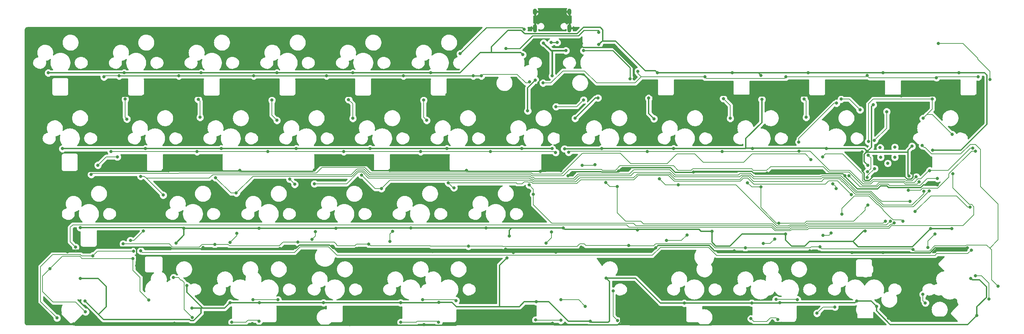
<source format=gbr>
G04 #@! TF.GenerationSoftware,KiCad,Pcbnew,(5.99.0-2043-g129c16cf7)*
G04 #@! TF.CreationDate,2020-07-05T22:33:02+02:00*
G04 #@! TF.ProjectId,CC45,43433435-2e6b-4696-9361-645f70636258,rev?*
G04 #@! TF.SameCoordinates,Original*
G04 #@! TF.FileFunction,Copper,L1,Top*
G04 #@! TF.FilePolarity,Positive*
%FSLAX46Y46*%
G04 Gerber Fmt 4.6, Leading zero omitted, Abs format (unit mm)*
G04 Created by KiCad (PCBNEW (5.99.0-2043-g129c16cf7)) date 2020-07-05 22:33:02*
%MOMM*%
%LPD*%
G01*
G04 APERTURE LIST*
G04 #@! TA.AperFunction,ComponentPad*
%ADD10O,1.000000X1.600000*%
G04 #@! TD*
G04 #@! TA.AperFunction,ComponentPad*
%ADD11O,1.000000X2.100000*%
G04 #@! TD*
G04 #@! TA.AperFunction,ViaPad*
%ADD12C,0.800000*%
G04 #@! TD*
G04 #@! TA.AperFunction,Conductor*
%ADD13C,0.200000*%
G04 #@! TD*
G04 #@! TA.AperFunction,Conductor*
%ADD14C,0.300000*%
G04 #@! TD*
G04 #@! TA.AperFunction,Conductor*
%ADD15C,0.250000*%
G04 #@! TD*
G04 #@! TA.AperFunction,Conductor*
%ADD16C,0.400000*%
G04 #@! TD*
G04 #@! TA.AperFunction,Conductor*
%ADD17C,0.254000*%
G04 #@! TD*
G04 APERTURE END LIST*
D10*
X161070000Y-20412500D03*
X152430000Y-20412500D03*
D11*
X161070000Y-24592500D03*
X152430000Y-24592500D03*
D12*
X242722400Y-57023000D03*
X240944400Y-58547000D03*
X239166400Y-57023000D03*
X242722400Y-54483000D03*
X239039400Y-54610000D03*
X266395200Y-92659200D03*
X262991600Y-86817200D03*
X246634000Y-52070000D03*
X212598000Y-77571600D03*
X209702400Y-78740000D03*
X213616746Y-73611946D03*
X252831600Y-76352400D03*
X251053600Y-79756000D03*
X251674390Y-74969610D03*
X250393200Y-93675200D03*
X249783600Y-91490800D03*
X256336800Y-97231200D03*
X241147600Y-97536000D03*
X252773611Y-80714011D03*
X238142683Y-94506318D03*
X238201200Y-97688400D03*
X231940802Y-81014002D03*
X227685600Y-94691200D03*
X223164400Y-96266000D03*
X239737198Y-81014002D03*
X268630400Y-89458800D03*
X260951042Y-79840347D03*
X247345200Y-80264000D03*
X223926400Y-79552800D03*
X221362089Y-80527031D03*
X205201421Y-79827021D03*
X218338400Y-97840800D03*
X213360000Y-97847530D03*
X212000364Y-98197541D03*
X206620535Y-97620665D03*
X212902800Y-92760800D03*
X218236800Y-92811600D03*
X226771200Y-76098400D03*
X229439990Y-71323200D03*
X224739200Y-76657200D03*
X164287200Y-59080400D03*
X167487600Y-58928000D03*
X261772400Y-87477600D03*
X189890400Y-93726000D03*
X263296400Y-96824800D03*
X233172000Y-93167200D03*
X213868000Y-93624400D03*
X206806800Y-93675200D03*
X190550800Y-76555600D03*
X185420000Y-77927200D03*
X202474435Y-80527031D03*
X182729806Y-79778558D03*
X145999200Y-76809600D03*
X145338800Y-82346800D03*
X152552400Y-97942400D03*
X158902400Y-98044000D03*
X172008800Y-90627200D03*
X173126400Y-98094800D03*
X165049200Y-94538800D03*
X158902400Y-92862400D03*
X146964400Y-80975200D03*
X148945600Y-96012000D03*
X157683200Y-80873600D03*
X197205600Y-98704400D03*
X166273149Y-98275838D03*
X173126400Y-96062800D03*
X156819600Y-98755200D03*
X170230800Y-87426800D03*
X152755600Y-93370400D03*
X145024599Y-80151210D03*
X155203768Y-78634333D03*
X175920400Y-79248000D03*
X156565600Y-75844400D03*
X126740908Y-80753475D03*
X135686800Y-79400400D03*
X115976400Y-78232000D03*
X110693200Y-78892400D03*
X107488638Y-79944969D03*
X96471508Y-77684390D03*
X88385660Y-80004981D03*
X92862400Y-78384400D03*
X75882182Y-78448218D03*
X72034400Y-78943200D03*
X49022000Y-78790800D03*
X62293182Y-78575218D03*
X69089216Y-79677949D03*
X118719600Y-98501200D03*
X128219200Y-98552000D03*
X132588000Y-93065600D03*
X124206000Y-92811600D03*
X81584800Y-92862400D03*
X87884000Y-92862400D03*
X76301600Y-98501200D03*
X83108800Y-98247200D03*
X66344800Y-97332800D03*
X61671200Y-87274400D03*
X65012810Y-89315714D03*
X55473600Y-92913200D03*
X35063661Y-80833990D03*
X32410400Y-97434400D03*
X41402000Y-81799190D03*
X51511200Y-82499200D03*
X39573200Y-95910400D03*
X30632400Y-85090000D03*
X116636800Y-75692000D03*
X97282000Y-75742800D03*
X77571600Y-76149200D03*
X38252400Y-87528400D03*
X39420800Y-93167200D03*
X66294000Y-94996000D03*
X75895200Y-93624400D03*
X99314000Y-93624400D03*
X118668800Y-93624400D03*
X128270000Y-93522800D03*
X83210400Y-93624400D03*
X51663600Y-80619600D03*
X261924800Y-80365600D03*
X53441600Y-80568800D03*
X50850800Y-77927200D03*
X54102000Y-75590400D03*
X52425600Y-84328000D03*
X61874400Y-98755200D03*
X81483200Y-98856800D03*
X88747600Y-98755200D03*
X105915929Y-99075000D03*
X124559529Y-99075000D03*
X133197600Y-98704400D03*
X36575173Y-98911930D03*
X235763579Y-36485590D03*
X251333613Y-65506432D03*
X246305511Y-61760346D03*
X230191599Y-61681730D03*
X253441200Y-62382400D03*
X231190800Y-61722000D03*
X235813608Y-62115946D03*
X246970796Y-61013740D03*
X246090742Y-65360420D03*
X248088101Y-61933569D03*
X248858982Y-63182109D03*
X169172254Y-54824390D03*
X160832800Y-55778400D03*
X157581600Y-55829200D03*
X178209462Y-35455338D03*
X180949600Y-42164000D03*
X182270400Y-47345600D03*
X162458400Y-47244000D03*
X168198800Y-42113200D03*
X151007245Y-38076480D03*
X150571200Y-45364400D03*
X152501600Y-37642800D03*
X237606422Y-52789318D03*
X236106410Y-53086000D03*
X241808000Y-51358800D03*
X219960149Y-42362735D03*
X236037036Y-56526915D03*
X235966000Y-69037200D03*
X251481473Y-60379940D03*
X262991600Y-55473600D03*
X257282506Y-61207458D03*
X253695200Y-28448000D03*
X253380690Y-63942146D03*
X266598400Y-37439600D03*
X249981409Y-65579310D03*
X237642400Y-59893200D03*
X235841074Y-60704562D03*
X240334800Y-73101200D03*
X241604800Y-73101200D03*
X242523980Y-73495067D03*
X235290035Y-75560043D03*
X215290400Y-76301600D03*
X196823024Y-75610843D03*
X178103606Y-75312430D03*
X243119010Y-61271400D03*
X227177600Y-63692010D03*
X231800400Y-66446400D03*
X227961783Y-64929735D03*
X205740000Y-63449200D03*
X183642000Y-62433200D03*
X170170741Y-63387210D03*
X150937564Y-63989955D03*
X249631200Y-54102000D03*
X239937050Y-52048659D03*
X252222000Y-55270400D03*
X246583200Y-68122800D03*
X244805200Y-73152000D03*
X130671812Y-63488810D03*
X132056545Y-64695743D03*
X59058828Y-60361922D03*
X224586800Y-56946800D03*
X90825964Y-62510832D03*
X158929409Y-60451027D03*
X116014398Y-60310797D03*
X108867665Y-61516729D03*
X53418036Y-61812410D03*
X40995600Y-61366400D03*
X78336621Y-60310790D03*
X135219000Y-60310790D03*
X153730728Y-60564790D03*
X221691200Y-57607200D03*
X92090775Y-63837688D03*
X218729910Y-55511980D03*
X72212144Y-62161518D03*
X97028000Y-63703200D03*
X173403922Y-60527022D03*
X192178729Y-60738367D03*
X97064961Y-60209190D03*
X210678748Y-61022591D03*
X102463600Y-74868010D03*
X83108800Y-74868010D03*
X64259337Y-74868010D03*
X37084000Y-79654400D03*
X257060184Y-74969610D03*
X261620000Y-69596000D03*
X234750598Y-59889402D03*
X234524395Y-55709878D03*
X235786711Y-55556591D03*
X163972999Y-79644999D03*
X42579801Y-79644999D03*
X159512000Y-74828400D03*
X140157200Y-74828400D03*
X121208800Y-74828400D03*
X38252400Y-74726800D03*
X247853200Y-70662800D03*
X209122258Y-64504810D03*
X188386827Y-63952863D03*
X257149600Y-51308000D03*
X173024800Y-64414400D03*
X151993600Y-66344800D03*
X113842800Y-64922400D03*
X77419200Y-66040000D03*
X59080400Y-66548000D03*
X247040400Y-54254400D03*
X225552000Y-54864000D03*
X187198000Y-54864000D03*
X73660000Y-54864000D03*
X130302000Y-54864000D03*
X54610000Y-54864000D03*
X149098000Y-54864000D03*
X168434000Y-28702000D03*
X149352000Y-31242000D03*
X110998000Y-54864000D03*
X92456000Y-54864000D03*
X33782000Y-54864000D03*
X49276000Y-35814000D03*
X30226000Y-35814000D03*
X126238000Y-35814000D03*
X183134000Y-35814000D03*
X201930000Y-35814000D03*
X239776000Y-35814000D03*
X106680000Y-35814000D03*
X87630000Y-35814000D03*
X258826000Y-35814000D03*
X220980000Y-35814000D03*
X68580000Y-35814000D03*
X209346800Y-42468800D03*
X209143600Y-36474400D03*
X237286800Y-43840400D03*
X156718000Y-54864000D03*
X159816800Y-54914800D03*
X235962938Y-59032662D03*
X262280400Y-54711600D03*
X218643200Y-53187600D03*
X228092000Y-43434000D03*
X229260400Y-42418000D03*
X233984800Y-45110400D03*
X47548800Y-56946800D03*
X42672000Y-59029600D03*
X164592000Y-42621200D03*
X157683200Y-44297600D03*
X49965342Y-47425342D03*
X225260218Y-41618218D03*
X160086632Y-43164168D03*
X105613200Y-42519600D03*
X49530000Y-42418000D03*
X67868800Y-42468800D03*
X145135600Y-29667200D03*
X199694800Y-42265600D03*
X149691000Y-24809484D03*
X233589599Y-41463999D03*
X240690400Y-45567600D03*
X160172400Y-30226000D03*
X243636800Y-51358800D03*
X238919000Y-61258200D03*
X249809000Y-47244000D03*
X252095000Y-42418000D03*
X253189990Y-37034055D03*
X160712693Y-61652693D03*
X199390000Y-55626000D03*
X180594000Y-55626000D03*
X220472000Y-46990000D03*
X201422000Y-47244000D03*
X124460000Y-42672000D03*
X125222000Y-47752000D03*
X106680000Y-47244000D03*
X86360000Y-42672000D03*
X87630000Y-47752000D03*
X68326000Y-46990000D03*
X44189990Y-36830262D03*
X123698000Y-55626000D03*
X67564000Y-55626000D03*
X141224000Y-55626000D03*
X85344000Y-55626000D03*
X104394000Y-55626000D03*
X45974000Y-55626000D03*
X37592000Y-60706000D03*
X207010000Y-54864000D03*
X179074660Y-41006690D03*
X177288666Y-37325347D03*
X176276000Y-37338000D03*
X164592000Y-30226000D03*
X164084000Y-28448000D03*
X154178000Y-40894000D03*
X168434000Y-25654000D03*
X133604000Y-30988000D03*
X154424011Y-38346011D03*
X154686000Y-32512000D03*
X156718000Y-36576000D03*
X263652000Y-36830000D03*
X215392000Y-36830000D03*
X195072000Y-36830000D03*
X206502000Y-41656000D03*
X244348000Y-41656000D03*
X187452000Y-41656000D03*
X263144000Y-41656000D03*
X154542225Y-28282511D03*
X156442248Y-28171606D03*
X157956286Y-28171606D03*
X138938000Y-36576000D03*
X136906000Y-36576000D03*
X119380000Y-36576000D03*
X100076000Y-36576000D03*
X81788000Y-36576000D03*
X62992000Y-36576000D03*
X48006000Y-36576000D03*
X111235765Y-41672235D03*
X92185765Y-41672235D03*
X73422235Y-41672235D03*
X54118235Y-41672235D03*
X35543765Y-41672235D03*
X130286177Y-41272236D03*
D13*
X264515600Y-86817200D02*
X262991600Y-86817200D01*
D14*
X263296400Y-94647998D02*
X265734800Y-92209598D01*
D13*
X266395200Y-92659200D02*
X266395200Y-88696800D01*
D14*
X265734800Y-89662000D02*
X263950399Y-87877599D01*
X263296400Y-96824800D02*
X263296400Y-94647998D01*
D13*
X266395200Y-88696800D02*
X264515600Y-86817200D01*
D14*
X263950399Y-87877599D02*
X262172399Y-87877599D01*
X265734800Y-92209598D02*
X265734800Y-89662000D01*
X262172399Y-87877599D02*
X261772400Y-87477600D01*
X176276000Y-99212400D02*
X196697600Y-99212400D01*
X196697600Y-99212400D02*
X197205600Y-98704400D01*
X173126400Y-96062800D02*
X176276000Y-99212400D01*
X245922800Y-51358800D02*
X246634000Y-52070000D01*
X246634000Y-52070000D02*
X248396519Y-53832519D01*
D13*
X211954917Y-74206017D02*
X212860869Y-75111969D01*
X242167045Y-73852002D02*
X242523980Y-73495067D01*
X211429600Y-78740000D02*
X212598000Y-77571600D01*
X220969067Y-74453633D02*
X241135971Y-74453633D01*
X212120606Y-73806006D02*
X213026558Y-74711958D01*
X173024800Y-70978134D02*
X175147866Y-73101200D01*
X213026558Y-74711958D02*
X216195511Y-74711958D01*
X216495501Y-74411968D02*
X220445032Y-74411968D01*
X220803378Y-74053622D02*
X240652378Y-74053622D01*
X239782389Y-73653611D02*
X240334800Y-73101200D01*
X188386827Y-63952863D02*
X202833163Y-63952863D01*
X202833163Y-63952863D02*
X213192247Y-74311947D01*
X213192247Y-74311947D02*
X216029822Y-74311947D01*
X216029822Y-74311947D02*
X216329812Y-74011957D01*
X220279342Y-74011957D02*
X220637689Y-73653611D01*
X173024800Y-64414400D02*
X173024800Y-70978134D01*
X175147866Y-73101200D02*
X178947198Y-73101200D01*
X216195511Y-74711958D02*
X216495501Y-74411968D01*
X216826879Y-75211990D02*
X216526889Y-75511980D01*
X209702400Y-78740000D02*
X211429600Y-78740000D01*
X262545598Y-71515202D02*
X259808787Y-74252013D01*
X178947198Y-73101200D02*
X179652004Y-73806006D01*
X221134756Y-74853644D02*
X220776410Y-75211990D01*
X241903291Y-74252013D02*
X241301660Y-74853644D01*
X179652004Y-73806006D02*
X212120606Y-73806006D01*
X211789228Y-74606028D02*
X176039828Y-74606028D01*
X212695180Y-75511980D02*
X211789228Y-74606028D01*
X175449400Y-74015600D02*
X36372800Y-74015600D01*
X36372800Y-74015600D02*
X35712400Y-74676000D01*
X259808787Y-74252013D02*
X241903291Y-74252013D01*
X241301660Y-74853644D02*
X221134756Y-74853644D01*
X151993600Y-68946934D02*
X156649475Y-73602809D01*
X220445032Y-74411968D02*
X220803378Y-74053622D01*
X35712400Y-74676000D02*
X35712400Y-78282800D01*
X262545598Y-70397602D02*
X262545598Y-71515202D01*
X241737602Y-73852002D02*
X242167045Y-73852002D01*
X216361200Y-75111969D02*
X216661190Y-74811979D01*
X220610721Y-74811979D02*
X220969067Y-74453633D01*
X216329812Y-74011957D02*
X220279342Y-74011957D01*
X212860869Y-75111969D02*
X216361200Y-75111969D01*
X240652378Y-74053622D02*
X241604800Y-73101200D01*
X176039828Y-74606028D02*
X175449400Y-74015600D01*
X177729517Y-74206017D02*
X211954917Y-74206017D01*
X177126309Y-73602809D02*
X177729517Y-74206017D01*
X151993600Y-66344800D02*
X151993600Y-68946934D01*
X156649475Y-73602809D02*
X177126309Y-73602809D01*
X220776410Y-75211990D02*
X216826879Y-75211990D01*
X35712400Y-78282800D02*
X37084000Y-79654400D01*
X216661190Y-74811979D02*
X220610721Y-74811979D01*
X220637689Y-73653611D02*
X239782389Y-73653611D01*
X241135971Y-74453633D02*
X241737602Y-73852002D01*
X216526889Y-75511980D02*
X212695180Y-75511980D01*
X213057946Y-73611946D02*
X213616746Y-73611946D01*
X213616746Y-73611946D02*
X220113653Y-73611946D01*
X260705600Y-79096531D02*
X265786531Y-79096531D01*
D14*
X252844866Y-79840347D02*
X260951042Y-79840347D01*
X247130002Y-79513998D02*
X251674390Y-74969610D01*
D13*
X247345200Y-80264000D02*
X247689601Y-80608401D01*
D14*
X231985212Y-81058412D02*
X251626801Y-81058412D01*
D13*
X247689601Y-80608401D02*
X251440401Y-80608401D01*
D14*
X233539598Y-79513998D02*
X247130002Y-79513998D01*
D13*
X251053600Y-79756000D02*
X251053600Y-78130400D01*
D14*
X257060184Y-74969610D02*
X251674390Y-74969610D01*
D13*
X265786531Y-79096531D02*
X266573000Y-79883000D01*
X251053600Y-78130400D02*
X252831600Y-76352400D01*
X252721792Y-79327010D02*
X260475121Y-79327010D01*
D14*
X231940802Y-81014002D02*
X231985212Y-81058412D01*
X232227170Y-78201570D02*
X233539598Y-79513998D01*
D13*
X260475121Y-79327010D02*
X260705600Y-79096531D01*
X251440401Y-80608401D02*
X252721792Y-79327010D01*
D14*
X251626801Y-81058412D02*
X252844866Y-79840347D01*
D13*
X249783600Y-91490800D02*
X249783600Y-93065600D01*
X249783600Y-93065600D02*
X250393200Y-93675200D01*
D14*
X261041246Y-99079954D02*
X241581550Y-99079954D01*
X241452400Y-97231200D02*
X241147600Y-97536000D01*
X241581550Y-99079954D02*
X238142683Y-95641087D01*
X238142683Y-95641087D02*
X238142683Y-94506318D01*
X256336800Y-97231200D02*
X241452400Y-97231200D01*
X263296400Y-96824800D02*
X261041246Y-99079954D01*
D13*
X261924800Y-80365600D02*
X261024780Y-81265620D01*
X197998005Y-81714003D02*
X195974824Y-79690822D01*
X261024780Y-81265620D02*
X253258004Y-81265620D01*
X183853544Y-79690822D02*
X181869164Y-81675202D01*
X181869164Y-81675202D02*
X145703206Y-81675202D01*
X145703206Y-81675202D02*
X145674802Y-81646798D01*
X145674802Y-81646798D02*
X102680800Y-81646798D01*
X102680800Y-81646798D02*
X100584000Y-79549998D01*
X100584000Y-79549998D02*
X93443217Y-79549998D01*
X253258004Y-81265620D02*
X252809621Y-81714003D01*
X92024416Y-80968799D02*
X53841599Y-80968799D01*
X93443217Y-79549998D02*
X92024416Y-80968799D01*
X53841599Y-80968799D02*
X53441600Y-80568800D01*
X195974824Y-79690822D02*
X183853544Y-79690822D01*
X252809621Y-81714003D02*
X197998005Y-81714003D01*
D14*
X233172000Y-93167200D02*
X236803565Y-93167200D01*
X236803565Y-93167200D02*
X238142683Y-94506318D01*
X218490800Y-97688400D02*
X218338400Y-97840800D01*
X238201200Y-97688400D02*
X218490800Y-97688400D01*
X221849060Y-81014002D02*
X231940802Y-81014002D01*
D13*
X224739200Y-94691200D02*
X223164400Y-96266000D01*
X227685600Y-94691200D02*
X224739200Y-94691200D01*
X224394799Y-80021199D02*
X247102399Y-80021199D01*
X223926400Y-79552800D02*
X224394799Y-80021199D01*
X247102399Y-80021199D02*
X247345200Y-80264000D01*
X267030200Y-87858600D02*
X268630400Y-89458800D01*
X267030200Y-87858600D02*
X267030200Y-80340200D01*
X267030200Y-80340200D02*
X266573000Y-79883000D01*
D14*
X221362089Y-80527031D02*
X221849060Y-81014002D01*
D13*
X268681200Y-77774800D02*
X266573000Y-79883000D01*
D14*
X202721939Y-80774535D02*
X221114585Y-80774535D01*
D13*
X221467779Y-79827021D02*
X221742000Y-79552800D01*
D14*
X215290400Y-76301600D02*
X215290400Y-77861241D01*
X221114585Y-80774535D02*
X221362089Y-80527031D01*
X220163780Y-79377010D02*
X221339220Y-78201570D01*
X202474435Y-80527031D02*
X202721939Y-80774535D01*
X216806169Y-79377010D02*
X220163780Y-79377010D01*
D13*
X221742000Y-79552800D02*
X223926400Y-79552800D01*
D14*
X221339220Y-78201570D02*
X232227170Y-78201570D01*
D13*
X205201421Y-79827021D02*
X221467779Y-79827021D01*
D14*
X215290400Y-77861241D02*
X216806169Y-79377010D01*
D13*
X211479600Y-97447531D02*
X212960001Y-97447531D01*
X210600121Y-98327010D02*
X211479600Y-97447531D01*
X212960001Y-97447531D02*
X213360000Y-97847530D01*
D14*
X218338400Y-97840800D02*
X217581660Y-98597540D01*
D13*
X207326879Y-98327010D02*
X210600121Y-98327010D01*
X206620535Y-97620665D02*
X207326879Y-98327010D01*
D14*
X217581660Y-98597540D02*
X212400363Y-98597540D01*
X212400363Y-98597540D02*
X212000364Y-98197541D01*
X211093506Y-99104399D02*
X212000364Y-98197541D01*
X197605599Y-99104399D02*
X211093506Y-99104399D01*
X197205600Y-98704400D02*
X197605599Y-99104399D01*
D13*
X218186000Y-92760800D02*
X218236800Y-92811600D01*
X212902800Y-92760800D02*
X218186000Y-92760800D01*
X244805200Y-73152000D02*
X244405201Y-72752001D01*
X239800001Y-70145999D02*
X238604001Y-68949999D01*
X238438803Y-68949999D02*
X236240004Y-66751200D01*
X241890002Y-72401198D02*
X239800001Y-70311197D01*
X238604001Y-68949999D02*
X238438803Y-68949999D01*
X244405201Y-72752001D02*
X242291605Y-72752001D01*
X236240004Y-66751200D02*
X232562400Y-66751200D01*
X232562400Y-66751200D02*
X229439990Y-69873610D01*
X229439990Y-69873610D02*
X229439990Y-71323200D01*
X239800001Y-70311197D02*
X239800001Y-70145999D01*
X224739200Y-76657200D02*
X226212400Y-76657200D01*
X241940802Y-72401198D02*
X241890002Y-72401198D01*
X226212400Y-76657200D02*
X226771200Y-76098400D01*
X242291605Y-72752001D02*
X241940802Y-72401198D01*
X167335200Y-59080400D02*
X167487600Y-58928000D01*
X164287200Y-59080400D02*
X167335200Y-59080400D01*
D14*
X170230800Y-87426800D02*
X177596800Y-87426800D01*
X177596800Y-87426800D02*
X183896000Y-93726000D01*
X183896000Y-93726000D02*
X189890400Y-93726000D01*
X189890400Y-93726000D02*
X206756000Y-93726000D01*
X206756000Y-93726000D02*
X206806800Y-93675200D01*
X232714800Y-93624400D02*
X233172000Y-93167200D01*
X213868000Y-93624400D02*
X232714800Y-93624400D01*
X213817200Y-93675200D02*
X213868000Y-93624400D01*
X206806800Y-93675200D02*
X213817200Y-93675200D01*
D13*
X185420000Y-77927200D02*
X189179200Y-77927200D01*
X189179200Y-77927200D02*
X190550800Y-76555600D01*
D14*
X196823024Y-75610843D02*
X196823024Y-78393865D01*
X164372998Y-80044998D02*
X182463366Y-80044998D01*
X182729806Y-79778558D02*
X183267553Y-79240811D01*
X204392390Y-76301600D02*
X215290400Y-76301600D01*
D13*
X205201421Y-79827021D02*
X205282800Y-79908400D01*
D14*
X196161224Y-79240811D02*
X197447444Y-80527031D01*
X201316980Y-79377010D02*
X204392390Y-76301600D01*
D13*
X196583548Y-78790800D02*
X197619769Y-79827021D01*
D14*
X163972999Y-79644999D02*
X164372998Y-80044998D01*
D13*
X197619769Y-79827021D02*
X205201421Y-79827021D01*
D14*
X197447444Y-80527031D02*
X202474435Y-80527031D01*
X197806169Y-79377010D02*
X201316980Y-79377010D01*
X196823024Y-78393865D02*
X197806169Y-79377010D01*
D13*
X175920400Y-79248000D02*
X175999410Y-79327010D01*
X182191390Y-79327010D02*
X182727600Y-78790800D01*
X182727600Y-78790800D02*
X196583548Y-78790800D01*
D14*
X182463366Y-80044998D02*
X182729806Y-79778558D01*
D13*
X175999410Y-79327010D02*
X182191390Y-79327010D01*
D14*
X183267553Y-79240811D02*
X196161224Y-79240811D01*
X143510000Y-94589600D02*
X143510000Y-84175600D01*
X143510000Y-94589600D02*
X148488400Y-94589600D01*
X146558000Y-74828400D02*
X140157200Y-74828400D01*
X132673441Y-94589600D02*
X143510000Y-94589600D01*
X159512000Y-74828400D02*
X146558000Y-74828400D01*
X145999200Y-75387200D02*
X146558000Y-74828400D01*
X143510000Y-84175600D02*
X145338800Y-82346800D01*
X145999200Y-76809600D02*
X145999200Y-75387200D01*
X131606641Y-93522800D02*
X132673441Y-94589600D01*
X128270000Y-93522800D02*
X131368800Y-93522800D01*
X131368800Y-93522800D02*
X131606641Y-93522800D01*
X148488400Y-94589600D02*
X149707600Y-93370400D01*
X149707600Y-93370400D02*
X152755600Y-93370400D01*
D13*
X157280220Y-98044000D02*
X158902400Y-98044000D01*
X157278510Y-98045710D02*
X157280220Y-98044000D01*
X152655710Y-98045710D02*
X157278510Y-98045710D01*
X152552400Y-97942400D02*
X152655710Y-98045710D01*
X172008800Y-90627200D02*
X172008800Y-96977200D01*
D14*
X157219599Y-99155199D02*
X173176005Y-99155199D01*
D13*
X172008800Y-96977200D02*
X173126400Y-98094800D01*
D14*
X173176005Y-99155199D02*
X173876402Y-98454802D01*
X156819600Y-98755200D02*
X157219599Y-99155199D01*
X173876402Y-98454802D02*
X173876402Y-96812802D01*
X173876402Y-96812802D02*
X173126400Y-96062800D01*
D13*
X158902400Y-92862400D02*
X163372800Y-92862400D01*
X163372800Y-92862400D02*
X165049200Y-94538800D01*
D14*
X148070810Y-80151210D02*
X145024599Y-80151210D01*
X148070810Y-80151210D02*
X147788390Y-80151210D01*
X148945600Y-96012000D02*
X151688800Y-98755200D01*
X157237190Y-80151210D02*
X148070810Y-80151210D01*
X147788390Y-80151210D02*
X146964400Y-80975200D01*
X151688800Y-98755200D02*
X156819600Y-98755200D01*
X163466788Y-80151210D02*
X157237190Y-80151210D01*
X157683200Y-80873600D02*
X157237190Y-80427590D01*
X157237190Y-80427590D02*
X157237190Y-80151210D01*
X170230800Y-87426800D02*
X171082810Y-88278810D01*
X170785229Y-98535610D02*
X166532921Y-98535610D01*
X171082810Y-88278810D02*
X171082810Y-98238029D01*
X152755600Y-93370400D02*
X155903441Y-93370400D01*
X166532921Y-98535610D02*
X166273149Y-98275838D01*
X155903441Y-93370400D02*
X160808879Y-98275838D01*
X160808879Y-98275838D02*
X166273149Y-98275838D01*
X171082810Y-98238029D02*
X170785229Y-98535610D01*
X144422334Y-80753475D02*
X145024599Y-80151210D01*
D13*
X144272000Y-79400400D02*
X144322800Y-79451200D01*
X156565600Y-77272501D02*
X155203768Y-78634333D01*
X165201600Y-79248000D02*
X175920400Y-79248000D01*
D14*
X126740908Y-80753475D02*
X144422334Y-80753475D01*
D13*
X135686800Y-79400400D02*
X144272000Y-79400400D01*
X163636331Y-78790800D02*
X164744400Y-78790800D01*
X164744400Y-78790800D02*
X165201600Y-79248000D01*
X162458400Y-79451200D02*
X162975931Y-79451200D01*
X162975931Y-79451200D02*
X163636331Y-78790800D01*
D14*
X163972999Y-79644999D02*
X163466788Y-80151210D01*
D13*
X144322800Y-79451200D02*
X162458400Y-79451200D01*
X156565600Y-75844400D02*
X156565600Y-77272501D01*
D14*
X125932402Y-79944969D02*
X126740908Y-80753475D01*
D13*
X111127810Y-79327010D02*
X126108190Y-79327010D01*
D14*
X107488638Y-79944969D02*
X125932402Y-79944969D01*
D13*
X126108190Y-79327010D02*
X126181580Y-79400400D01*
X126181580Y-79400400D02*
X135686800Y-79400400D01*
X110693200Y-78892400D02*
X111127810Y-79327010D01*
X115976400Y-78232000D02*
X115976400Y-76352400D01*
X115976400Y-76352400D02*
X116636800Y-75692000D01*
X102057200Y-78384400D02*
X102615990Y-78943190D01*
D14*
X92351823Y-80004981D02*
X93273202Y-79083602D01*
D13*
X107594400Y-78892400D02*
X110693200Y-78892400D01*
D14*
X88385660Y-80004981D02*
X92351823Y-80004981D01*
D13*
X102615990Y-78943190D02*
X102615990Y-79116121D01*
X92862400Y-78384400D02*
X102057200Y-78384400D01*
D14*
X101714180Y-79944969D02*
X107488638Y-79944969D01*
D13*
X97282000Y-75742800D02*
X97282000Y-76873898D01*
X97282000Y-76873898D02*
X96471508Y-77684390D01*
D14*
X93273202Y-79083602D02*
X100852813Y-79083602D01*
D13*
X102615990Y-79116121D02*
X102826879Y-79327010D01*
X107159790Y-79327010D02*
X107594400Y-78892400D01*
X102826879Y-79327010D02*
X107159790Y-79327010D01*
D14*
X100852813Y-79083602D02*
X101714180Y-79944969D01*
D13*
X72034400Y-78943200D02*
X75387200Y-78943200D01*
X75771010Y-79327010D02*
X88211390Y-79327010D01*
X89154000Y-78384400D02*
X92862400Y-78384400D01*
D14*
X69416248Y-80004981D02*
X88385660Y-80004981D01*
D13*
X77571600Y-76758800D02*
X75882182Y-78448218D01*
X75387200Y-78943200D02*
X75742800Y-79298800D01*
X75742800Y-79298800D02*
X75771010Y-79327010D01*
X88211390Y-79327010D02*
X89154000Y-78384400D01*
D14*
X69089216Y-79677949D02*
X69416248Y-80004981D01*
D13*
X77571600Y-76149200D02*
X77571600Y-76758800D01*
X28803600Y-86918800D02*
X28803600Y-90830400D01*
X31394400Y-93421200D02*
X37084000Y-93421200D01*
X30632400Y-85090000D02*
X28803600Y-86918800D01*
X28803600Y-90830400D02*
X31394400Y-93421200D01*
X37084000Y-93421200D02*
X39573200Y-95910400D01*
X54838600Y-62306200D02*
X70644300Y-62306200D01*
X250850400Y-62382400D02*
X249072400Y-64160400D01*
X241350800Y-64160400D02*
X241002389Y-63811989D01*
X172600121Y-60327010D02*
X173745131Y-59182000D01*
X241002389Y-63811989D02*
X238956011Y-63811989D01*
X233984800Y-64516000D02*
X231190800Y-61722000D01*
X238956011Y-63811989D02*
X238252000Y-64516000D01*
X187181869Y-59182000D02*
X188326879Y-60327010D01*
X253441200Y-62382400D02*
X250850400Y-62382400D01*
X238252000Y-64516000D02*
X233984800Y-64516000D01*
X151621827Y-61678227D02*
X159511873Y-61678227D01*
X188326879Y-60327010D02*
X191600121Y-60327010D01*
X191600121Y-60327010D02*
X192010743Y-59916388D01*
X245143767Y-63011967D02*
X237394548Y-63011967D01*
X192010743Y-59916388D02*
X206801921Y-59916388D01*
X224819369Y-59385200D02*
X226161190Y-60727021D01*
X237394548Y-63011967D02*
X236690537Y-63715978D01*
X238086311Y-64115989D02*
X238790322Y-63411978D01*
D14*
X239142411Y-64262000D02*
X238438400Y-64966011D01*
D13*
X211541931Y-59385200D02*
X224819369Y-59385200D01*
X231397514Y-60327010D02*
X226326879Y-60327010D01*
X169326879Y-60327010D02*
X172600121Y-60327010D01*
X235102352Y-63315967D02*
X236524848Y-63315967D01*
X221511849Y-55511980D02*
X218729910Y-55511980D01*
X110883111Y-61410811D02*
X151354411Y-61410811D01*
X224586800Y-56946800D02*
X225321610Y-56211990D01*
X226161190Y-60727021D02*
X231231825Y-60727021D01*
X245657867Y-62960367D02*
X247061303Y-62960367D01*
X234620793Y-64115989D02*
X238086311Y-64115989D01*
X109460711Y-59988411D02*
X110883111Y-61410811D01*
X236524848Y-63315967D02*
X237228859Y-62611956D01*
X71539689Y-61410811D02*
X106286889Y-61410811D01*
X226326879Y-60327010D02*
X221511849Y-55511980D01*
X234613587Y-62827202D02*
X235102352Y-63315967D01*
X236690537Y-63715978D02*
X234786482Y-63715978D01*
X245492178Y-63360378D02*
X245143767Y-63011967D01*
X173745131Y-59182000D02*
X187181869Y-59182000D01*
D14*
X241164400Y-64610411D02*
X240815989Y-64262000D01*
D13*
X247061303Y-62960367D02*
X248088101Y-61933569D01*
X247644709Y-63360378D02*
X245492178Y-63360378D01*
X248522980Y-62482107D02*
X247644709Y-63360378D01*
X234613587Y-61185209D02*
X234613587Y-62827202D01*
X249249864Y-62482107D02*
X248522980Y-62482107D01*
X107709289Y-59988411D02*
X109460711Y-59988411D01*
X251375180Y-60356791D02*
X249249864Y-62482107D01*
X245326489Y-63760389D02*
X248280702Y-63760389D01*
X249072400Y-64160400D02*
X241350800Y-64160400D01*
X234786482Y-63715978D02*
X231397514Y-60327010D01*
X231231825Y-60727021D02*
X234620793Y-64115989D01*
X210600121Y-60327010D02*
X211541931Y-59385200D01*
X206801921Y-59916388D02*
X207212543Y-60327010D01*
X237228859Y-62611956D02*
X245309456Y-62611956D01*
X159511873Y-61678227D02*
X161093700Y-60096400D01*
X169096269Y-60096400D02*
X169326879Y-60327010D01*
D14*
X238438400Y-64966011D02*
X233324807Y-64966011D01*
D13*
X161093700Y-60096400D02*
X169096269Y-60096400D01*
X225321610Y-56211990D02*
X229640368Y-56211990D01*
X248280702Y-63760389D02*
X248858982Y-63182109D01*
X207212543Y-60327010D02*
X210600121Y-60327010D01*
X70644300Y-62306200D02*
X71539689Y-61410811D01*
X244978078Y-63411978D02*
X245326489Y-63760389D01*
X151354411Y-61410811D02*
X151621827Y-61678227D01*
X229640368Y-56211990D02*
X234613587Y-61185209D01*
X238790322Y-63411978D02*
X244978078Y-63411978D01*
X106286889Y-61410811D02*
X107709289Y-59988411D01*
X245309456Y-62611956D02*
X245657867Y-62960367D01*
D14*
X253380690Y-63942146D02*
X249927065Y-63942146D01*
X249927065Y-63942146D02*
X249258800Y-64610411D01*
X249258800Y-64610411D02*
X241164400Y-64610411D01*
X240815989Y-64262000D02*
X239142411Y-64262000D01*
X233324807Y-64966011D02*
X230191599Y-61832803D01*
X230191599Y-61832803D02*
X230191599Y-61681730D01*
X42722800Y-87528400D02*
X44754800Y-89560400D01*
X38252400Y-87528400D02*
X42722800Y-87528400D01*
X44754800Y-89560400D02*
X44754800Y-94589600D01*
X44754800Y-94589600D02*
X42799000Y-96545400D01*
D13*
X53289200Y-90728800D02*
X53289200Y-87274400D01*
X55473600Y-92913200D02*
X53289200Y-90728800D01*
X53289200Y-87274400D02*
X51511200Y-85496400D01*
X51511200Y-85496400D02*
X51511200Y-82499200D01*
D14*
X60822189Y-79644999D02*
X61255137Y-80077948D01*
D13*
X68173600Y-79603600D02*
X68834000Y-78943200D01*
D14*
X61255137Y-80077948D02*
X68689217Y-80077948D01*
D13*
X61417200Y-79603600D02*
X68173600Y-79603600D01*
X68834000Y-78943200D02*
X72034400Y-78943200D01*
X49022000Y-78790800D02*
X60604400Y-78790800D01*
D14*
X64259337Y-76609063D02*
X62293182Y-78575218D01*
X51857399Y-79644999D02*
X60822189Y-79644999D01*
D13*
X60604400Y-78790800D02*
X61417200Y-79603600D01*
D14*
X68689217Y-80077948D02*
X69089216Y-79677949D01*
X64259337Y-74868010D02*
X64259337Y-76609063D01*
D13*
X122550931Y-98501200D02*
X122804931Y-98247200D01*
X118719600Y-98501200D02*
X122550931Y-98501200D01*
X127914400Y-98247200D02*
X128219200Y-98552000D01*
X122804931Y-98247200D02*
X127914400Y-98247200D01*
X132334000Y-92811600D02*
X132588000Y-93065600D01*
X124206000Y-92811600D02*
X132334000Y-92811600D01*
X81584800Y-92862400D02*
X87884000Y-92862400D01*
X79800931Y-98501200D02*
X80308931Y-97993200D01*
X76301600Y-98501200D02*
X79800931Y-98501200D01*
X80308931Y-97993200D02*
X82854800Y-97993200D01*
X82854800Y-97993200D02*
X83108800Y-98247200D01*
X61671200Y-87274400D02*
X62890400Y-87274400D01*
X63728600Y-87909400D02*
X64312800Y-88493600D01*
X63728600Y-87909400D02*
X63525400Y-87909400D01*
X63525400Y-87909400D02*
X62890400Y-87274400D01*
X64312800Y-88493600D02*
X64312800Y-95300800D01*
D14*
X42799000Y-96545400D02*
X44087209Y-97833609D01*
X66704802Y-98082802D02*
X68580000Y-96207604D01*
X68580000Y-96207604D02*
X68580000Y-94996000D01*
X69037200Y-94996000D02*
X65012810Y-90971610D01*
D13*
X64312800Y-95300800D02*
X66344800Y-97332800D01*
D14*
X65984798Y-98082802D02*
X66704802Y-98082802D01*
X65735605Y-97833609D02*
X65984798Y-98082802D01*
X44087209Y-97833609D02*
X65735605Y-97833609D01*
X65012810Y-90971610D02*
X65012810Y-89315714D01*
D13*
X38702700Y-82499200D02*
X51511200Y-82499200D01*
D14*
X35063661Y-79744339D02*
X35063661Y-80833990D01*
D13*
X28295600Y-93319600D02*
X28295600Y-84531200D01*
X38568390Y-81799190D02*
X41402000Y-81799190D01*
X28295600Y-84531200D02*
X31292800Y-81534000D01*
X30632400Y-85090000D02*
X33788389Y-81934011D01*
X31292800Y-81534000D02*
X38303200Y-81534000D01*
D14*
X35102800Y-79705200D02*
X35063661Y-79744339D01*
D13*
X38137511Y-81934011D02*
X38702700Y-82499200D01*
X32410400Y-97434400D02*
X28295600Y-93319600D01*
X38303200Y-81534000D02*
X38568390Y-81799190D01*
X33788389Y-81934011D02*
X38137511Y-81934011D01*
D14*
X33528000Y-78130400D02*
X33985200Y-78587600D01*
X32160730Y-98911930D02*
X27533600Y-94284800D01*
X33985200Y-78587600D02*
X35102800Y-79705200D01*
X36575173Y-98911930D02*
X32160730Y-98911930D01*
X27533600Y-94284800D02*
X27533600Y-83667600D01*
X27533600Y-83667600D02*
X32613600Y-78587600D01*
X32613600Y-78587600D02*
X33985200Y-78587600D01*
D13*
X42581590Y-80619600D02*
X41402000Y-81799190D01*
X51663600Y-80619600D02*
X42581590Y-80619600D01*
D14*
X69037200Y-94996000D02*
X74523600Y-94996000D01*
X68580000Y-94996000D02*
X69037200Y-94996000D01*
X39420800Y-93167200D02*
X42799000Y-96545400D01*
X66294000Y-94996000D02*
X68580000Y-94996000D01*
X74523600Y-94996000D02*
X75895200Y-93624400D01*
X75895200Y-93624400D02*
X83210400Y-93624400D01*
X99314000Y-93624400D02*
X118668800Y-93624400D01*
X83210400Y-93624400D02*
X99314000Y-93624400D01*
X118668800Y-93624400D02*
X128168400Y-93624400D01*
X128168400Y-93624400D02*
X128270000Y-93522800D01*
X35102800Y-79705200D02*
X35814000Y-80416400D01*
D13*
X51765200Y-77927200D02*
X54102000Y-75590400D01*
X50850800Y-77927200D02*
X51765200Y-77927200D01*
D14*
X52425600Y-80213200D02*
X51857399Y-79644999D01*
X51857399Y-79644999D02*
X42579801Y-79644999D01*
X52425600Y-84328000D02*
X52425600Y-80213200D01*
X36975172Y-99311929D02*
X62790871Y-99311929D01*
X62790871Y-99163671D02*
X62790871Y-99311929D01*
X61874400Y-98755200D02*
X62382400Y-98755200D01*
X62790871Y-99311929D02*
X82090729Y-99311929D01*
X62382400Y-98755200D02*
X62790871Y-99163671D01*
X81938329Y-99311929D02*
X82090729Y-99311929D01*
X82090729Y-99311929D02*
X89308471Y-99311929D01*
X81483200Y-98856800D02*
X81938329Y-99311929D01*
X89308471Y-99311929D02*
X106783671Y-99311929D01*
X88747600Y-98755200D02*
X89304329Y-99311929D01*
X89304329Y-99311929D02*
X89308471Y-99311929D01*
X106783671Y-99311929D02*
X125173271Y-99311929D01*
X106152858Y-99311929D02*
X105915929Y-99075000D01*
X106783671Y-99311929D02*
X106152858Y-99311929D01*
X125173271Y-99311929D02*
X132590071Y-99311929D01*
X124559529Y-99075000D02*
X124936342Y-99075000D01*
X124936342Y-99075000D02*
X125173271Y-99311929D01*
X132590071Y-99311929D02*
X133197600Y-98704400D01*
X36575173Y-98911930D02*
X36975172Y-99311929D01*
D13*
X236312044Y-37034055D02*
X235763579Y-36485590D01*
X235419169Y-36830000D02*
X235763579Y-36485590D01*
X253189990Y-37034055D02*
X236312044Y-37034055D01*
D14*
X221058412Y-35735588D02*
X239697588Y-35735588D01*
X220980000Y-35814000D02*
X221058412Y-35735588D01*
X239697588Y-35735588D02*
X239776000Y-35814000D01*
D13*
X215392000Y-36830000D02*
X235419169Y-36830000D01*
X203426731Y-61488369D02*
X203840722Y-61074378D01*
X229855597Y-62381732D02*
X229984732Y-62381732D01*
X236757165Y-65551167D02*
X238955964Y-67749966D01*
X256286000Y-62026800D02*
X253506378Y-64806422D01*
X238955964Y-67749966D02*
X239101068Y-67749966D01*
X239473902Y-68122800D02*
X246583200Y-68122800D01*
X249145202Y-65360420D02*
X246090742Y-65360420D01*
X236591476Y-65951178D02*
X238790275Y-68149977D01*
X262026400Y-55473600D02*
X256286000Y-61214000D01*
X228985765Y-62077600D02*
X229689908Y-62781743D01*
X229819043Y-62781743D02*
X232988478Y-65951178D01*
X232988478Y-65951178D02*
X236591476Y-65951178D01*
X222808800Y-62484000D02*
X224180400Y-62484000D01*
X177164064Y-60198000D02*
X186283600Y-60198000D01*
X238790275Y-68149977D02*
X238935379Y-68149977D01*
X262991600Y-55473600D02*
X262026400Y-55473600D01*
X247089204Y-69037200D02*
X249981409Y-66144995D01*
X115976400Y-62788800D02*
X151035300Y-62788800D01*
X151035300Y-62788800D02*
X151136442Y-62889942D01*
X151136442Y-62889942D02*
X151695242Y-62889942D01*
X224972581Y-62479859D02*
X228822324Y-62479859D01*
X228822324Y-62479859D02*
X229524219Y-63181754D01*
X229653354Y-63181754D02*
X232822789Y-66351189D01*
X249981409Y-66144995D02*
X249981409Y-65579310D01*
X232822789Y-66351189D02*
X236425787Y-66351189D01*
X238624586Y-68549988D02*
X238769690Y-68549988D01*
X239656913Y-69437211D02*
X247402834Y-69437211D01*
X224180400Y-62484000D02*
X224586800Y-62077600D01*
X186137589Y-61220389D02*
X187502800Y-62585600D01*
D14*
X210678748Y-61022591D02*
X210833189Y-61177032D01*
D13*
X238769690Y-68549988D02*
X239656913Y-69437211D01*
X236425787Y-66351189D02*
X238624586Y-68549988D01*
X203853500Y-62585600D02*
X204558311Y-61880789D01*
X207264000Y-63093600D02*
X224358840Y-63093600D01*
X206051189Y-61880789D02*
X207264000Y-63093600D01*
X81648378Y-61810822D02*
X106452578Y-61810822D01*
X151220667Y-61842767D02*
X151467820Y-62089920D01*
X256286000Y-61214000D02*
X256286000Y-62026800D01*
D14*
X235063598Y-60998809D02*
X234631795Y-60567005D01*
X245844267Y-62510356D02*
X246862462Y-62510356D01*
X247331754Y-61374698D02*
X246970796Y-61013740D01*
D13*
X229689908Y-62781743D02*
X229819043Y-62781743D01*
D14*
X248396519Y-59588017D02*
X246970796Y-61013740D01*
D13*
X224586800Y-62077600D02*
X228985765Y-62077600D01*
X186283600Y-60198000D02*
X187573969Y-61488369D01*
X206477778Y-61074378D02*
X207379400Y-61976000D01*
X207379400Y-61976000D02*
X224122700Y-61976000D01*
X109295022Y-60388422D02*
X110749367Y-61842767D01*
X238935379Y-68149977D02*
X239822602Y-69037200D01*
X163626800Y-62230000D02*
X177132700Y-62230000D01*
X178142311Y-61220389D02*
X186137589Y-61220389D01*
X239822602Y-69037200D02*
X247089204Y-69037200D01*
X204558311Y-61880789D02*
X206051189Y-61880789D01*
X233154167Y-65551167D02*
X236757165Y-65551167D01*
D14*
X238919000Y-61258200D02*
X237946204Y-61258200D01*
D13*
X176090875Y-61271189D02*
X177164064Y-60198000D01*
D14*
X235288752Y-62865956D02*
X235063598Y-62640802D01*
D13*
X110749367Y-61842767D02*
X151220667Y-61842767D01*
D14*
X237946204Y-61258200D02*
X236338448Y-62865956D01*
D13*
X162655211Y-63201589D02*
X163626800Y-62230000D01*
X187502800Y-62585600D02*
X203853500Y-62585600D01*
X247402834Y-69437211D02*
X251333613Y-65506432D01*
X107874978Y-60388422D02*
X109295022Y-60388422D01*
X229151454Y-61677589D02*
X229855597Y-62381732D01*
X229984732Y-62381732D02*
X233154167Y-65551167D01*
D14*
X235063598Y-62640802D02*
X235063598Y-60998809D01*
D13*
X177132700Y-62230000D02*
X178142311Y-61220389D01*
X239101068Y-67749966D02*
X239473902Y-68122800D01*
X113842800Y-64922400D02*
X115976400Y-62788800D01*
X152325489Y-62388789D02*
X162140311Y-62388789D01*
X224358840Y-63093600D02*
X224972581Y-62479859D01*
X106452578Y-61810822D02*
X107874978Y-60388422D01*
D14*
X247331754Y-62041064D02*
X247331754Y-61374698D01*
D13*
X162140311Y-62388789D02*
X163257911Y-61271189D01*
X152006889Y-63201589D02*
X162655211Y-63201589D01*
X229524219Y-63181754D02*
X229653354Y-63181754D01*
D14*
X229686901Y-61177032D02*
X230191599Y-61681730D01*
D13*
X151695242Y-62889942D02*
X152006889Y-63201589D01*
X224421111Y-61677589D02*
X229151454Y-61677589D01*
X224122700Y-61976000D02*
X224421111Y-61677589D01*
X151467820Y-62089920D02*
X152026620Y-62089920D01*
X187573969Y-61488369D02*
X203426731Y-61488369D01*
D14*
X246034528Y-55768272D02*
X246034528Y-61489363D01*
X246034528Y-61489363D02*
X246305511Y-61760346D01*
D13*
X77419200Y-66040000D02*
X81648378Y-61810822D01*
D14*
X246862462Y-62510356D02*
X247331754Y-62041064D01*
X248396519Y-53832519D02*
X248396519Y-59588017D01*
X243119010Y-61271400D02*
X244605311Y-61271400D01*
D13*
X163257911Y-61271189D02*
X176090875Y-61271189D01*
D14*
X210833189Y-61177032D02*
X229686901Y-61177032D01*
X243636800Y-51358800D02*
X245922800Y-51358800D01*
X244605311Y-61271400D02*
X245844267Y-62510356D01*
D13*
X203840722Y-61074378D02*
X206477778Y-61074378D01*
X253506378Y-64806422D02*
X249699200Y-64806422D01*
X237642400Y-59893200D02*
X235813608Y-61721992D01*
X152026620Y-62089920D02*
X152325489Y-62388789D01*
X249699200Y-64806422D02*
X249145202Y-65360420D01*
X235813608Y-61721992D02*
X235813608Y-62115946D01*
D14*
X236338448Y-62865956D02*
X235288752Y-62865956D01*
D13*
X157378400Y-55626000D02*
X157581600Y-55829200D01*
X173780411Y-56026011D02*
X176428400Y-58674000D01*
D14*
X169081844Y-54914800D02*
X169172254Y-54824390D01*
D13*
X111048800Y-61010800D02*
X151520100Y-61010800D01*
X40995600Y-61366400D02*
X41249600Y-61112400D01*
X41249600Y-61112400D02*
X62941200Y-61112400D01*
X206881210Y-56211990D02*
X220295990Y-56211990D01*
X63042800Y-61010800D02*
X97536000Y-61010800D01*
X62941200Y-61112400D02*
X63042800Y-61010800D01*
X159105600Y-61264800D02*
X164344389Y-56026011D01*
X188034410Y-56211990D02*
X192559190Y-56211990D01*
X109626400Y-59588400D02*
X111048800Y-61010800D01*
X97536000Y-61010800D02*
X98958400Y-59588400D01*
X164344389Y-56026011D02*
X173780411Y-56026011D01*
X220295990Y-56211990D02*
X221691200Y-57607200D01*
X151774100Y-61264800D02*
X159105600Y-61264800D01*
X98958400Y-59588400D02*
X109626400Y-59588400D01*
X185572400Y-58674000D02*
X188034410Y-56211990D01*
X204825600Y-58267600D02*
X206881210Y-56211990D01*
X194614800Y-58267600D02*
X204825600Y-58267600D01*
X192559190Y-56211990D02*
X194614800Y-58267600D01*
X151520100Y-61010800D02*
X151774100Y-61264800D01*
D14*
X187198000Y-54864000D02*
X169211864Y-54864000D01*
D13*
X161086800Y-55524400D02*
X173837600Y-55524400D01*
X176428400Y-58674000D02*
X185572400Y-58674000D01*
X160832800Y-55778400D02*
X161086800Y-55524400D01*
D14*
X169211864Y-54864000D02*
X169172254Y-54824390D01*
X159816800Y-54914800D02*
X169081844Y-54914800D01*
D13*
X153670000Y-55626000D02*
X157378400Y-55626000D01*
X173837600Y-55524400D02*
X173939200Y-55626000D01*
X173939200Y-55626000D02*
X180594000Y-55626000D01*
D14*
X187452000Y-41656000D02*
X181754802Y-41656000D01*
D13*
X179070000Y-36830000D02*
X178209462Y-35969462D01*
D14*
X181754802Y-41656000D02*
X181105492Y-41006690D01*
D13*
X178209462Y-35969462D02*
X178209462Y-35455338D01*
D14*
X180949600Y-46024800D02*
X182270400Y-47345600D01*
X180949600Y-42164000D02*
X180949600Y-46024800D01*
X181105492Y-41006690D02*
X179074660Y-41006690D01*
X167589200Y-42113200D02*
X162458400Y-47244000D01*
X168198800Y-42113200D02*
X167589200Y-42113200D01*
X154178000Y-40894000D02*
X178961970Y-40894000D01*
X178961970Y-40894000D02*
X179074660Y-41006690D01*
D13*
X150121989Y-38346011D02*
X150737714Y-38346011D01*
D14*
X150571200Y-45364400D02*
X150571200Y-39573200D01*
X150571200Y-39573200D02*
X152501600Y-37642800D01*
D13*
X150737714Y-38346011D02*
X151007245Y-38076480D01*
D14*
X236856412Y-44270788D02*
X236856412Y-54486890D01*
X237286800Y-43840400D02*
X236856412Y-44270788D01*
X236856412Y-54486890D02*
X235786711Y-55556591D01*
D13*
X240690400Y-49705340D02*
X237606422Y-52789318D01*
X240690400Y-45567600D02*
X240690400Y-49705340D01*
X236106410Y-43598390D02*
X236106410Y-53086000D01*
X237286800Y-42418000D02*
X236106410Y-43598390D01*
X252095000Y-42418000D02*
X237286800Y-42418000D01*
D14*
X241808000Y-51358800D02*
X240626909Y-51358800D01*
X243636800Y-51358800D02*
X241808000Y-51358800D01*
X206502000Y-41656000D02*
X206545266Y-41612734D01*
D13*
X220472000Y-46990000D02*
X220472000Y-42874586D01*
X220472000Y-42874586D02*
X219960149Y-42362735D01*
D14*
X225254734Y-41612734D02*
X225260218Y-41618218D01*
X206545266Y-41612734D02*
X225254734Y-41612734D01*
D13*
X236683589Y-57173468D02*
X236037036Y-56526915D01*
X235841074Y-60704562D02*
X236683589Y-59862047D01*
X236683589Y-59862047D02*
X236683589Y-57173468D01*
D14*
X234631795Y-60567005D02*
X234524395Y-60459606D01*
X234750598Y-60448202D02*
X234631795Y-60567005D01*
X234750598Y-59889402D02*
X234750598Y-60448202D01*
D13*
X251764800Y-66751200D02*
X258209515Y-66751200D01*
X258209515Y-66751200D02*
X261054315Y-69596000D01*
X247853200Y-70662800D02*
X251764800Y-66751200D01*
X261054315Y-69596000D02*
X261620000Y-69596000D01*
D14*
X33528000Y-64770000D02*
X33528000Y-78130400D01*
X37592000Y-60706000D02*
X33528000Y-64770000D01*
X35814000Y-80416400D02*
X41808400Y-80416400D01*
X41808400Y-80416400D02*
X42579801Y-79644999D01*
D13*
X220573600Y-73152000D02*
X232442002Y-73152000D01*
X220113653Y-73611946D02*
X220573600Y-73152000D01*
X209122258Y-69676258D02*
X213057946Y-73611946D01*
X235305600Y-69697600D02*
X235966000Y-69037200D01*
X209122258Y-64504810D02*
X209122258Y-69676258D01*
X235305600Y-70288402D02*
X235305600Y-69697600D01*
X232442002Y-73152000D02*
X235305600Y-70288402D01*
D14*
X251458324Y-60356791D02*
X251481473Y-60379940D01*
X251375180Y-60356791D02*
X251458324Y-60356791D01*
D13*
X262009194Y-68895998D02*
X261476996Y-68895998D01*
X263550001Y-32394003D02*
X263550001Y-32145999D01*
X262280400Y-54711600D02*
X261714715Y-54711600D01*
X262545598Y-70397602D02*
X262545598Y-69432402D01*
X262545598Y-69432402D02*
X262009194Y-68895998D01*
X259852002Y-28448000D02*
X253695200Y-28448000D01*
X261476996Y-68895998D02*
X257282506Y-64701508D01*
X256069524Y-60356791D02*
X251375180Y-60356791D01*
X263550001Y-32145999D02*
X259852002Y-28448000D01*
X266598400Y-35442402D02*
X263550001Y-32394003D01*
X257282506Y-64701508D02*
X257282506Y-61207458D01*
X261714715Y-54711600D02*
X256069524Y-60356791D01*
X266598400Y-37439600D02*
X266598400Y-35442402D01*
D14*
X234524395Y-60459606D02*
X234524395Y-55709878D01*
X205435621Y-54761979D02*
X225449979Y-54761979D01*
X225449979Y-54761979D02*
X225552000Y-54864000D01*
X205333600Y-54864000D02*
X205435621Y-54761979D01*
X234868697Y-75560043D02*
X235290035Y-75560043D01*
X232227170Y-78201570D02*
X234868697Y-75560043D01*
X178256006Y-75160030D02*
X193628919Y-75160030D01*
X193628919Y-75160030D02*
X194079732Y-75610843D01*
X194079732Y-75610843D02*
X196823024Y-75610843D01*
X178103606Y-75312430D02*
X178256006Y-75160030D01*
X159512000Y-74828400D02*
X159840289Y-75156689D01*
X177947865Y-75156689D02*
X178103606Y-75312430D01*
X159840289Y-75156689D02*
X177947865Y-75156689D01*
D13*
X228346000Y-62992000D02*
X231800400Y-66446400D01*
D14*
X238919000Y-61258200D02*
X243105810Y-61258200D01*
D13*
X226110800Y-62992000D02*
X228346000Y-62992000D01*
X225298000Y-63804800D02*
X226110800Y-62992000D01*
X224965182Y-63804800D02*
X225298000Y-63804800D01*
D14*
X243105810Y-61258200D02*
X243119010Y-61271400D01*
D13*
X227961783Y-64476193D02*
X227961783Y-64929735D01*
X227177600Y-63692010D02*
X227961783Y-64476193D01*
X205790800Y-62280800D02*
X207314800Y-63804800D01*
X224965182Y-63804800D02*
X224971252Y-63810870D01*
X187350400Y-63042800D02*
X203962000Y-63042800D01*
X204724000Y-62280800D02*
X205790800Y-62280800D01*
X203962000Y-63042800D02*
X204724000Y-62280800D01*
X207314800Y-63804800D02*
X224965182Y-63804800D01*
X206795610Y-64504810D02*
X205740000Y-63449200D01*
X209122258Y-64504810D02*
X206795610Y-64504810D01*
X185928000Y-61620400D02*
X187350400Y-63042800D01*
X185367593Y-61620400D02*
X185928000Y-61620400D01*
X185161663Y-63952863D02*
X183642000Y-62433200D01*
X188386827Y-63952863D02*
X185161663Y-63952863D01*
X171197931Y-64414400D02*
X170170741Y-63387210D01*
X187408100Y-61925200D02*
X203802700Y-61925200D01*
X151054978Y-62242778D02*
X151302131Y-62489931D01*
X150716753Y-63289953D02*
X151529553Y-63289953D01*
X163880800Y-62687200D02*
X177241200Y-62687200D01*
X105125900Y-63703200D02*
X108040667Y-60788433D01*
X173024800Y-64414400D02*
X171197931Y-64414400D01*
X176428400Y-61671200D02*
X177279222Y-60820378D01*
X162915600Y-63652400D02*
X163880800Y-62687200D01*
X186303278Y-60820378D02*
X187408100Y-61925200D01*
X177241200Y-62687200D02*
X178308000Y-61620400D01*
X162306000Y-62788800D02*
X163423600Y-61671200D01*
X163423600Y-61671200D02*
X176428400Y-61671200D01*
X97028000Y-63703200D02*
X105125900Y-63703200D01*
X203802700Y-61925200D02*
X204253511Y-61474389D01*
X206312089Y-61474389D02*
X207321700Y-62484000D01*
X152159800Y-62788800D02*
X162306000Y-62788800D01*
X108040667Y-60788433D02*
X109129333Y-60788433D01*
X151993600Y-66344800D02*
X151993600Y-65045991D01*
X151529553Y-63289953D02*
X151892000Y-63652400D01*
X109129333Y-60788433D02*
X110583678Y-62242778D01*
X150703947Y-63277147D02*
X150716753Y-63289953D01*
X149588944Y-63196909D02*
X150623709Y-63196909D01*
X151860931Y-62489931D02*
X152159800Y-62788800D01*
X151993600Y-65045991D02*
X150937564Y-63989955D01*
X207321700Y-62484000D02*
X222808800Y-62484000D01*
X150623709Y-63196909D02*
X150703947Y-63277147D01*
X177279222Y-60820378D02*
X186303278Y-60820378D01*
X110583678Y-62242778D02*
X151054978Y-62242778D01*
X151892000Y-63652400D02*
X162915600Y-63652400D01*
X204253511Y-61474389D02*
X206312089Y-61474389D01*
X178308000Y-61620400D02*
X185367593Y-61620400D01*
X151302131Y-62489931D02*
X151860931Y-62489931D01*
X185367593Y-61620400D02*
X185367594Y-61620399D01*
D14*
X135219000Y-60310790D02*
X135450144Y-60541934D01*
X135450144Y-60541934D02*
X153707872Y-60541934D01*
D13*
X147942878Y-63692010D02*
X149210790Y-63692010D01*
X149210790Y-63692010D02*
X149588944Y-63313856D01*
X149588944Y-63313856D02*
X149588944Y-63196909D01*
D14*
X153707872Y-60541934D02*
X153730728Y-60564790D01*
D13*
X250333201Y-54550001D02*
X251995190Y-56211990D01*
X268681200Y-68834000D02*
X268681200Y-77774800D01*
X249631200Y-54102000D02*
X250079201Y-54550001D01*
X259256010Y-56211990D02*
X261670800Y-53797200D01*
X251995190Y-56211990D02*
X259256010Y-56211990D01*
X264210800Y-55067200D02*
X264210800Y-64363600D01*
X262940800Y-53797200D02*
X264210800Y-55067200D01*
X264210800Y-64363600D02*
X268681200Y-68834000D01*
X261670800Y-53797200D02*
X262940800Y-53797200D01*
X250079201Y-54550001D02*
X250333201Y-54550001D01*
D14*
X240626909Y-51358800D02*
X239937050Y-52048659D01*
X259334000Y-55270400D02*
X252222000Y-55270400D01*
X265277600Y-35814000D02*
X265836400Y-36372800D01*
X265836400Y-48768000D02*
X259334000Y-55270400D01*
X258826000Y-35814000D02*
X265277600Y-35814000D01*
X265836400Y-36372800D02*
X265836400Y-48768000D01*
D13*
X131878745Y-64695743D02*
X132056545Y-64695743D01*
D14*
X134994243Y-60535547D02*
X135219000Y-60310790D01*
D13*
X130671812Y-63488810D02*
X147739678Y-63488810D01*
D14*
X116239148Y-60535547D02*
X134994243Y-60535547D01*
D13*
X130671812Y-63488810D02*
X131878745Y-64695743D01*
X147739678Y-63488810D02*
X147942878Y-63692010D01*
D14*
X116014398Y-60310797D02*
X116239148Y-60535547D01*
X59932810Y-60463190D02*
X78184221Y-60463190D01*
X110219200Y-59138389D02*
X111493201Y-60412390D01*
D13*
X218615890Y-55626000D02*
X218729910Y-55511980D01*
X54344810Y-61812410D02*
X53418036Y-61812410D01*
X90825964Y-62510832D02*
X92090775Y-63775643D01*
D14*
X156845000Y-58801000D02*
X157279382Y-58801000D01*
D13*
X76090626Y-66040000D02*
X72212144Y-62161518D01*
D14*
X156845000Y-58801000D02*
X155081210Y-60564790D01*
D13*
X113842800Y-64922400D02*
X112273336Y-64922400D01*
X199390000Y-55626000D02*
X218615890Y-55626000D01*
D14*
X37592000Y-60706000D02*
X37737211Y-60560789D01*
D13*
X54838600Y-62306200D02*
X54344810Y-61812410D01*
D14*
X78184221Y-60463190D02*
X78336621Y-60310790D01*
D13*
X92090775Y-63775643D02*
X92090775Y-63837688D01*
D14*
X98135762Y-59138389D02*
X110219200Y-59138389D01*
X60306789Y-60560789D02*
X60408391Y-60662391D01*
X96713362Y-60560789D02*
X78586620Y-60560789D01*
X157279382Y-58801000D02*
X158929409Y-60451027D01*
X37737211Y-60560789D02*
X60306789Y-60560789D01*
D13*
X77419200Y-66040000D02*
X76090626Y-66040000D01*
D14*
X155081210Y-60564790D02*
X153730728Y-60564790D01*
X115912805Y-60412390D02*
X116014398Y-60310797D01*
D13*
X112273336Y-64922400D02*
X108867665Y-61516729D01*
D14*
X59160096Y-60463190D02*
X59058828Y-60361922D01*
X59932810Y-60463190D02*
X59160096Y-60463190D01*
X97064961Y-60209190D02*
X96713362Y-60560789D01*
X111493201Y-60412390D02*
X115912805Y-60412390D01*
X78586620Y-60560789D02*
X78336621Y-60310790D01*
X97064961Y-60209190D02*
X98135762Y-59138389D01*
D13*
X222808800Y-62484000D02*
X222859600Y-62484000D01*
D14*
X206816300Y-60567178D02*
X192349918Y-60567178D01*
X192349918Y-60567178D02*
X192178729Y-60738367D01*
X207271713Y-61022591D02*
X206816300Y-60567178D01*
X210678748Y-61022591D02*
X207271713Y-61022591D01*
X174291744Y-59639200D02*
X186431922Y-59639200D01*
X173403922Y-60527022D02*
X174291744Y-59639200D01*
X186431922Y-59639200D02*
X187608790Y-60816068D01*
X192101028Y-60816068D02*
X192178729Y-60738367D01*
X187608790Y-60816068D02*
X192101028Y-60816068D01*
X161702197Y-60663189D02*
X169026648Y-60663190D01*
X169026648Y-60663190D02*
X169140479Y-60777021D01*
X169140479Y-60777021D02*
X173153923Y-60777021D01*
X173153923Y-60777021D02*
X173403922Y-60527022D01*
X160712693Y-61652693D02*
X161702197Y-60663189D01*
X60209190Y-60463190D02*
X59932810Y-60463190D01*
D13*
X54838600Y-62306200D02*
X59080400Y-66548000D01*
D14*
X64118127Y-74726800D02*
X64259337Y-74868010D01*
D13*
X262545598Y-70397602D02*
X262545598Y-70521598D01*
D14*
X83108800Y-74868010D02*
X64259337Y-74868010D01*
X102503210Y-74828400D02*
X102463600Y-74868010D01*
X101897915Y-74868010D02*
X83108800Y-74868010D01*
X38252400Y-74726800D02*
X64118127Y-74726800D01*
X121208800Y-74828400D02*
X102503210Y-74828400D01*
X102463600Y-74868010D02*
X101897915Y-74868010D01*
X235962938Y-59032662D02*
X235063599Y-58133323D01*
X235998392Y-55768272D02*
X235786711Y-55556591D01*
X235063599Y-56279703D02*
X235786711Y-55556591D01*
X235063599Y-58133323D02*
X235063599Y-56279703D01*
X246034528Y-55768272D02*
X235998392Y-55768272D01*
X225552000Y-54864000D02*
X235094120Y-54864000D01*
X235094120Y-54864000D02*
X235786711Y-55556591D01*
X42579801Y-79644999D02*
X42265600Y-79959200D01*
X140157200Y-74828400D02*
X121208800Y-74828400D01*
D13*
X257149600Y-51308000D02*
X252107700Y-46266100D01*
X252107700Y-46266100D02*
X250786900Y-46266100D01*
X251015500Y-46037500D02*
X250786900Y-46266100D01*
X250786900Y-46266100D02*
X249809000Y-47244000D01*
D14*
X246034528Y-55768272D02*
X246034528Y-55260272D01*
X246034528Y-55260272D02*
X247040400Y-54254400D01*
X182626000Y-35306000D02*
X183134000Y-35814000D01*
X169307000Y-27829000D02*
X172588666Y-27829000D01*
X172588666Y-27829000D02*
X180065666Y-35306000D01*
X180065666Y-35306000D02*
X182626000Y-35306000D01*
X169307000Y-27829000D02*
X168434000Y-28702000D01*
X126238000Y-35814000D02*
X133604000Y-35814000D01*
X141478000Y-30734000D02*
X148844000Y-30734000D01*
X148844000Y-30734000D02*
X149352000Y-31242000D01*
X133604000Y-35814000D02*
X138684000Y-30734000D01*
X138684000Y-30734000D02*
X141478000Y-30734000D01*
X183134000Y-35814000D02*
X201930000Y-35814000D01*
X239776000Y-35814000D02*
X258826000Y-35814000D01*
X87630000Y-35814000D02*
X68580000Y-35814000D01*
X106680000Y-35814000D02*
X87630000Y-35814000D01*
X126238000Y-35814000D02*
X106680000Y-35814000D01*
X30226000Y-35814000D02*
X29972000Y-35814000D01*
X49276000Y-35814000D02*
X30226000Y-35814000D01*
X68580000Y-35814000D02*
X49276000Y-35814000D01*
X110998000Y-54864000D02*
X130302000Y-54864000D01*
X130302000Y-54864000D02*
X149098000Y-54864000D01*
X149098000Y-54864000D02*
X156718000Y-54864000D01*
X92456000Y-54864000D02*
X110998000Y-54864000D01*
X54610000Y-54864000D02*
X73660000Y-54864000D01*
X33782000Y-54864000D02*
X54610000Y-54864000D01*
X73660000Y-54864000D02*
X92456000Y-54864000D01*
X169418000Y-24993600D02*
X169418000Y-27718000D01*
X162983490Y-25992510D02*
X164592000Y-24384000D01*
X149813351Y-25992510D02*
X162983490Y-25992510D01*
X145629169Y-25122990D02*
X148943831Y-25122990D01*
X148943831Y-25122990D02*
X149813351Y-25992510D01*
X164592000Y-24384000D02*
X168808400Y-24384000D01*
X141478000Y-30734000D02*
X141478000Y-29274159D01*
X141478000Y-29274159D02*
X145629169Y-25122990D01*
X169418000Y-27718000D02*
X169307000Y-27829000D01*
X168808400Y-24384000D02*
X169418000Y-24993600D01*
X208686400Y-36017200D02*
X208686400Y-35814000D01*
X208686400Y-35814000D02*
X220980000Y-35814000D01*
X201930000Y-35814000D02*
X208686400Y-35814000D01*
X209346800Y-48291202D02*
X209346800Y-42468800D01*
X187198000Y-54864000D02*
X205333600Y-54864000D01*
X209143600Y-36474400D02*
X208686400Y-36017200D01*
X205333600Y-52304402D02*
X209346800Y-48291202D01*
X205333600Y-54864000D02*
X205333600Y-52304402D01*
D13*
X228092000Y-43434000D02*
X227526315Y-43434000D01*
X227526315Y-43434000D02*
X218643200Y-52317115D01*
X218643200Y-52317115D02*
X218643200Y-53187600D01*
X229260400Y-42418000D02*
X231292400Y-42418000D01*
X231292400Y-42418000D02*
X233984800Y-45110400D01*
X44754800Y-56946800D02*
X42672000Y-59029600D01*
X49530000Y-46990000D02*
X49965342Y-47425342D01*
X162915600Y-44297600D02*
X157683200Y-44297600D01*
X49530000Y-42418000D02*
X49530000Y-46990000D01*
X164592000Y-42621200D02*
X162915600Y-44297600D01*
X47548800Y-56946800D02*
X44754800Y-56946800D01*
D14*
X233589599Y-41463999D02*
X225414437Y-41463999D01*
X225414437Y-41463999D02*
X225260218Y-41618218D01*
X154279600Y-43281600D02*
X159969200Y-43281600D01*
X159969200Y-43281600D02*
X160086632Y-43164168D01*
D13*
X106680000Y-43586400D02*
X105613200Y-42519600D01*
X106680000Y-47244000D02*
X106680000Y-43586400D01*
D14*
X54113999Y-41667999D02*
X35548001Y-41667999D01*
X54118235Y-41672235D02*
X54113999Y-41667999D01*
X35548001Y-41667999D02*
X35543765Y-41672235D01*
D13*
X68326000Y-46990000D02*
X68326000Y-42926000D01*
X68326000Y-42926000D02*
X67868800Y-42468800D01*
D15*
X163319993Y-26467521D02*
X151778965Y-26467521D01*
X164699199Y-25088315D02*
X163319993Y-26467521D01*
X151778965Y-26467521D02*
X148579286Y-29667200D01*
X168434000Y-25088315D02*
X164699199Y-25088315D01*
X168434000Y-25654000D02*
X168434000Y-25088315D01*
X148579286Y-29667200D02*
X145135600Y-29667200D01*
D13*
X201422000Y-47244000D02*
X201422000Y-43992800D01*
X201422000Y-43992800D02*
X199694800Y-42265600D01*
D15*
X133604000Y-30988000D02*
X140182515Y-24409485D01*
X140182515Y-24409485D02*
X149291001Y-24409485D01*
X149291001Y-24409485D02*
X149691000Y-24809484D01*
D14*
X233589599Y-41463999D02*
X244155999Y-41463999D01*
D13*
X215047599Y-37174401D02*
X215392000Y-36830000D01*
X195072000Y-36830000D02*
X195416401Y-37174401D01*
X195416401Y-37174401D02*
X215047599Y-37174401D01*
D16*
X154542225Y-28282511D02*
X156485714Y-30226000D01*
X156485714Y-30226000D02*
X160172400Y-30226000D01*
D14*
X154279600Y-43281600D02*
X158740901Y-47742901D01*
X153190002Y-42192002D02*
X154279600Y-43281600D01*
D13*
X252095000Y-44958000D02*
X251015500Y-46037500D01*
X252095000Y-42418000D02*
X252095000Y-44958000D01*
X263652000Y-36830000D02*
X253394045Y-36830000D01*
X253394045Y-36830000D02*
X253189990Y-37034055D01*
D14*
X158740901Y-56905099D02*
X156845000Y-58801000D01*
X153190002Y-41430002D02*
X153190002Y-42192002D01*
X153190002Y-38225202D02*
X153190002Y-41430002D01*
X154178000Y-40894000D02*
X153641998Y-41430002D01*
X153641998Y-41430002D02*
X153190002Y-41430002D01*
D13*
X180594000Y-55626000D02*
X199390000Y-55626000D01*
D14*
X244155999Y-41463999D02*
X244348000Y-41656000D01*
X187644001Y-41463999D02*
X206309999Y-41463999D01*
X206309999Y-41463999D02*
X206502000Y-41656000D01*
X187452000Y-41656000D02*
X187644001Y-41463999D01*
D13*
X124460000Y-46990000D02*
X125222000Y-47752000D01*
X124460000Y-42672000D02*
X124460000Y-46990000D01*
X86360000Y-46482000D02*
X87630000Y-47752000D01*
X86360000Y-42672000D02*
X86360000Y-46482000D01*
X48006000Y-36576000D02*
X44444252Y-36576000D01*
X44444252Y-36576000D02*
X44189990Y-36830262D01*
X123698000Y-55626000D02*
X145288000Y-55626000D01*
X145288000Y-55626000D02*
X153670000Y-55626000D01*
X104394000Y-55626000D02*
X123698000Y-55626000D01*
X67564000Y-55626000D02*
X85344000Y-55626000D01*
X45974000Y-55626000D02*
X67564000Y-55626000D01*
X85344000Y-55626000D02*
X104394000Y-55626000D01*
D15*
X164592000Y-30226000D02*
X171958000Y-30226000D01*
D14*
X164084000Y-29013685D02*
X164534315Y-29464000D01*
X177288666Y-34794666D02*
X177288666Y-37325347D01*
X164534315Y-29464000D02*
X171958000Y-29464000D01*
X171958000Y-29464000D02*
X177288666Y-34794666D01*
D15*
X171958000Y-30226000D02*
X176276000Y-34544000D01*
X176276000Y-34544000D02*
X176276000Y-37338000D01*
D14*
X164084000Y-28448000D02*
X164084000Y-29013685D01*
X154686000Y-36729204D02*
X153190002Y-38225202D01*
X158740901Y-47742901D02*
X158740901Y-56905099D01*
X154686000Y-32512000D02*
X154686000Y-36729204D01*
D13*
X154947989Y-38346011D02*
X156413953Y-38346011D01*
X154947989Y-38346011D02*
X154424011Y-38346011D01*
X138938000Y-36576000D02*
X139337999Y-36176001D01*
X177546000Y-38354000D02*
X179070000Y-36830000D01*
X139337999Y-36176001D02*
X147936001Y-36176001D01*
X147936001Y-36176001D02*
X150106011Y-38346011D01*
X156413953Y-38346011D02*
X159429999Y-35329965D01*
X159429999Y-35329965D02*
X164869965Y-35329965D01*
X167894000Y-38354000D02*
X177546000Y-38354000D01*
X164869965Y-35329965D02*
X167894000Y-38354000D01*
D16*
X156718000Y-30204286D02*
X156718000Y-36322000D01*
D13*
X195072000Y-36830000D02*
X179070000Y-36830000D01*
D14*
X244348000Y-41656000D02*
X263144000Y-41656000D01*
D15*
X157956286Y-28171606D02*
X156442248Y-28171606D01*
X138938000Y-36576000D02*
X136906000Y-36576000D01*
X119380000Y-36576000D02*
X136906000Y-36576000D01*
X119380000Y-36576000D02*
X47752000Y-36576000D01*
X47752000Y-36576000D02*
X48006000Y-36576000D01*
D14*
X111235765Y-41672235D02*
X92185765Y-41672235D01*
X129886178Y-41672235D02*
X111235765Y-41672235D01*
X92185765Y-41672235D02*
X73422235Y-41672235D01*
X73422235Y-41672235D02*
X54118235Y-41672235D01*
X130286177Y-41272236D02*
X129886178Y-41672235D01*
G36*
X133563786Y-29952000D02*
G01*
X133475938Y-29952000D01*
X133459562Y-29954156D01*
X133212165Y-30020446D01*
X133196905Y-30026767D01*
X132975095Y-30154829D01*
X132961991Y-30164884D01*
X132780884Y-30345991D01*
X132770829Y-30359095D01*
X132642767Y-30580905D01*
X132636446Y-30596165D01*
X132570156Y-30843562D01*
X132568000Y-30859938D01*
X132568000Y-31116062D01*
X132570156Y-31132438D01*
X132636446Y-31379835D01*
X132642767Y-31395095D01*
X132770829Y-31616905D01*
X132780884Y-31630009D01*
X132839804Y-31688929D01*
X132641956Y-31762508D01*
X132632783Y-31766786D01*
X132412984Y-31891649D01*
X132404613Y-31897338D01*
X132207606Y-32055737D01*
X132200252Y-32062691D01*
X132031104Y-32250548D01*
X132024956Y-32258589D01*
X131888019Y-32471075D01*
X131883236Y-32479994D01*
X131782032Y-32711639D01*
X131778737Y-32721209D01*
X131715871Y-32966056D01*
X131714148Y-32976030D01*
X131691238Y-33227777D01*
X131691132Y-33237898D01*
X131708766Y-33490071D01*
X131710279Y-33500078D01*
X131768004Y-33746187D01*
X131771098Y-33755824D01*
X131867428Y-33989538D01*
X131872023Y-33998556D01*
X132004480Y-34213862D01*
X132010458Y-34222030D01*
X132175634Y-34413390D01*
X132182841Y-34420497D01*
X132376489Y-34582986D01*
X132384739Y-34588849D01*
X132601873Y-34718287D01*
X132610955Y-34722756D01*
X132845991Y-34815813D01*
X132855670Y-34818772D01*
X133102561Y-34873054D01*
X133112589Y-34874428D01*
X133364983Y-34888539D01*
X133375101Y-34888292D01*
X133423191Y-34883238D01*
X133278429Y-35028000D01*
X130193670Y-35028000D01*
X130280828Y-34935186D01*
X130285876Y-34929084D01*
X130476025Y-34667367D01*
X130480268Y-34660681D01*
X130636114Y-34377196D01*
X130639486Y-34370030D01*
X130758574Y-34069249D01*
X130761022Y-34061717D01*
X130841473Y-33748381D01*
X130842957Y-33740601D01*
X130883502Y-33419653D01*
X130883999Y-33411750D01*
X130883999Y-33088250D01*
X130883502Y-33080347D01*
X130842957Y-32759399D01*
X130841473Y-32751619D01*
X130761022Y-32438283D01*
X130758574Y-32430751D01*
X130639486Y-32129970D01*
X130636114Y-32122804D01*
X130480268Y-31839319D01*
X130476025Y-31832633D01*
X130285876Y-31570916D01*
X130280828Y-31564814D01*
X130059378Y-31328993D01*
X130053604Y-31323571D01*
X129804344Y-31117365D01*
X129797937Y-31112710D01*
X129524798Y-30939371D01*
X129517858Y-30935556D01*
X129225147Y-30797817D01*
X129217784Y-30794902D01*
X128910117Y-30694934D01*
X128902447Y-30692965D01*
X128584678Y-30632347D01*
X128576820Y-30631354D01*
X128253960Y-30611042D01*
X128246040Y-30611042D01*
X127923180Y-30631354D01*
X127915322Y-30632347D01*
X127597553Y-30692965D01*
X127589883Y-30694934D01*
X127282216Y-30794902D01*
X127274853Y-30797817D01*
X126982142Y-30935556D01*
X126975202Y-30939371D01*
X126702063Y-31112710D01*
X126695656Y-31117365D01*
X126495773Y-31282723D01*
X126531248Y-31159007D01*
X126533077Y-31150399D01*
X126573386Y-30863592D01*
X126574000Y-30854813D01*
X126574000Y-30565187D01*
X126573386Y-30556408D01*
X126533077Y-30269601D01*
X126531248Y-30260993D01*
X126451416Y-29982587D01*
X126448406Y-29974318D01*
X126330605Y-29709731D01*
X126326474Y-29701961D01*
X126172995Y-29456344D01*
X126167823Y-29449224D01*
X125981654Y-29227358D01*
X125975541Y-29221028D01*
X125760308Y-29027231D01*
X125753373Y-29021813D01*
X125513263Y-28859856D01*
X125505641Y-28855456D01*
X125245327Y-28728492D01*
X125237168Y-28725196D01*
X124961716Y-28635696D01*
X124953178Y-28633567D01*
X124667953Y-28583274D01*
X124659201Y-28582354D01*
X124369751Y-28572246D01*
X124360956Y-28572553D01*
X124072916Y-28602828D01*
X124064250Y-28604356D01*
X123783228Y-28674422D01*
X123774858Y-28677142D01*
X123506321Y-28785638D01*
X123498411Y-28789496D01*
X123247588Y-28934309D01*
X123240293Y-28939230D01*
X123012064Y-29117542D01*
X123005525Y-29123430D01*
X122804334Y-29331769D01*
X122798677Y-29338510D01*
X122628439Y-29572823D01*
X122623775Y-29580286D01*
X122487805Y-29836011D01*
X122484226Y-29844050D01*
X122385167Y-30116209D01*
X122382741Y-30124668D01*
X122322525Y-30407965D01*
X122321300Y-30416680D01*
X122301097Y-30705600D01*
X122301097Y-30714400D01*
X122321300Y-31003320D01*
X122322525Y-31012035D01*
X122382741Y-31295332D01*
X122385167Y-31303791D01*
X122484226Y-31575950D01*
X122487805Y-31583989D01*
X122566088Y-31731220D01*
X122481956Y-31762508D01*
X122472783Y-31766786D01*
X122412854Y-31800830D01*
X122207736Y-31862369D01*
X122197810Y-31866289D01*
X121981686Y-31973573D01*
X121972563Y-31979109D01*
X121777607Y-32121274D01*
X121769546Y-32128269D01*
X121601330Y-32301249D01*
X121594563Y-32309501D01*
X121457898Y-32508351D01*
X121452618Y-32517626D01*
X121351410Y-32736660D01*
X121347768Y-32746692D01*
X121284913Y-32979647D01*
X121283014Y-32990148D01*
X121260307Y-33230364D01*
X121260205Y-33241035D01*
X121278296Y-33481641D01*
X121279993Y-33492177D01*
X121338365Y-33726297D01*
X121341813Y-33736397D01*
X121438797Y-33957333D01*
X121443898Y-33966707D01*
X121576722Y-34168144D01*
X121583328Y-34176524D01*
X121748192Y-34352703D01*
X121756117Y-34359851D01*
X121948309Y-34505732D01*
X121957325Y-34511442D01*
X122171347Y-34622855D01*
X122181196Y-34626965D01*
X122410933Y-34700726D01*
X122413344Y-34701280D01*
X122441873Y-34718287D01*
X122450955Y-34722756D01*
X122685991Y-34815813D01*
X122695670Y-34818772D01*
X122942561Y-34873054D01*
X122952589Y-34874428D01*
X123204983Y-34888539D01*
X123215101Y-34888292D01*
X123466504Y-34861869D01*
X123476453Y-34860007D01*
X123720398Y-34793728D01*
X123729920Y-34790300D01*
X123960131Y-34685873D01*
X123968983Y-34680966D01*
X124179536Y-34541074D01*
X124187489Y-34534815D01*
X124372968Y-34363061D01*
X124379819Y-34355610D01*
X124535451Y-34156411D01*
X124541023Y-34147961D01*
X124662804Y-33926441D01*
X124666953Y-33917209D01*
X124751751Y-33679068D01*
X124754370Y-33669292D01*
X124800063Y-33420332D01*
X124801097Y-33409599D01*
X124804082Y-33124596D01*
X124803273Y-33113844D01*
X124762804Y-32863981D01*
X124760390Y-32854152D01*
X124749793Y-32822295D01*
X124953178Y-32786433D01*
X124961716Y-32784304D01*
X125237168Y-32694804D01*
X125245327Y-32691508D01*
X125505641Y-32564544D01*
X125513263Y-32560144D01*
X125753373Y-32398187D01*
X125754743Y-32397117D01*
X125741426Y-32430751D01*
X125738978Y-32438283D01*
X125658527Y-32751619D01*
X125657043Y-32759399D01*
X125616498Y-33080347D01*
X125616001Y-33088250D01*
X125616001Y-33411750D01*
X125616498Y-33419653D01*
X125657043Y-33740601D01*
X125658527Y-33748381D01*
X125738978Y-34061717D01*
X125741426Y-34069249D01*
X125860514Y-34370030D01*
X125863886Y-34377196D01*
X126019732Y-34660681D01*
X126023975Y-34667367D01*
X126104842Y-34778671D01*
X126093562Y-34780156D01*
X125846165Y-34846446D01*
X125830905Y-34852767D01*
X125609095Y-34980829D01*
X125595991Y-34990884D01*
X125558876Y-35028000D01*
X111193670Y-35028000D01*
X111280828Y-34935186D01*
X111285876Y-34929084D01*
X111476025Y-34667367D01*
X111480268Y-34660681D01*
X111636114Y-34377196D01*
X111639486Y-34370030D01*
X111758574Y-34069249D01*
X111761022Y-34061717D01*
X111841473Y-33748381D01*
X111842957Y-33740601D01*
X111883502Y-33419653D01*
X111883999Y-33411750D01*
X111883999Y-33237898D01*
X112691132Y-33237898D01*
X112708766Y-33490071D01*
X112710279Y-33500078D01*
X112768004Y-33746187D01*
X112771098Y-33755824D01*
X112867428Y-33989538D01*
X112872023Y-33998556D01*
X113004480Y-34213862D01*
X113010458Y-34222030D01*
X113175634Y-34413390D01*
X113182841Y-34420497D01*
X113376489Y-34582986D01*
X113384739Y-34588849D01*
X113601873Y-34718287D01*
X113610955Y-34722756D01*
X113845991Y-34815813D01*
X113855670Y-34818772D01*
X114102561Y-34873054D01*
X114112589Y-34874428D01*
X114364983Y-34888539D01*
X114375101Y-34888292D01*
X114626504Y-34861869D01*
X114636453Y-34860007D01*
X114880398Y-34793728D01*
X114889920Y-34790300D01*
X115102586Y-34693831D01*
X115159270Y-34682505D01*
X115169522Y-34679536D01*
X115394781Y-34593067D01*
X115404385Y-34588414D01*
X115611856Y-34465227D01*
X115620539Y-34459022D01*
X115804287Y-34302639D01*
X115811800Y-34295060D01*
X115966573Y-34109955D01*
X115972702Y-34101218D01*
X116094073Y-33892681D01*
X116098642Y-33883036D01*
X116183142Y-33657031D01*
X116186021Y-33646755D01*
X116231291Y-33409445D01*
X116232406Y-33398222D01*
X116234978Y-33130264D01*
X116234079Y-33119022D01*
X116193374Y-32880887D01*
X116190692Y-32870557D01*
X116110547Y-32642971D01*
X116106163Y-32633240D01*
X115988817Y-32422411D01*
X115982857Y-32413559D01*
X115831667Y-32225515D01*
X115824300Y-32217793D01*
X115643587Y-32057913D01*
X115635025Y-32051542D01*
X115429958Y-31924396D01*
X115420445Y-31919559D01*
X115196888Y-31828781D01*
X115186696Y-31825616D01*
X115098202Y-31806159D01*
X114922056Y-31721764D01*
X114912607Y-31718137D01*
X114670103Y-31646765D01*
X114660196Y-31644695D01*
X114409402Y-31613011D01*
X114399290Y-31612552D01*
X114146656Y-31621374D01*
X114136601Y-31622538D01*
X113888628Y-31671639D01*
X113878889Y-31674394D01*
X113641956Y-31762508D01*
X113632783Y-31766786D01*
X113412984Y-31891649D01*
X113404613Y-31897338D01*
X113207606Y-32055737D01*
X113200252Y-32062691D01*
X113031104Y-32250548D01*
X113024956Y-32258589D01*
X112888019Y-32471075D01*
X112883236Y-32479994D01*
X112782032Y-32711639D01*
X112778737Y-32721209D01*
X112715871Y-32966056D01*
X112714148Y-32976030D01*
X112691238Y-33227777D01*
X112691132Y-33237898D01*
X111883999Y-33237898D01*
X111883999Y-33088250D01*
X111883502Y-33080347D01*
X111842957Y-32759399D01*
X111841473Y-32751619D01*
X111761022Y-32438283D01*
X111758574Y-32430751D01*
X111639486Y-32129970D01*
X111636114Y-32122804D01*
X111480268Y-31839319D01*
X111476025Y-31832633D01*
X111285876Y-31570916D01*
X111280828Y-31564814D01*
X111059378Y-31328993D01*
X111053604Y-31323571D01*
X110804344Y-31117365D01*
X110797937Y-31112710D01*
X110524798Y-30939371D01*
X110517858Y-30935556D01*
X110225147Y-30797817D01*
X110217784Y-30794902D01*
X109910117Y-30694934D01*
X109902447Y-30692965D01*
X109584678Y-30632347D01*
X109576820Y-30631354D01*
X109253960Y-30611042D01*
X109246040Y-30611042D01*
X108923180Y-30631354D01*
X108915322Y-30632347D01*
X108597553Y-30692965D01*
X108589883Y-30694934D01*
X108282216Y-30794902D01*
X108274853Y-30797817D01*
X107982142Y-30935556D01*
X107975202Y-30939371D01*
X107702063Y-31112710D01*
X107695656Y-31117365D01*
X107495773Y-31282723D01*
X107531248Y-31159007D01*
X107533077Y-31150399D01*
X107573386Y-30863592D01*
X107574000Y-30854813D01*
X107574000Y-30565187D01*
X107573386Y-30556408D01*
X107533077Y-30269601D01*
X107531248Y-30260993D01*
X107451416Y-29982587D01*
X107448406Y-29974318D01*
X107330605Y-29709731D01*
X107326474Y-29701961D01*
X107172995Y-29456344D01*
X107167823Y-29449224D01*
X106981654Y-29227358D01*
X106975541Y-29221028D01*
X106760308Y-29027231D01*
X106753373Y-29021813D01*
X106513263Y-28859856D01*
X106505641Y-28855456D01*
X106245327Y-28728492D01*
X106237168Y-28725196D01*
X105961716Y-28635696D01*
X105953178Y-28633567D01*
X105667953Y-28583274D01*
X105659201Y-28582354D01*
X105369751Y-28572246D01*
X105360956Y-28572553D01*
X105072916Y-28602828D01*
X105064250Y-28604356D01*
X104783228Y-28674422D01*
X104774858Y-28677142D01*
X104506321Y-28785638D01*
X104498411Y-28789496D01*
X104247588Y-28934309D01*
X104240293Y-28939230D01*
X104012064Y-29117542D01*
X104005525Y-29123430D01*
X103804334Y-29331769D01*
X103798677Y-29338510D01*
X103628439Y-29572823D01*
X103623775Y-29580286D01*
X103487805Y-29836011D01*
X103484226Y-29844050D01*
X103385167Y-30116209D01*
X103382741Y-30124668D01*
X103322525Y-30407965D01*
X103321300Y-30416680D01*
X103301097Y-30705600D01*
X103301097Y-30714400D01*
X103321300Y-31003320D01*
X103322525Y-31012035D01*
X103382741Y-31295332D01*
X103385167Y-31303791D01*
X103484226Y-31575950D01*
X103487805Y-31583989D01*
X103566088Y-31731220D01*
X103481956Y-31762508D01*
X103472783Y-31766786D01*
X103412854Y-31800830D01*
X103207736Y-31862369D01*
X103197810Y-31866289D01*
X102981686Y-31973573D01*
X102972563Y-31979109D01*
X102777607Y-32121274D01*
X102769546Y-32128269D01*
X102601330Y-32301249D01*
X102594563Y-32309501D01*
X102457898Y-32508351D01*
X102452618Y-32517626D01*
X102351410Y-32736660D01*
X102347768Y-32746692D01*
X102284913Y-32979647D01*
X102283014Y-32990148D01*
X102260307Y-33230364D01*
X102260205Y-33241035D01*
X102278296Y-33481641D01*
X102279993Y-33492177D01*
X102338365Y-33726297D01*
X102341813Y-33736397D01*
X102438797Y-33957333D01*
X102443898Y-33966707D01*
X102576722Y-34168144D01*
X102583328Y-34176524D01*
X102748192Y-34352703D01*
X102756117Y-34359851D01*
X102948309Y-34505732D01*
X102957325Y-34511442D01*
X103171347Y-34622855D01*
X103181196Y-34626965D01*
X103410933Y-34700726D01*
X103413344Y-34701280D01*
X103441873Y-34718287D01*
X103450955Y-34722756D01*
X103685991Y-34815813D01*
X103695670Y-34818772D01*
X103942561Y-34873054D01*
X103952589Y-34874428D01*
X104204983Y-34888539D01*
X104215101Y-34888292D01*
X104466504Y-34861869D01*
X104476453Y-34860007D01*
X104720398Y-34793728D01*
X104729920Y-34790300D01*
X104960131Y-34685873D01*
X104968983Y-34680966D01*
X105179536Y-34541074D01*
X105187489Y-34534815D01*
X105372968Y-34363061D01*
X105379819Y-34355610D01*
X105535451Y-34156411D01*
X105541023Y-34147961D01*
X105662804Y-33926441D01*
X105666953Y-33917209D01*
X105751751Y-33679068D01*
X105754370Y-33669292D01*
X105800063Y-33420332D01*
X105801097Y-33409599D01*
X105804082Y-33124596D01*
X105803273Y-33113844D01*
X105762804Y-32863981D01*
X105760390Y-32854152D01*
X105749793Y-32822295D01*
X105953178Y-32786433D01*
X105961716Y-32784304D01*
X106237168Y-32694804D01*
X106245327Y-32691508D01*
X106505641Y-32564544D01*
X106513263Y-32560144D01*
X106753373Y-32398187D01*
X106754743Y-32397117D01*
X106741426Y-32430751D01*
X106738978Y-32438283D01*
X106658527Y-32751619D01*
X106657043Y-32759399D01*
X106616498Y-33080347D01*
X106616001Y-33088250D01*
X106616001Y-33411750D01*
X106616498Y-33419653D01*
X106657043Y-33740601D01*
X106658527Y-33748381D01*
X106738978Y-34061717D01*
X106741426Y-34069249D01*
X106860514Y-34370030D01*
X106863886Y-34377196D01*
X107019732Y-34660681D01*
X107023975Y-34667367D01*
X107210398Y-34923956D01*
X107087095Y-34852767D01*
X107071835Y-34846446D01*
X106824438Y-34780156D01*
X106808062Y-34778000D01*
X106551938Y-34778000D01*
X106535562Y-34780156D01*
X106288165Y-34846446D01*
X106272905Y-34852767D01*
X106051095Y-34980829D01*
X106037991Y-34990884D01*
X106000876Y-35028000D01*
X92193670Y-35028000D01*
X92280828Y-34935186D01*
X92285876Y-34929084D01*
X92476025Y-34667367D01*
X92480268Y-34660681D01*
X92636114Y-34377196D01*
X92639486Y-34370030D01*
X92758574Y-34069249D01*
X92761022Y-34061717D01*
X92841473Y-33748381D01*
X92842957Y-33740601D01*
X92883502Y-33419653D01*
X92883999Y-33411750D01*
X92883999Y-33237898D01*
X93691132Y-33237898D01*
X93708766Y-33490071D01*
X93710279Y-33500078D01*
X93768004Y-33746187D01*
X93771098Y-33755824D01*
X93867428Y-33989538D01*
X93872023Y-33998556D01*
X94004480Y-34213862D01*
X94010458Y-34222030D01*
X94175634Y-34413390D01*
X94182841Y-34420497D01*
X94376489Y-34582986D01*
X94384739Y-34588849D01*
X94601873Y-34718287D01*
X94610955Y-34722756D01*
X94845991Y-34815813D01*
X94855670Y-34818772D01*
X95102561Y-34873054D01*
X95112589Y-34874428D01*
X95364983Y-34888539D01*
X95375101Y-34888292D01*
X95626504Y-34861869D01*
X95636453Y-34860007D01*
X95880398Y-34793728D01*
X95889920Y-34790300D01*
X96102586Y-34693831D01*
X96159270Y-34682505D01*
X96169522Y-34679536D01*
X96394781Y-34593067D01*
X96404385Y-34588414D01*
X96611856Y-34465227D01*
X96620539Y-34459022D01*
X96804287Y-34302639D01*
X96811800Y-34295060D01*
X96966573Y-34109955D01*
X96972702Y-34101218D01*
X97094073Y-33892681D01*
X97098642Y-33883036D01*
X97183142Y-33657031D01*
X97186021Y-33646755D01*
X97231291Y-33409445D01*
X97232406Y-33398222D01*
X97234978Y-33130264D01*
X97234079Y-33119022D01*
X97193374Y-32880887D01*
X97190692Y-32870557D01*
X97110547Y-32642971D01*
X97106163Y-32633240D01*
X96988817Y-32422411D01*
X96982857Y-32413559D01*
X96831667Y-32225515D01*
X96824300Y-32217793D01*
X96643587Y-32057913D01*
X96635025Y-32051542D01*
X96429958Y-31924396D01*
X96420445Y-31919559D01*
X96196888Y-31828781D01*
X96186696Y-31825616D01*
X96098202Y-31806159D01*
X95922056Y-31721764D01*
X95912607Y-31718137D01*
X95670103Y-31646765D01*
X95660196Y-31644695D01*
X95409402Y-31613011D01*
X95399290Y-31612552D01*
X95146656Y-31621374D01*
X95136601Y-31622538D01*
X94888628Y-31671639D01*
X94878889Y-31674394D01*
X94641956Y-31762508D01*
X94632783Y-31766786D01*
X94412984Y-31891649D01*
X94404613Y-31897338D01*
X94207606Y-32055737D01*
X94200252Y-32062691D01*
X94031104Y-32250548D01*
X94024956Y-32258589D01*
X93888019Y-32471075D01*
X93883236Y-32479994D01*
X93782032Y-32711639D01*
X93778737Y-32721209D01*
X93715871Y-32966056D01*
X93714148Y-32976030D01*
X93691238Y-33227777D01*
X93691132Y-33237898D01*
X92883999Y-33237898D01*
X92883999Y-33088250D01*
X92883502Y-33080347D01*
X92842957Y-32759399D01*
X92841473Y-32751619D01*
X92761022Y-32438283D01*
X92758574Y-32430751D01*
X92639486Y-32129970D01*
X92636114Y-32122804D01*
X92480268Y-31839319D01*
X92476025Y-31832633D01*
X92285876Y-31570916D01*
X92280828Y-31564814D01*
X92059378Y-31328993D01*
X92053604Y-31323571D01*
X91804344Y-31117365D01*
X91797937Y-31112710D01*
X91524798Y-30939371D01*
X91517858Y-30935556D01*
X91225147Y-30797817D01*
X91217784Y-30794902D01*
X90910117Y-30694934D01*
X90902447Y-30692965D01*
X90584678Y-30632347D01*
X90576820Y-30631354D01*
X90253960Y-30611042D01*
X90246040Y-30611042D01*
X89923180Y-30631354D01*
X89915322Y-30632347D01*
X89597553Y-30692965D01*
X89589883Y-30694934D01*
X89282216Y-30794902D01*
X89274853Y-30797817D01*
X88982142Y-30935556D01*
X88975202Y-30939371D01*
X88702063Y-31112710D01*
X88695656Y-31117365D01*
X88495773Y-31282723D01*
X88531248Y-31159007D01*
X88533077Y-31150399D01*
X88573386Y-30863592D01*
X88574000Y-30854813D01*
X88574000Y-30565187D01*
X88573386Y-30556408D01*
X88533077Y-30269601D01*
X88531248Y-30260993D01*
X88451416Y-29982587D01*
X88448406Y-29974318D01*
X88330605Y-29709731D01*
X88326474Y-29701961D01*
X88172995Y-29456344D01*
X88167823Y-29449224D01*
X87981654Y-29227358D01*
X87975541Y-29221028D01*
X87760308Y-29027231D01*
X87753373Y-29021813D01*
X87513263Y-28859856D01*
X87505641Y-28855456D01*
X87245327Y-28728492D01*
X87237168Y-28725196D01*
X86961716Y-28635696D01*
X86953178Y-28633567D01*
X86667953Y-28583274D01*
X86659201Y-28582354D01*
X86369751Y-28572246D01*
X86360956Y-28572553D01*
X86072916Y-28602828D01*
X86064250Y-28604356D01*
X85783228Y-28674422D01*
X85774858Y-28677142D01*
X85506321Y-28785638D01*
X85498411Y-28789496D01*
X85247588Y-28934309D01*
X85240293Y-28939230D01*
X85012064Y-29117542D01*
X85005525Y-29123430D01*
X84804334Y-29331769D01*
X84798677Y-29338510D01*
X84628439Y-29572823D01*
X84623775Y-29580286D01*
X84487805Y-29836011D01*
X84484226Y-29844050D01*
X84385167Y-30116209D01*
X84382741Y-30124668D01*
X84322525Y-30407965D01*
X84321300Y-30416680D01*
X84301097Y-30705600D01*
X84301097Y-30714400D01*
X84321300Y-31003320D01*
X84322525Y-31012035D01*
X84382741Y-31295332D01*
X84385167Y-31303791D01*
X84484226Y-31575950D01*
X84487805Y-31583989D01*
X84566088Y-31731220D01*
X84481956Y-31762508D01*
X84472783Y-31766786D01*
X84412854Y-31800830D01*
X84207736Y-31862369D01*
X84197810Y-31866289D01*
X83981686Y-31973573D01*
X83972563Y-31979109D01*
X83777607Y-32121274D01*
X83769546Y-32128269D01*
X83601330Y-32301249D01*
X83594563Y-32309501D01*
X83457898Y-32508351D01*
X83452618Y-32517626D01*
X83351410Y-32736660D01*
X83347768Y-32746692D01*
X83284913Y-32979647D01*
X83283014Y-32990148D01*
X83260307Y-33230364D01*
X83260205Y-33241035D01*
X83278296Y-33481641D01*
X83279993Y-33492177D01*
X83338365Y-33726297D01*
X83341813Y-33736397D01*
X83438797Y-33957333D01*
X83443898Y-33966707D01*
X83576722Y-34168144D01*
X83583328Y-34176524D01*
X83748192Y-34352703D01*
X83756117Y-34359851D01*
X83948309Y-34505732D01*
X83957325Y-34511442D01*
X84171347Y-34622855D01*
X84181196Y-34626965D01*
X84410933Y-34700726D01*
X84413344Y-34701280D01*
X84441873Y-34718287D01*
X84450955Y-34722756D01*
X84685991Y-34815813D01*
X84695670Y-34818772D01*
X84942561Y-34873054D01*
X84952589Y-34874428D01*
X85204983Y-34888539D01*
X85215101Y-34888292D01*
X85466504Y-34861869D01*
X85476453Y-34860007D01*
X85720398Y-34793728D01*
X85729920Y-34790300D01*
X85960131Y-34685873D01*
X85968983Y-34680966D01*
X86179536Y-34541074D01*
X86187489Y-34534815D01*
X86372968Y-34363061D01*
X86379819Y-34355610D01*
X86535451Y-34156411D01*
X86541023Y-34147961D01*
X86662804Y-33926441D01*
X86666953Y-33917209D01*
X86751751Y-33679068D01*
X86754370Y-33669292D01*
X86800063Y-33420332D01*
X86801097Y-33409599D01*
X86804082Y-33124596D01*
X86803273Y-33113844D01*
X86762804Y-32863981D01*
X86760390Y-32854152D01*
X86749793Y-32822295D01*
X86953178Y-32786433D01*
X86961716Y-32784304D01*
X87237168Y-32694804D01*
X87245327Y-32691508D01*
X87505641Y-32564544D01*
X87513263Y-32560144D01*
X87753373Y-32398187D01*
X87754743Y-32397117D01*
X87741426Y-32430751D01*
X87738978Y-32438283D01*
X87658527Y-32751619D01*
X87657043Y-32759399D01*
X87616498Y-33080347D01*
X87616001Y-33088250D01*
X87616001Y-33411750D01*
X87616498Y-33419653D01*
X87657043Y-33740601D01*
X87658527Y-33748381D01*
X87738978Y-34061717D01*
X87741426Y-34069249D01*
X87860514Y-34370030D01*
X87863886Y-34377196D01*
X88019732Y-34660681D01*
X88023975Y-34667367D01*
X88214124Y-34929084D01*
X88219172Y-34935186D01*
X88270102Y-34989420D01*
X88258905Y-34980829D01*
X88037095Y-34852767D01*
X88021835Y-34846446D01*
X87774438Y-34780156D01*
X87758062Y-34778000D01*
X87501938Y-34778000D01*
X87485562Y-34780156D01*
X87238165Y-34846446D01*
X87222905Y-34852767D01*
X87001095Y-34980829D01*
X86987991Y-34990884D01*
X86950876Y-35028000D01*
X73193670Y-35028000D01*
X73280828Y-34935186D01*
X73285876Y-34929084D01*
X73476025Y-34667367D01*
X73480268Y-34660681D01*
X73636114Y-34377196D01*
X73639486Y-34370030D01*
X73758574Y-34069249D01*
X73761022Y-34061717D01*
X73841473Y-33748381D01*
X73842957Y-33740601D01*
X73883502Y-33419653D01*
X73883999Y-33411750D01*
X73883999Y-33237898D01*
X74691132Y-33237898D01*
X74708766Y-33490071D01*
X74710279Y-33500078D01*
X74768004Y-33746187D01*
X74771098Y-33755824D01*
X74867428Y-33989538D01*
X74872023Y-33998556D01*
X75004480Y-34213862D01*
X75010458Y-34222030D01*
X75175634Y-34413390D01*
X75182841Y-34420497D01*
X75376489Y-34582986D01*
X75384739Y-34588849D01*
X75601873Y-34718287D01*
X75610955Y-34722756D01*
X75845991Y-34815813D01*
X75855670Y-34818772D01*
X76102561Y-34873054D01*
X76112589Y-34874428D01*
X76364983Y-34888539D01*
X76375101Y-34888292D01*
X76626504Y-34861869D01*
X76636453Y-34860007D01*
X76880398Y-34793728D01*
X76889920Y-34790300D01*
X77102586Y-34693831D01*
X77159270Y-34682505D01*
X77169522Y-34679536D01*
X77394781Y-34593067D01*
X77404385Y-34588414D01*
X77611856Y-34465227D01*
X77620539Y-34459022D01*
X77804287Y-34302639D01*
X77811800Y-34295060D01*
X77966573Y-34109955D01*
X77972702Y-34101218D01*
X78094073Y-33892681D01*
X78098642Y-33883036D01*
X78183142Y-33657031D01*
X78186021Y-33646755D01*
X78231291Y-33409445D01*
X78232406Y-33398222D01*
X78234978Y-33130264D01*
X78234079Y-33119022D01*
X78193374Y-32880887D01*
X78190692Y-32870557D01*
X78110547Y-32642971D01*
X78106163Y-32633240D01*
X77988817Y-32422411D01*
X77982857Y-32413559D01*
X77831667Y-32225515D01*
X77824300Y-32217793D01*
X77643587Y-32057913D01*
X77635025Y-32051542D01*
X77429958Y-31924396D01*
X77420445Y-31919559D01*
X77196888Y-31828781D01*
X77186696Y-31825616D01*
X77098202Y-31806159D01*
X76922056Y-31721764D01*
X76912607Y-31718137D01*
X76670103Y-31646765D01*
X76660196Y-31644695D01*
X76409402Y-31613011D01*
X76399290Y-31612552D01*
X76146656Y-31621374D01*
X76136601Y-31622538D01*
X75888628Y-31671639D01*
X75878889Y-31674394D01*
X75641956Y-31762508D01*
X75632783Y-31766786D01*
X75412984Y-31891649D01*
X75404613Y-31897338D01*
X75207606Y-32055737D01*
X75200252Y-32062691D01*
X75031104Y-32250548D01*
X75024956Y-32258589D01*
X74888019Y-32471075D01*
X74883236Y-32479994D01*
X74782032Y-32711639D01*
X74778737Y-32721209D01*
X74715871Y-32966056D01*
X74714148Y-32976030D01*
X74691238Y-33227777D01*
X74691132Y-33237898D01*
X73883999Y-33237898D01*
X73883999Y-33088250D01*
X73883502Y-33080347D01*
X73842957Y-32759399D01*
X73841473Y-32751619D01*
X73761022Y-32438283D01*
X73758574Y-32430751D01*
X73639486Y-32129970D01*
X73636114Y-32122804D01*
X73480268Y-31839319D01*
X73476025Y-31832633D01*
X73285876Y-31570916D01*
X73280828Y-31564814D01*
X73059378Y-31328993D01*
X73053604Y-31323571D01*
X72804344Y-31117365D01*
X72797937Y-31112710D01*
X72524798Y-30939371D01*
X72517858Y-30935556D01*
X72225147Y-30797817D01*
X72217784Y-30794902D01*
X71910117Y-30694934D01*
X71902447Y-30692965D01*
X71584678Y-30632347D01*
X71576820Y-30631354D01*
X71253960Y-30611042D01*
X71246040Y-30611042D01*
X70923180Y-30631354D01*
X70915322Y-30632347D01*
X70597553Y-30692965D01*
X70589883Y-30694934D01*
X70282216Y-30794902D01*
X70274853Y-30797817D01*
X69982142Y-30935556D01*
X69975202Y-30939371D01*
X69702063Y-31112710D01*
X69695656Y-31117365D01*
X69495773Y-31282723D01*
X69531248Y-31159007D01*
X69533077Y-31150399D01*
X69573386Y-30863592D01*
X69574000Y-30854813D01*
X69574000Y-30565187D01*
X69573386Y-30556408D01*
X69533077Y-30269601D01*
X69531248Y-30260993D01*
X69451416Y-29982587D01*
X69448406Y-29974318D01*
X69330605Y-29709731D01*
X69326474Y-29701961D01*
X69172995Y-29456344D01*
X69167823Y-29449224D01*
X68981654Y-29227358D01*
X68975541Y-29221028D01*
X68760308Y-29027231D01*
X68753373Y-29021813D01*
X68513263Y-28859856D01*
X68505641Y-28855456D01*
X68245327Y-28728492D01*
X68237168Y-28725196D01*
X67961716Y-28635696D01*
X67953178Y-28633567D01*
X67667953Y-28583274D01*
X67659201Y-28582354D01*
X67369751Y-28572246D01*
X67360956Y-28572553D01*
X67072916Y-28602828D01*
X67064250Y-28604356D01*
X66783228Y-28674422D01*
X66774858Y-28677142D01*
X66506321Y-28785638D01*
X66498411Y-28789496D01*
X66247588Y-28934309D01*
X66240293Y-28939230D01*
X66012064Y-29117542D01*
X66005525Y-29123430D01*
X65804334Y-29331769D01*
X65798677Y-29338510D01*
X65628439Y-29572823D01*
X65623775Y-29580286D01*
X65487805Y-29836011D01*
X65484226Y-29844050D01*
X65385167Y-30116209D01*
X65382741Y-30124668D01*
X65322525Y-30407965D01*
X65321300Y-30416680D01*
X65301097Y-30705600D01*
X65301097Y-30714400D01*
X65321300Y-31003320D01*
X65322525Y-31012035D01*
X65382741Y-31295332D01*
X65385167Y-31303791D01*
X65484226Y-31575950D01*
X65487805Y-31583989D01*
X65566088Y-31731220D01*
X65481956Y-31762508D01*
X65472783Y-31766786D01*
X65412854Y-31800830D01*
X65207736Y-31862369D01*
X65197810Y-31866289D01*
X64981686Y-31973573D01*
X64972563Y-31979109D01*
X64777607Y-32121274D01*
X64769546Y-32128269D01*
X64601330Y-32301249D01*
X64594563Y-32309501D01*
X64457898Y-32508351D01*
X64452618Y-32517626D01*
X64351410Y-32736660D01*
X64347768Y-32746692D01*
X64284913Y-32979647D01*
X64283014Y-32990148D01*
X64260307Y-33230364D01*
X64260205Y-33241035D01*
X64278296Y-33481641D01*
X64279993Y-33492177D01*
X64338365Y-33726297D01*
X64341813Y-33736397D01*
X64438797Y-33957333D01*
X64443898Y-33966707D01*
X64576722Y-34168144D01*
X64583328Y-34176524D01*
X64748192Y-34352703D01*
X64756117Y-34359851D01*
X64948309Y-34505732D01*
X64957325Y-34511442D01*
X65171347Y-34622855D01*
X65181196Y-34626965D01*
X65410933Y-34700726D01*
X65413344Y-34701280D01*
X65441873Y-34718287D01*
X65450955Y-34722756D01*
X65685991Y-34815813D01*
X65695670Y-34818772D01*
X65942561Y-34873054D01*
X65952589Y-34874428D01*
X66204983Y-34888539D01*
X66215101Y-34888292D01*
X66466504Y-34861869D01*
X66476453Y-34860007D01*
X66720398Y-34793728D01*
X66729920Y-34790300D01*
X66960131Y-34685873D01*
X66968983Y-34680966D01*
X67179536Y-34541074D01*
X67187489Y-34534815D01*
X67372968Y-34363061D01*
X67379819Y-34355610D01*
X67535451Y-34156411D01*
X67541023Y-34147961D01*
X67662804Y-33926441D01*
X67666953Y-33917209D01*
X67751751Y-33679068D01*
X67754370Y-33669292D01*
X67800063Y-33420332D01*
X67801097Y-33409599D01*
X67804082Y-33124596D01*
X67803273Y-33113844D01*
X67762804Y-32863981D01*
X67760390Y-32854152D01*
X67749793Y-32822295D01*
X67953178Y-32786433D01*
X67961716Y-32784304D01*
X68237168Y-32694804D01*
X68245327Y-32691508D01*
X68505641Y-32564544D01*
X68513263Y-32560144D01*
X68753373Y-32398187D01*
X68754743Y-32397117D01*
X68741426Y-32430751D01*
X68738978Y-32438283D01*
X68658527Y-32751619D01*
X68657043Y-32759399D01*
X68616498Y-33080347D01*
X68616001Y-33088250D01*
X68616001Y-33411750D01*
X68616498Y-33419653D01*
X68657043Y-33740601D01*
X68658527Y-33748381D01*
X68738978Y-34061717D01*
X68741426Y-34069249D01*
X68860514Y-34370030D01*
X68863886Y-34377196D01*
X69019732Y-34660681D01*
X69023975Y-34667367D01*
X69214124Y-34929084D01*
X69219172Y-34935186D01*
X69306330Y-35028000D01*
X69259124Y-35028000D01*
X69222009Y-34990884D01*
X69208905Y-34980829D01*
X68987095Y-34852767D01*
X68971835Y-34846446D01*
X68724438Y-34780156D01*
X68708062Y-34778000D01*
X68451938Y-34778000D01*
X68435562Y-34780156D01*
X68188165Y-34846446D01*
X68172905Y-34852767D01*
X67951095Y-34980829D01*
X67937991Y-34990884D01*
X67900876Y-35028000D01*
X54193670Y-35028000D01*
X54280828Y-34935186D01*
X54285876Y-34929084D01*
X54476025Y-34667367D01*
X54480268Y-34660681D01*
X54636114Y-34377196D01*
X54639486Y-34370030D01*
X54758574Y-34069249D01*
X54761022Y-34061717D01*
X54841473Y-33748381D01*
X54842957Y-33740601D01*
X54883502Y-33419653D01*
X54883999Y-33411750D01*
X54883999Y-33237898D01*
X55691132Y-33237898D01*
X55708766Y-33490071D01*
X55710279Y-33500078D01*
X55768004Y-33746187D01*
X55771098Y-33755824D01*
X55867428Y-33989538D01*
X55872023Y-33998556D01*
X56004480Y-34213862D01*
X56010458Y-34222030D01*
X56175634Y-34413390D01*
X56182841Y-34420497D01*
X56376489Y-34582986D01*
X56384739Y-34588849D01*
X56601873Y-34718287D01*
X56610955Y-34722756D01*
X56845991Y-34815813D01*
X56855670Y-34818772D01*
X57102561Y-34873054D01*
X57112589Y-34874428D01*
X57364983Y-34888539D01*
X57375101Y-34888292D01*
X57626504Y-34861869D01*
X57636453Y-34860007D01*
X57880398Y-34793728D01*
X57889920Y-34790300D01*
X58102586Y-34693831D01*
X58159270Y-34682505D01*
X58169522Y-34679536D01*
X58394781Y-34593067D01*
X58404385Y-34588414D01*
X58611856Y-34465227D01*
X58620539Y-34459022D01*
X58804287Y-34302639D01*
X58811800Y-34295060D01*
X58966573Y-34109955D01*
X58972702Y-34101218D01*
X59094073Y-33892681D01*
X59098642Y-33883036D01*
X59183142Y-33657031D01*
X59186021Y-33646755D01*
X59231291Y-33409445D01*
X59232406Y-33398222D01*
X59234978Y-33130264D01*
X59234079Y-33119022D01*
X59193374Y-32880887D01*
X59190692Y-32870557D01*
X59110547Y-32642971D01*
X59106163Y-32633240D01*
X58988817Y-32422411D01*
X58982857Y-32413559D01*
X58831667Y-32225515D01*
X58824300Y-32217793D01*
X58643587Y-32057913D01*
X58635025Y-32051542D01*
X58429958Y-31924396D01*
X58420445Y-31919559D01*
X58196888Y-31828781D01*
X58186696Y-31825616D01*
X58098202Y-31806159D01*
X57922056Y-31721764D01*
X57912607Y-31718137D01*
X57670103Y-31646765D01*
X57660196Y-31644695D01*
X57409402Y-31613011D01*
X57399290Y-31612552D01*
X57146656Y-31621374D01*
X57136601Y-31622538D01*
X56888628Y-31671639D01*
X56878889Y-31674394D01*
X56641956Y-31762508D01*
X56632783Y-31766786D01*
X56412984Y-31891649D01*
X56404613Y-31897338D01*
X56207606Y-32055737D01*
X56200252Y-32062691D01*
X56031104Y-32250548D01*
X56024956Y-32258589D01*
X55888019Y-32471075D01*
X55883236Y-32479994D01*
X55782032Y-32711639D01*
X55778737Y-32721209D01*
X55715871Y-32966056D01*
X55714148Y-32976030D01*
X55691238Y-33227777D01*
X55691132Y-33237898D01*
X54883999Y-33237898D01*
X54883999Y-33088250D01*
X54883502Y-33080347D01*
X54842957Y-32759399D01*
X54841473Y-32751619D01*
X54761022Y-32438283D01*
X54758574Y-32430751D01*
X54639486Y-32129970D01*
X54636114Y-32122804D01*
X54480268Y-31839319D01*
X54476025Y-31832633D01*
X54285876Y-31570916D01*
X54280828Y-31564814D01*
X54059378Y-31328993D01*
X54053604Y-31323571D01*
X53804344Y-31117365D01*
X53797937Y-31112710D01*
X53524798Y-30939371D01*
X53517858Y-30935556D01*
X53225147Y-30797817D01*
X53217784Y-30794902D01*
X52910117Y-30694934D01*
X52902447Y-30692965D01*
X52584678Y-30632347D01*
X52576820Y-30631354D01*
X52253960Y-30611042D01*
X52246040Y-30611042D01*
X51923180Y-30631354D01*
X51915322Y-30632347D01*
X51597553Y-30692965D01*
X51589883Y-30694934D01*
X51282216Y-30794902D01*
X51274853Y-30797817D01*
X50982142Y-30935556D01*
X50975202Y-30939371D01*
X50702063Y-31112710D01*
X50695656Y-31117365D01*
X50495773Y-31282723D01*
X50531248Y-31159007D01*
X50533077Y-31150399D01*
X50573386Y-30863592D01*
X50574000Y-30854813D01*
X50574000Y-30565187D01*
X50573386Y-30556408D01*
X50533077Y-30269601D01*
X50531248Y-30260993D01*
X50451416Y-29982587D01*
X50448406Y-29974318D01*
X50330605Y-29709731D01*
X50326474Y-29701961D01*
X50172995Y-29456344D01*
X50167823Y-29449224D01*
X49981654Y-29227358D01*
X49975541Y-29221028D01*
X49760308Y-29027231D01*
X49753373Y-29021813D01*
X49513263Y-28859856D01*
X49505641Y-28855456D01*
X49245327Y-28728492D01*
X49237168Y-28725196D01*
X48961716Y-28635696D01*
X48953178Y-28633567D01*
X48667953Y-28583274D01*
X48659201Y-28582354D01*
X48369751Y-28572246D01*
X48360956Y-28572553D01*
X48072916Y-28602828D01*
X48064250Y-28604356D01*
X47783228Y-28674422D01*
X47774858Y-28677142D01*
X47506321Y-28785638D01*
X47498411Y-28789496D01*
X47247588Y-28934309D01*
X47240293Y-28939230D01*
X47012064Y-29117542D01*
X47005525Y-29123430D01*
X46804334Y-29331769D01*
X46798677Y-29338510D01*
X46628439Y-29572823D01*
X46623775Y-29580286D01*
X46487805Y-29836011D01*
X46484226Y-29844050D01*
X46385167Y-30116209D01*
X46382741Y-30124668D01*
X46322525Y-30407965D01*
X46321300Y-30416680D01*
X46301097Y-30705600D01*
X46301097Y-30714400D01*
X46321300Y-31003320D01*
X46322525Y-31012035D01*
X46382741Y-31295332D01*
X46385167Y-31303791D01*
X46484226Y-31575950D01*
X46487805Y-31583989D01*
X46566088Y-31731220D01*
X46481956Y-31762508D01*
X46472783Y-31766786D01*
X46412854Y-31800830D01*
X46207736Y-31862369D01*
X46197810Y-31866289D01*
X45981686Y-31973573D01*
X45972563Y-31979109D01*
X45777607Y-32121274D01*
X45769546Y-32128269D01*
X45601330Y-32301249D01*
X45594563Y-32309501D01*
X45457898Y-32508351D01*
X45452618Y-32517626D01*
X45351410Y-32736660D01*
X45347768Y-32746692D01*
X45284913Y-32979647D01*
X45283014Y-32990148D01*
X45260307Y-33230364D01*
X45260205Y-33241035D01*
X45278296Y-33481641D01*
X45279993Y-33492177D01*
X45338365Y-33726297D01*
X45341813Y-33736397D01*
X45438797Y-33957333D01*
X45443898Y-33966707D01*
X45576722Y-34168144D01*
X45583328Y-34176524D01*
X45748192Y-34352703D01*
X45756117Y-34359851D01*
X45948309Y-34505732D01*
X45957325Y-34511442D01*
X46171347Y-34622855D01*
X46181196Y-34626965D01*
X46410933Y-34700726D01*
X46413344Y-34701280D01*
X46441873Y-34718287D01*
X46450955Y-34722756D01*
X46685991Y-34815813D01*
X46695670Y-34818772D01*
X46942561Y-34873054D01*
X46952589Y-34874428D01*
X47204983Y-34888539D01*
X47215101Y-34888292D01*
X47466504Y-34861869D01*
X47476453Y-34860007D01*
X47720398Y-34793728D01*
X47729920Y-34790300D01*
X47960131Y-34685873D01*
X47968983Y-34680966D01*
X48179536Y-34541074D01*
X48187489Y-34534815D01*
X48372968Y-34363061D01*
X48379819Y-34355610D01*
X48535451Y-34156411D01*
X48541023Y-34147961D01*
X48662804Y-33926441D01*
X48666953Y-33917209D01*
X48751751Y-33679068D01*
X48754370Y-33669292D01*
X48800063Y-33420332D01*
X48801097Y-33409599D01*
X48804082Y-33124596D01*
X48803273Y-33113844D01*
X48762804Y-32863981D01*
X48760390Y-32854152D01*
X48749793Y-32822295D01*
X48953178Y-32786433D01*
X48961716Y-32784304D01*
X49237168Y-32694804D01*
X49245327Y-32691508D01*
X49505641Y-32564544D01*
X49513263Y-32560144D01*
X49753373Y-32398187D01*
X49754743Y-32397117D01*
X49741426Y-32430751D01*
X49738978Y-32438283D01*
X49658527Y-32751619D01*
X49657043Y-32759399D01*
X49616498Y-33080347D01*
X49616001Y-33088250D01*
X49616001Y-33411750D01*
X49616498Y-33419653D01*
X49657043Y-33740601D01*
X49658527Y-33748381D01*
X49738978Y-34061717D01*
X49741426Y-34069249D01*
X49860514Y-34370030D01*
X49863886Y-34377196D01*
X50019732Y-34660681D01*
X50023975Y-34667367D01*
X50214124Y-34929084D01*
X50219172Y-34935186D01*
X50306330Y-35028000D01*
X49955124Y-35028000D01*
X49918009Y-34990884D01*
X49904905Y-34980829D01*
X49683095Y-34852767D01*
X49667835Y-34846446D01*
X49420438Y-34780156D01*
X49404062Y-34778000D01*
X49147938Y-34778000D01*
X49131562Y-34780156D01*
X48884165Y-34846446D01*
X48868905Y-34852767D01*
X48647095Y-34980829D01*
X48633991Y-34990884D01*
X48596876Y-35028000D01*
X35193670Y-35028000D01*
X35280828Y-34935186D01*
X35285876Y-34929084D01*
X35476025Y-34667367D01*
X35480268Y-34660681D01*
X35636114Y-34377196D01*
X35639486Y-34370030D01*
X35758574Y-34069249D01*
X35761022Y-34061717D01*
X35841473Y-33748381D01*
X35842957Y-33740601D01*
X35883502Y-33419653D01*
X35883999Y-33411750D01*
X35883999Y-33237898D01*
X36691132Y-33237898D01*
X36708766Y-33490071D01*
X36710279Y-33500078D01*
X36768004Y-33746187D01*
X36771098Y-33755824D01*
X36867428Y-33989538D01*
X36872023Y-33998556D01*
X37004480Y-34213862D01*
X37010458Y-34222030D01*
X37175634Y-34413390D01*
X37182841Y-34420497D01*
X37376489Y-34582986D01*
X37384739Y-34588849D01*
X37601873Y-34718287D01*
X37610955Y-34722756D01*
X37845991Y-34815813D01*
X37855670Y-34818772D01*
X38102561Y-34873054D01*
X38112589Y-34874428D01*
X38364983Y-34888539D01*
X38375101Y-34888292D01*
X38626504Y-34861869D01*
X38636453Y-34860007D01*
X38880398Y-34793728D01*
X38889920Y-34790300D01*
X39102586Y-34693831D01*
X39159270Y-34682505D01*
X39169522Y-34679536D01*
X39394781Y-34593067D01*
X39404385Y-34588414D01*
X39611856Y-34465227D01*
X39620539Y-34459022D01*
X39804287Y-34302639D01*
X39811800Y-34295060D01*
X39966573Y-34109955D01*
X39972702Y-34101218D01*
X40094073Y-33892681D01*
X40098642Y-33883036D01*
X40183142Y-33657031D01*
X40186021Y-33646755D01*
X40231291Y-33409445D01*
X40232406Y-33398222D01*
X40234978Y-33130264D01*
X40234079Y-33119022D01*
X40193374Y-32880887D01*
X40190692Y-32870557D01*
X40110547Y-32642971D01*
X40106163Y-32633240D01*
X39988817Y-32422411D01*
X39982857Y-32413559D01*
X39831667Y-32225515D01*
X39824300Y-32217793D01*
X39643587Y-32057913D01*
X39635025Y-32051542D01*
X39429958Y-31924396D01*
X39420445Y-31919559D01*
X39196888Y-31828781D01*
X39186696Y-31825616D01*
X39098202Y-31806159D01*
X38922056Y-31721764D01*
X38912607Y-31718137D01*
X38670103Y-31646765D01*
X38660196Y-31644695D01*
X38409402Y-31613011D01*
X38399290Y-31612552D01*
X38146656Y-31621374D01*
X38136601Y-31622538D01*
X37888628Y-31671639D01*
X37878889Y-31674394D01*
X37641956Y-31762508D01*
X37632783Y-31766786D01*
X37412984Y-31891649D01*
X37404613Y-31897338D01*
X37207606Y-32055737D01*
X37200252Y-32062691D01*
X37031104Y-32250548D01*
X37024956Y-32258589D01*
X36888019Y-32471075D01*
X36883236Y-32479994D01*
X36782032Y-32711639D01*
X36778737Y-32721209D01*
X36715871Y-32966056D01*
X36714148Y-32976030D01*
X36691238Y-33227777D01*
X36691132Y-33237898D01*
X35883999Y-33237898D01*
X35883999Y-33088250D01*
X35883502Y-33080347D01*
X35842957Y-32759399D01*
X35841473Y-32751619D01*
X35761022Y-32438283D01*
X35758574Y-32430751D01*
X35639486Y-32129970D01*
X35636114Y-32122804D01*
X35480268Y-31839319D01*
X35476025Y-31832633D01*
X35285876Y-31570916D01*
X35280828Y-31564814D01*
X35059378Y-31328993D01*
X35053604Y-31323571D01*
X34804344Y-31117365D01*
X34797937Y-31112710D01*
X34524798Y-30939371D01*
X34517858Y-30935556D01*
X34225147Y-30797817D01*
X34217784Y-30794902D01*
X33910117Y-30694934D01*
X33902447Y-30692965D01*
X33584678Y-30632347D01*
X33576820Y-30631354D01*
X33253960Y-30611042D01*
X33246040Y-30611042D01*
X32923180Y-30631354D01*
X32915322Y-30632347D01*
X32597553Y-30692965D01*
X32589883Y-30694934D01*
X32282216Y-30794902D01*
X32274853Y-30797817D01*
X31982142Y-30935556D01*
X31975202Y-30939371D01*
X31702063Y-31112710D01*
X31695656Y-31117365D01*
X31495773Y-31282723D01*
X31531248Y-31159007D01*
X31533077Y-31150399D01*
X31573386Y-30863592D01*
X31574000Y-30854813D01*
X31574000Y-30565187D01*
X31573386Y-30556408D01*
X31533077Y-30269601D01*
X31531248Y-30260993D01*
X31451416Y-29982587D01*
X31448406Y-29974318D01*
X31330605Y-29709731D01*
X31326474Y-29701961D01*
X31172995Y-29456344D01*
X31167823Y-29449224D01*
X30981654Y-29227358D01*
X30975541Y-29221028D01*
X30760308Y-29027231D01*
X30753373Y-29021813D01*
X30513263Y-28859856D01*
X30505641Y-28855456D01*
X30245327Y-28728492D01*
X30237168Y-28725196D01*
X29961716Y-28635696D01*
X29953178Y-28633567D01*
X29667953Y-28583274D01*
X29659201Y-28582354D01*
X29369751Y-28572246D01*
X29360956Y-28572553D01*
X29072916Y-28602828D01*
X29064250Y-28604356D01*
X28783228Y-28674422D01*
X28774858Y-28677142D01*
X28506321Y-28785638D01*
X28498411Y-28789496D01*
X28247588Y-28934309D01*
X28240293Y-28939230D01*
X28012064Y-29117542D01*
X28005525Y-29123430D01*
X27804334Y-29331769D01*
X27798677Y-29338510D01*
X27628439Y-29572823D01*
X27623775Y-29580286D01*
X27487805Y-29836011D01*
X27484226Y-29844050D01*
X27385167Y-30116209D01*
X27382741Y-30124668D01*
X27322525Y-30407965D01*
X27321300Y-30416680D01*
X27301097Y-30705600D01*
X27301097Y-30714400D01*
X27321300Y-31003320D01*
X27322525Y-31012035D01*
X27382741Y-31295332D01*
X27385167Y-31303791D01*
X27484226Y-31575950D01*
X27487805Y-31583989D01*
X27566088Y-31731220D01*
X27481956Y-31762508D01*
X27472783Y-31766786D01*
X27412854Y-31800830D01*
X27207736Y-31862369D01*
X27197810Y-31866289D01*
X26981686Y-31973573D01*
X26972563Y-31979109D01*
X26777607Y-32121274D01*
X26769546Y-32128269D01*
X26601330Y-32301249D01*
X26594563Y-32309501D01*
X26457898Y-32508351D01*
X26452618Y-32517626D01*
X26351410Y-32736660D01*
X26347768Y-32746692D01*
X26284913Y-32979647D01*
X26283014Y-32990148D01*
X26260307Y-33230364D01*
X26260205Y-33241035D01*
X26278296Y-33481641D01*
X26279993Y-33492177D01*
X26338365Y-33726297D01*
X26341813Y-33736397D01*
X26438797Y-33957333D01*
X26443898Y-33966707D01*
X26576722Y-34168144D01*
X26583328Y-34176524D01*
X26748192Y-34352703D01*
X26756117Y-34359851D01*
X26948309Y-34505732D01*
X26957325Y-34511442D01*
X27171347Y-34622855D01*
X27181196Y-34626965D01*
X27410933Y-34700726D01*
X27413344Y-34701280D01*
X27441873Y-34718287D01*
X27450955Y-34722756D01*
X27685991Y-34815813D01*
X27695670Y-34818772D01*
X27942561Y-34873054D01*
X27952589Y-34874428D01*
X28204983Y-34888539D01*
X28215101Y-34888292D01*
X28466504Y-34861869D01*
X28476453Y-34860007D01*
X28720398Y-34793728D01*
X28729920Y-34790300D01*
X28960131Y-34685873D01*
X28968983Y-34680966D01*
X29179536Y-34541074D01*
X29187489Y-34534815D01*
X29372968Y-34363061D01*
X29379819Y-34355610D01*
X29535451Y-34156411D01*
X29541023Y-34147961D01*
X29662804Y-33926441D01*
X29666953Y-33917209D01*
X29751751Y-33679068D01*
X29754370Y-33669292D01*
X29800063Y-33420332D01*
X29801097Y-33409599D01*
X29804082Y-33124596D01*
X29803273Y-33113844D01*
X29762804Y-32863981D01*
X29760390Y-32854152D01*
X29749793Y-32822295D01*
X29953178Y-32786433D01*
X29961716Y-32784304D01*
X30237168Y-32694804D01*
X30245327Y-32691508D01*
X30505641Y-32564544D01*
X30513263Y-32560144D01*
X30753373Y-32398187D01*
X30754743Y-32397117D01*
X30741426Y-32430751D01*
X30738978Y-32438283D01*
X30658527Y-32751619D01*
X30657043Y-32759399D01*
X30616498Y-33080347D01*
X30616001Y-33088250D01*
X30616001Y-33411750D01*
X30616498Y-33419653D01*
X30657043Y-33740601D01*
X30658527Y-33748381D01*
X30738978Y-34061717D01*
X30741426Y-34069249D01*
X30860514Y-34370030D01*
X30863886Y-34377196D01*
X31019732Y-34660681D01*
X31023975Y-34667367D01*
X31214124Y-34929084D01*
X31219172Y-34935186D01*
X31306330Y-35028000D01*
X30905124Y-35028000D01*
X30868009Y-34990884D01*
X30854905Y-34980829D01*
X30633095Y-34852767D01*
X30617835Y-34846446D01*
X30370438Y-34780156D01*
X30354062Y-34778000D01*
X30097938Y-34778000D01*
X30081562Y-34780156D01*
X29834165Y-34846446D01*
X29818905Y-34852767D01*
X29597095Y-34980829D01*
X29583991Y-34990884D01*
X29402884Y-35171991D01*
X29392829Y-35185095D01*
X29264767Y-35406905D01*
X29258446Y-35422165D01*
X29192156Y-35669562D01*
X29190120Y-35685030D01*
X29189249Y-35687941D01*
X29186595Y-35705697D01*
X29185331Y-35912699D01*
X29187767Y-35930486D01*
X29190000Y-35938299D01*
X29190000Y-35942062D01*
X29192156Y-35958438D01*
X29258446Y-36205835D01*
X29264767Y-36221095D01*
X29392829Y-36442905D01*
X29402884Y-36456009D01*
X29583991Y-36637116D01*
X29597095Y-36647171D01*
X29818905Y-36775233D01*
X29834165Y-36781554D01*
X30081562Y-36847844D01*
X30097938Y-36850000D01*
X30354062Y-36850000D01*
X30370438Y-36847844D01*
X30617835Y-36781554D01*
X30633095Y-36775233D01*
X30854905Y-36647171D01*
X30868009Y-36637116D01*
X30905124Y-36600000D01*
X43179142Y-36600000D01*
X43156146Y-36685824D01*
X43153990Y-36702200D01*
X43153990Y-36958324D01*
X43156146Y-36974700D01*
X43222436Y-37222097D01*
X43228757Y-37237357D01*
X43356819Y-37459167D01*
X43366874Y-37472271D01*
X43547981Y-37653378D01*
X43561085Y-37663433D01*
X43782895Y-37791495D01*
X43798155Y-37797816D01*
X44045552Y-37864106D01*
X44061928Y-37866262D01*
X44318052Y-37866262D01*
X44334428Y-37864106D01*
X44581825Y-37797816D01*
X44597085Y-37791495D01*
X44818895Y-37663433D01*
X44831999Y-37653378D01*
X45013106Y-37472271D01*
X45023161Y-37459167D01*
X45108128Y-37312000D01*
X47276876Y-37312000D01*
X47363991Y-37399116D01*
X47377095Y-37409171D01*
X47598905Y-37537233D01*
X47614165Y-37543554D01*
X47861562Y-37609844D01*
X47877938Y-37612000D01*
X48134062Y-37612000D01*
X48150438Y-37609844D01*
X48397835Y-37543554D01*
X48413095Y-37537233D01*
X48634905Y-37409171D01*
X48648009Y-37399116D01*
X48710124Y-37337000D01*
X50134493Y-37337000D01*
X50132044Y-37345189D01*
X50117249Y-37376702D01*
X50111941Y-37394257D01*
X50106519Y-37430539D01*
X50095125Y-37468638D01*
X50092471Y-37486394D01*
X50092207Y-37529594D01*
X50092000Y-37532380D01*
X50092000Y-37563461D01*
X50091473Y-37649859D01*
X50092000Y-37653707D01*
X50092001Y-40958301D01*
X50091473Y-41044859D01*
X50093909Y-41062647D01*
X50104494Y-41099680D01*
X50109952Y-41137793D01*
X50114991Y-41155025D01*
X50129319Y-41186538D01*
X50138831Y-41219821D01*
X50146162Y-41236210D01*
X50166714Y-41268782D01*
X50182649Y-41303832D01*
X50192322Y-41318957D01*
X50214916Y-41345178D01*
X50233389Y-41374457D01*
X50245025Y-41388129D01*
X50273894Y-41413624D01*
X50299027Y-41442794D01*
X50312556Y-41454596D01*
X50341599Y-41473421D01*
X50367550Y-41496340D01*
X50382554Y-41506196D01*
X50417426Y-41522569D01*
X50449730Y-41543507D01*
X50466027Y-41551037D01*
X50499182Y-41560952D01*
X50530700Y-41575750D01*
X50548255Y-41581059D01*
X50584545Y-41586482D01*
X50622640Y-41597875D01*
X50640396Y-41600529D01*
X50683593Y-41600793D01*
X50686379Y-41601000D01*
X50717463Y-41601000D01*
X50803859Y-41601527D01*
X50807707Y-41601000D01*
X53692463Y-41601000D01*
X53778859Y-41601527D01*
X53796647Y-41599091D01*
X53833673Y-41588508D01*
X53871792Y-41583049D01*
X53889023Y-41578011D01*
X53920534Y-41563684D01*
X53953822Y-41554169D01*
X53970209Y-41546839D01*
X54002772Y-41526293D01*
X54037833Y-41510351D01*
X54052959Y-41500678D01*
X54079185Y-41478079D01*
X54108456Y-41459611D01*
X54122128Y-41447976D01*
X54147621Y-41419111D01*
X54176795Y-41393973D01*
X54188597Y-41380444D01*
X54207422Y-41351399D01*
X54230339Y-41325451D01*
X54240196Y-41310446D01*
X54256564Y-41275583D01*
X54277507Y-41243271D01*
X54285037Y-41226974D01*
X54294953Y-41193816D01*
X54309750Y-41162300D01*
X54315058Y-41144746D01*
X54320482Y-41108456D01*
X54331875Y-41070361D01*
X54334529Y-41052605D01*
X54334793Y-41009407D01*
X54335000Y-41006621D01*
X54335000Y-40975538D01*
X54335527Y-40889141D01*
X54335000Y-40885293D01*
X54335000Y-37580538D01*
X54335527Y-37494141D01*
X54333091Y-37476353D01*
X54322508Y-37439327D01*
X54317049Y-37401208D01*
X54312011Y-37383977D01*
X54297684Y-37352466D01*
X54293263Y-37337000D01*
X62287876Y-37337000D01*
X62349991Y-37399116D01*
X62363095Y-37409171D01*
X62584905Y-37537233D01*
X62600165Y-37543554D01*
X62847562Y-37609844D01*
X62863938Y-37612000D01*
X63120062Y-37612000D01*
X63136438Y-37609844D01*
X63383835Y-37543554D01*
X63399095Y-37537233D01*
X63620905Y-37409171D01*
X63634009Y-37399116D01*
X63696124Y-37337000D01*
X69134493Y-37337000D01*
X69132044Y-37345189D01*
X69117249Y-37376702D01*
X69111941Y-37394257D01*
X69106519Y-37430539D01*
X69095125Y-37468638D01*
X69092471Y-37486394D01*
X69092207Y-37529594D01*
X69092000Y-37532380D01*
X69092000Y-37563461D01*
X69091473Y-37649859D01*
X69092000Y-37653707D01*
X69092001Y-40958301D01*
X69091473Y-41044859D01*
X69093909Y-41062647D01*
X69104494Y-41099680D01*
X69109952Y-41137793D01*
X69114991Y-41155025D01*
X69129319Y-41186538D01*
X69138831Y-41219821D01*
X69146162Y-41236210D01*
X69166714Y-41268782D01*
X69182649Y-41303832D01*
X69192322Y-41318957D01*
X69214916Y-41345178D01*
X69233389Y-41374457D01*
X69245025Y-41388129D01*
X69273894Y-41413624D01*
X69299027Y-41442794D01*
X69312556Y-41454596D01*
X69341599Y-41473421D01*
X69367550Y-41496340D01*
X69382554Y-41506196D01*
X69417426Y-41522569D01*
X69449730Y-41543507D01*
X69466027Y-41551037D01*
X69499182Y-41560952D01*
X69530700Y-41575750D01*
X69548255Y-41581059D01*
X69584545Y-41586482D01*
X69622640Y-41597875D01*
X69640396Y-41600529D01*
X69683593Y-41600793D01*
X69686379Y-41601000D01*
X69717463Y-41601000D01*
X69803859Y-41601527D01*
X69807707Y-41601000D01*
X72692463Y-41601000D01*
X72778859Y-41601527D01*
X72796647Y-41599091D01*
X72833673Y-41588508D01*
X72871792Y-41583049D01*
X72889023Y-41578011D01*
X72920534Y-41563684D01*
X72953822Y-41554169D01*
X72970209Y-41546839D01*
X73002772Y-41526293D01*
X73037833Y-41510351D01*
X73052959Y-41500678D01*
X73079185Y-41478079D01*
X73108456Y-41459611D01*
X73122128Y-41447976D01*
X73147621Y-41419111D01*
X73176795Y-41393973D01*
X73188597Y-41380444D01*
X73207422Y-41351399D01*
X73230339Y-41325451D01*
X73240196Y-41310446D01*
X73256564Y-41275583D01*
X73277507Y-41243271D01*
X73285037Y-41226974D01*
X73294953Y-41193816D01*
X73309750Y-41162300D01*
X73315058Y-41144746D01*
X73320482Y-41108456D01*
X73331875Y-41070361D01*
X73334529Y-41052605D01*
X73334793Y-41009407D01*
X73335000Y-41006621D01*
X73335000Y-40975538D01*
X73335527Y-40889141D01*
X73335000Y-40885293D01*
X73335000Y-37580538D01*
X73335527Y-37494141D01*
X73333091Y-37476353D01*
X73322508Y-37439327D01*
X73317049Y-37401208D01*
X73312011Y-37383977D01*
X73297684Y-37352466D01*
X73293263Y-37337000D01*
X81083876Y-37337000D01*
X81145991Y-37399116D01*
X81159095Y-37409171D01*
X81380905Y-37537233D01*
X81396165Y-37543554D01*
X81643562Y-37609844D01*
X81659938Y-37612000D01*
X81916062Y-37612000D01*
X81932438Y-37609844D01*
X82179835Y-37543554D01*
X82195095Y-37537233D01*
X82416905Y-37409171D01*
X82430009Y-37399116D01*
X82492124Y-37337000D01*
X88134493Y-37337000D01*
X88132044Y-37345189D01*
X88117249Y-37376702D01*
X88111941Y-37394257D01*
X88106519Y-37430539D01*
X88095125Y-37468638D01*
X88092471Y-37486394D01*
X88092207Y-37529594D01*
X88092000Y-37532380D01*
X88092000Y-37563461D01*
X88091473Y-37649859D01*
X88092000Y-37653707D01*
X88092001Y-40958301D01*
X88091473Y-41044859D01*
X88093909Y-41062647D01*
X88104494Y-41099680D01*
X88109952Y-41137793D01*
X88114991Y-41155025D01*
X88129319Y-41186538D01*
X88138831Y-41219821D01*
X88146162Y-41236210D01*
X88166714Y-41268782D01*
X88182649Y-41303832D01*
X88192322Y-41318957D01*
X88214916Y-41345178D01*
X88233389Y-41374457D01*
X88245025Y-41388129D01*
X88273894Y-41413624D01*
X88299027Y-41442794D01*
X88312556Y-41454596D01*
X88341599Y-41473421D01*
X88367550Y-41496340D01*
X88382554Y-41506196D01*
X88417426Y-41522569D01*
X88449730Y-41543507D01*
X88466027Y-41551037D01*
X88499182Y-41560952D01*
X88530700Y-41575750D01*
X88548255Y-41581059D01*
X88584545Y-41586482D01*
X88622640Y-41597875D01*
X88640396Y-41600529D01*
X88683593Y-41600793D01*
X88686379Y-41601000D01*
X88717463Y-41601000D01*
X88803859Y-41601527D01*
X88807707Y-41601000D01*
X91692463Y-41601000D01*
X91778859Y-41601527D01*
X91796647Y-41599091D01*
X91833673Y-41588508D01*
X91871792Y-41583049D01*
X91889023Y-41578011D01*
X91920534Y-41563684D01*
X91953822Y-41554169D01*
X91970209Y-41546839D01*
X92002772Y-41526293D01*
X92037833Y-41510351D01*
X92052959Y-41500678D01*
X92079185Y-41478079D01*
X92108456Y-41459611D01*
X92122128Y-41447976D01*
X92147621Y-41419111D01*
X92176795Y-41393973D01*
X92188597Y-41380444D01*
X92207422Y-41351399D01*
X92230339Y-41325451D01*
X92240196Y-41310446D01*
X92256564Y-41275583D01*
X92277507Y-41243271D01*
X92285037Y-41226974D01*
X92294953Y-41193816D01*
X92309750Y-41162300D01*
X92315058Y-41144746D01*
X92320482Y-41108456D01*
X92331875Y-41070361D01*
X92334529Y-41052605D01*
X92334793Y-41009407D01*
X92335000Y-41006621D01*
X92335000Y-40975538D01*
X92335527Y-40889141D01*
X92335000Y-40885293D01*
X92335000Y-37580538D01*
X92335527Y-37494141D01*
X92333091Y-37476353D01*
X92322508Y-37439327D01*
X92317049Y-37401208D01*
X92312011Y-37383977D01*
X92297684Y-37352466D01*
X92293263Y-37337000D01*
X99371876Y-37337000D01*
X99433991Y-37399116D01*
X99447095Y-37409171D01*
X99668905Y-37537233D01*
X99684165Y-37543554D01*
X99931562Y-37609844D01*
X99947938Y-37612000D01*
X100204062Y-37612000D01*
X100220438Y-37609844D01*
X100467835Y-37543554D01*
X100483095Y-37537233D01*
X100704905Y-37409171D01*
X100718009Y-37399116D01*
X100780124Y-37337000D01*
X107134493Y-37337000D01*
X107132044Y-37345189D01*
X107117249Y-37376702D01*
X107111941Y-37394257D01*
X107106519Y-37430539D01*
X107095125Y-37468638D01*
X107092471Y-37486394D01*
X107092207Y-37529594D01*
X107092000Y-37532380D01*
X107092000Y-37563461D01*
X107091473Y-37649859D01*
X107092000Y-37653707D01*
X107092001Y-40958301D01*
X107091473Y-41044859D01*
X107093909Y-41062647D01*
X107104494Y-41099680D01*
X107109952Y-41137793D01*
X107114991Y-41155025D01*
X107129319Y-41186538D01*
X107138831Y-41219821D01*
X107146162Y-41236210D01*
X107166714Y-41268782D01*
X107182649Y-41303832D01*
X107192322Y-41318957D01*
X107214916Y-41345178D01*
X107233389Y-41374457D01*
X107245025Y-41388129D01*
X107273894Y-41413624D01*
X107299027Y-41442794D01*
X107312556Y-41454596D01*
X107341599Y-41473421D01*
X107367550Y-41496340D01*
X107382554Y-41506196D01*
X107417426Y-41522569D01*
X107449730Y-41543507D01*
X107466027Y-41551037D01*
X107499182Y-41560952D01*
X107530700Y-41575750D01*
X107548255Y-41581059D01*
X107584545Y-41586482D01*
X107622640Y-41597875D01*
X107640396Y-41600529D01*
X107683593Y-41600793D01*
X107686379Y-41601000D01*
X107717463Y-41601000D01*
X107803859Y-41601527D01*
X107807707Y-41601000D01*
X110692463Y-41601000D01*
X110778859Y-41601527D01*
X110796647Y-41599091D01*
X110833673Y-41588508D01*
X110871792Y-41583049D01*
X110889023Y-41578011D01*
X110920534Y-41563684D01*
X110953822Y-41554169D01*
X110970209Y-41546839D01*
X111002772Y-41526293D01*
X111037833Y-41510351D01*
X111052959Y-41500678D01*
X111079185Y-41478079D01*
X111108456Y-41459611D01*
X111122128Y-41447976D01*
X111147621Y-41419111D01*
X111176795Y-41393973D01*
X111188597Y-41380444D01*
X111207422Y-41351399D01*
X111230339Y-41325451D01*
X111240196Y-41310446D01*
X111256564Y-41275583D01*
X111277507Y-41243271D01*
X111285037Y-41226974D01*
X111294953Y-41193816D01*
X111309750Y-41162300D01*
X111315058Y-41144746D01*
X111320482Y-41108456D01*
X111331875Y-41070361D01*
X111334529Y-41052605D01*
X111334793Y-41009407D01*
X111335000Y-41006621D01*
X111335000Y-40975538D01*
X111335527Y-40889141D01*
X111335000Y-40885293D01*
X111335000Y-37580538D01*
X111335527Y-37494141D01*
X111333091Y-37476353D01*
X111322508Y-37439327D01*
X111317049Y-37401208D01*
X111312011Y-37383977D01*
X111297684Y-37352466D01*
X111293263Y-37337000D01*
X118675876Y-37337000D01*
X118737991Y-37399116D01*
X118751095Y-37409171D01*
X118972905Y-37537233D01*
X118988165Y-37543554D01*
X119235562Y-37609844D01*
X119251938Y-37612000D01*
X119508062Y-37612000D01*
X119524438Y-37609844D01*
X119771835Y-37543554D01*
X119787095Y-37537233D01*
X120008905Y-37409171D01*
X120022009Y-37399116D01*
X120084124Y-37337000D01*
X126134493Y-37337000D01*
X126132044Y-37345189D01*
X126117249Y-37376702D01*
X126111941Y-37394257D01*
X126106519Y-37430539D01*
X126095125Y-37468638D01*
X126092471Y-37486394D01*
X126092207Y-37529594D01*
X126092000Y-37532380D01*
X126092000Y-37563461D01*
X126091473Y-37649859D01*
X126092000Y-37653707D01*
X126092001Y-40958301D01*
X126091473Y-41044859D01*
X126093909Y-41062647D01*
X126104494Y-41099680D01*
X126109952Y-41137793D01*
X126114991Y-41155025D01*
X126129319Y-41186538D01*
X126138831Y-41219821D01*
X126146162Y-41236210D01*
X126166714Y-41268782D01*
X126182649Y-41303832D01*
X126192322Y-41318957D01*
X126214916Y-41345178D01*
X126233389Y-41374457D01*
X126245025Y-41388129D01*
X126273894Y-41413624D01*
X126299027Y-41442794D01*
X126312556Y-41454596D01*
X126341599Y-41473421D01*
X126367550Y-41496340D01*
X126382554Y-41506196D01*
X126417426Y-41522569D01*
X126449730Y-41543507D01*
X126466027Y-41551037D01*
X126499182Y-41560952D01*
X126530700Y-41575750D01*
X126548255Y-41581059D01*
X126584545Y-41586482D01*
X126622640Y-41597875D01*
X126640396Y-41600529D01*
X126683593Y-41600793D01*
X126686379Y-41601000D01*
X126717463Y-41601000D01*
X126803859Y-41601527D01*
X126807707Y-41601000D01*
X129692463Y-41601000D01*
X129778859Y-41601527D01*
X129796647Y-41599091D01*
X129833673Y-41588508D01*
X129871792Y-41583049D01*
X129889023Y-41578011D01*
X129920534Y-41563684D01*
X129953822Y-41554169D01*
X129970209Y-41546839D01*
X130002772Y-41526293D01*
X130037833Y-41510351D01*
X130052959Y-41500678D01*
X130079185Y-41478079D01*
X130108456Y-41459611D01*
X130122128Y-41447976D01*
X130147621Y-41419111D01*
X130176795Y-41393973D01*
X130188597Y-41380444D01*
X130207422Y-41351399D01*
X130230339Y-41325451D01*
X130240196Y-41310446D01*
X130256564Y-41275583D01*
X130277507Y-41243271D01*
X130285037Y-41226974D01*
X130294953Y-41193816D01*
X130309750Y-41162300D01*
X130315058Y-41144746D01*
X130320482Y-41108456D01*
X130331875Y-41070361D01*
X130334529Y-41052605D01*
X130334793Y-41009407D01*
X130335000Y-41006621D01*
X130335000Y-40975538D01*
X130335527Y-40889141D01*
X130335000Y-40885293D01*
X130335000Y-37580538D01*
X130335527Y-37494141D01*
X130333091Y-37476353D01*
X130322508Y-37439327D01*
X130317049Y-37401208D01*
X130312011Y-37383977D01*
X130297684Y-37352466D01*
X130293263Y-37337000D01*
X136201876Y-37337000D01*
X136263991Y-37399116D01*
X136277095Y-37409171D01*
X136498905Y-37537233D01*
X136514165Y-37543554D01*
X136761562Y-37609844D01*
X136777938Y-37612000D01*
X137034062Y-37612000D01*
X137050438Y-37609844D01*
X137297835Y-37543554D01*
X137313095Y-37537233D01*
X137534905Y-37409171D01*
X137548009Y-37399116D01*
X137610124Y-37337000D01*
X138233876Y-37337000D01*
X138295991Y-37399116D01*
X138309095Y-37409171D01*
X138530905Y-37537233D01*
X138546165Y-37543554D01*
X138793562Y-37609844D01*
X138809938Y-37612000D01*
X139066062Y-37612000D01*
X139082438Y-37609844D01*
X139329835Y-37543554D01*
X139345095Y-37537233D01*
X139566905Y-37409171D01*
X139580009Y-37399116D01*
X139761116Y-37218009D01*
X139771171Y-37204905D01*
X139899233Y-36983095D01*
X139905554Y-36967835D01*
X139920515Y-36912001D01*
X143112738Y-36912001D01*
X143074334Y-36951769D01*
X143068677Y-36958510D01*
X142898439Y-37192823D01*
X142893775Y-37200286D01*
X142757805Y-37456011D01*
X142754226Y-37464050D01*
X142655167Y-37736209D01*
X142652741Y-37744668D01*
X142592525Y-38027965D01*
X142591300Y-38036680D01*
X142571097Y-38325600D01*
X142571097Y-38334400D01*
X142591300Y-38623320D01*
X142592525Y-38632035D01*
X142652741Y-38915332D01*
X142655167Y-38923791D01*
X142754226Y-39195950D01*
X142757805Y-39203989D01*
X142893775Y-39459714D01*
X142898439Y-39467177D01*
X143068677Y-39701490D01*
X143074334Y-39708231D01*
X143275525Y-39916570D01*
X143282064Y-39922458D01*
X143510293Y-40100770D01*
X143517588Y-40105691D01*
X143768411Y-40250504D01*
X143776321Y-40254362D01*
X144044858Y-40362858D01*
X144053228Y-40365578D01*
X144334250Y-40435644D01*
X144342916Y-40437172D01*
X144630956Y-40467447D01*
X144639751Y-40467754D01*
X144929201Y-40457646D01*
X144937953Y-40456726D01*
X145223178Y-40406433D01*
X145231716Y-40404304D01*
X145507168Y-40314804D01*
X145515327Y-40311508D01*
X145775641Y-40184544D01*
X145783263Y-40180144D01*
X146023373Y-40018187D01*
X146030308Y-40012769D01*
X146245541Y-39818972D01*
X146251654Y-39812642D01*
X146437823Y-39590776D01*
X146442995Y-39583656D01*
X146596474Y-39338039D01*
X146600605Y-39330269D01*
X146718406Y-39065682D01*
X146721416Y-39057413D01*
X146801248Y-38779007D01*
X146803077Y-38770399D01*
X146843386Y-38483592D01*
X146844000Y-38474813D01*
X146844000Y-38185187D01*
X146843386Y-38176408D01*
X146803077Y-37889601D01*
X146801248Y-37880993D01*
X146721416Y-37602587D01*
X146718406Y-37594318D01*
X146600605Y-37329731D01*
X146596474Y-37321961D01*
X146442995Y-37076344D01*
X146437823Y-37069224D01*
X146305896Y-36912001D01*
X147631142Y-36912001D01*
X149623024Y-38903885D01*
X149630553Y-38910315D01*
X149759587Y-39004064D01*
X149777258Y-39013068D01*
X149867584Y-39042416D01*
X149882771Y-39050154D01*
X149901635Y-39056284D01*
X149918469Y-39058950D01*
X149963367Y-39073538D01*
X149961128Y-39076525D01*
X149913512Y-39130440D01*
X149903655Y-39145446D01*
X149893895Y-39166234D01*
X149880122Y-39184611D01*
X149871500Y-39200360D01*
X149846251Y-39267713D01*
X149815598Y-39333003D01*
X149810289Y-39350558D01*
X149807037Y-39372317D01*
X149798836Y-39394194D01*
X149794981Y-39411728D01*
X149788882Y-39493801D01*
X149785894Y-39513794D01*
X149785201Y-39523118D01*
X149785201Y-39543332D01*
X149779639Y-39618165D01*
X149780860Y-39636077D01*
X149785201Y-39656409D01*
X149785200Y-44685275D01*
X149748084Y-44722391D01*
X149738029Y-44735495D01*
X149609967Y-44957305D01*
X149603646Y-44972565D01*
X149537356Y-45219962D01*
X149535200Y-45236338D01*
X149535200Y-45492462D01*
X149537356Y-45508838D01*
X149603646Y-45756235D01*
X149609967Y-45771495D01*
X149738029Y-45993305D01*
X149748084Y-46006409D01*
X149929191Y-46187516D01*
X149942295Y-46197571D01*
X150164105Y-46325633D01*
X150179365Y-46331954D01*
X150426762Y-46398244D01*
X150443138Y-46400400D01*
X150699262Y-46400400D01*
X150715638Y-46398244D01*
X150963035Y-46331954D01*
X150978295Y-46325633D01*
X151200105Y-46197571D01*
X151213209Y-46187516D01*
X151394316Y-46006409D01*
X151404371Y-45993305D01*
X151532433Y-45771495D01*
X151538754Y-45756235D01*
X151605044Y-45508838D01*
X151607200Y-45492462D01*
X151607200Y-45236338D01*
X151605044Y-45219962D01*
X151538754Y-44972565D01*
X151532433Y-44957305D01*
X151404371Y-44735495D01*
X151394316Y-44722391D01*
X151357200Y-44685276D01*
X151357200Y-44169538D01*
X156647200Y-44169538D01*
X156647200Y-44425662D01*
X156649356Y-44442038D01*
X156715646Y-44689435D01*
X156721967Y-44704695D01*
X156850029Y-44926505D01*
X156860084Y-44939609D01*
X157041191Y-45120716D01*
X157054295Y-45130771D01*
X157276105Y-45258833D01*
X157291365Y-45265154D01*
X157538762Y-45331444D01*
X157555138Y-45333600D01*
X157811262Y-45333600D01*
X157827638Y-45331444D01*
X158075035Y-45265154D01*
X158090295Y-45258833D01*
X158312105Y-45130771D01*
X158325209Y-45120716D01*
X158412324Y-45033600D01*
X162968808Y-45033600D01*
X162968820Y-45033599D01*
X163022130Y-45033599D01*
X163041719Y-45030496D01*
X163087944Y-45015477D01*
X163135956Y-45007872D01*
X163154818Y-45001743D01*
X163198128Y-44979675D01*
X163244351Y-44964657D01*
X163262023Y-44955653D01*
X163301346Y-44927084D01*
X163344657Y-44905015D01*
X163360702Y-44893358D01*
X163504346Y-44749713D01*
X164596860Y-43657200D01*
X164720062Y-43657200D01*
X164736438Y-43655044D01*
X164983835Y-43588754D01*
X164999095Y-43582433D01*
X165021102Y-43569727D01*
X162382830Y-46208000D01*
X162330338Y-46208000D01*
X162313962Y-46210156D01*
X162066565Y-46276446D01*
X162051305Y-46282767D01*
X161829495Y-46410829D01*
X161816391Y-46420884D01*
X161635284Y-46601991D01*
X161625229Y-46615095D01*
X161497167Y-46836905D01*
X161490846Y-46852165D01*
X161424556Y-47099562D01*
X161422400Y-47115938D01*
X161422400Y-47372062D01*
X161424556Y-47388438D01*
X161490846Y-47635835D01*
X161497167Y-47651095D01*
X161625229Y-47872905D01*
X161635284Y-47886009D01*
X161816391Y-48067116D01*
X161829495Y-48077171D01*
X162051305Y-48205233D01*
X162066565Y-48211554D01*
X162313962Y-48277844D01*
X162330338Y-48280000D01*
X162586462Y-48280000D01*
X162602838Y-48277844D01*
X162850235Y-48211554D01*
X162865495Y-48205233D01*
X163087305Y-48077171D01*
X163100409Y-48067116D01*
X163281516Y-47886009D01*
X163291571Y-47872905D01*
X163419633Y-47651095D01*
X163425954Y-47635835D01*
X163492244Y-47388438D01*
X163494400Y-47372062D01*
X163494400Y-47319570D01*
X163648370Y-47165600D01*
X171401097Y-47165600D01*
X171401097Y-47174400D01*
X171421300Y-47463320D01*
X171422525Y-47472035D01*
X171482741Y-47755332D01*
X171485167Y-47763791D01*
X171584226Y-48035950D01*
X171587805Y-48043989D01*
X171723775Y-48299714D01*
X171728439Y-48307177D01*
X171898677Y-48541490D01*
X171904334Y-48548231D01*
X172105525Y-48756570D01*
X172112064Y-48762458D01*
X172340293Y-48940770D01*
X172347588Y-48945691D01*
X172598411Y-49090504D01*
X172606321Y-49094362D01*
X172874858Y-49202858D01*
X172883228Y-49205578D01*
X173164250Y-49275644D01*
X173172916Y-49277172D01*
X173460956Y-49307447D01*
X173469751Y-49307754D01*
X173759201Y-49297646D01*
X173767953Y-49296726D01*
X174053178Y-49246433D01*
X174061716Y-49244304D01*
X174337168Y-49154804D01*
X174345327Y-49151508D01*
X174605641Y-49024544D01*
X174613263Y-49020144D01*
X174853373Y-48858187D01*
X174860308Y-48852769D01*
X175075541Y-48658972D01*
X175081654Y-48652642D01*
X175267823Y-48430776D01*
X175272995Y-48423656D01*
X175426474Y-48178039D01*
X175430605Y-48170269D01*
X175548406Y-47905682D01*
X175551416Y-47897413D01*
X175631248Y-47619007D01*
X175633077Y-47610399D01*
X175673386Y-47323592D01*
X175674000Y-47314813D01*
X175674000Y-47025187D01*
X175673386Y-47016408D01*
X175633077Y-46729601D01*
X175631248Y-46720993D01*
X175551416Y-46442587D01*
X175548406Y-46434318D01*
X175430605Y-46169731D01*
X175426474Y-46161961D01*
X175272995Y-45916344D01*
X175267823Y-45909224D01*
X175081654Y-45687358D01*
X175075541Y-45681028D01*
X174860308Y-45487231D01*
X174853373Y-45481813D01*
X174613263Y-45319856D01*
X174605641Y-45315456D01*
X174345327Y-45188492D01*
X174337168Y-45185196D01*
X174061716Y-45095696D01*
X174053178Y-45093567D01*
X173767953Y-45043274D01*
X173759201Y-45042354D01*
X173469751Y-45032246D01*
X173460956Y-45032553D01*
X173172916Y-45062828D01*
X173164250Y-45064356D01*
X172883228Y-45134422D01*
X172874858Y-45137142D01*
X172606321Y-45245638D01*
X172598411Y-45249496D01*
X172347588Y-45394309D01*
X172340293Y-45399230D01*
X172112064Y-45577542D01*
X172105525Y-45583430D01*
X171904334Y-45791769D01*
X171898677Y-45798510D01*
X171728439Y-46032823D01*
X171723775Y-46040286D01*
X171587805Y-46296011D01*
X171584226Y-46304050D01*
X171485167Y-46576209D01*
X171482741Y-46584668D01*
X171422525Y-46867965D01*
X171421300Y-46876680D01*
X171401097Y-47165600D01*
X163648370Y-47165600D01*
X167758632Y-43055338D01*
X167791705Y-43074433D01*
X167806965Y-43080754D01*
X168054362Y-43147044D01*
X168070738Y-43149200D01*
X168326862Y-43149200D01*
X168343238Y-43147044D01*
X168590635Y-43080754D01*
X168605895Y-43074433D01*
X168827705Y-42946371D01*
X168840809Y-42936316D01*
X169021916Y-42755209D01*
X169031971Y-42742105D01*
X169160033Y-42520295D01*
X169166354Y-42505035D01*
X169232644Y-42257638D01*
X169234800Y-42241262D01*
X169234800Y-42035938D01*
X179913600Y-42035938D01*
X179913600Y-42292062D01*
X179915756Y-42308438D01*
X179982046Y-42555835D01*
X179988367Y-42571095D01*
X180116429Y-42792905D01*
X180126484Y-42806009D01*
X180163600Y-42843125D01*
X180163601Y-45936751D01*
X180160089Y-45952272D01*
X180158649Y-45970167D01*
X180163601Y-46049992D01*
X180163601Y-46076668D01*
X180164238Y-46085612D01*
X180167013Y-46104982D01*
X180171465Y-46176775D01*
X180175106Y-46194356D01*
X180182905Y-46215961D01*
X180186161Y-46238693D01*
X180191200Y-46255925D01*
X180220971Y-46321405D01*
X180245463Y-46389246D01*
X180254122Y-46405413D01*
X180267212Y-46423103D01*
X180276881Y-46444368D01*
X180286553Y-46459492D01*
X180340267Y-46521829D01*
X180352297Y-46538088D01*
X180358401Y-46545171D01*
X180372689Y-46559459D01*
X180421678Y-46616314D01*
X180435207Y-46628116D01*
X180452653Y-46639424D01*
X181234400Y-47421172D01*
X181234400Y-47473662D01*
X181236556Y-47490038D01*
X181302846Y-47737435D01*
X181309167Y-47752695D01*
X181437229Y-47974505D01*
X181447284Y-47987609D01*
X181628391Y-48168716D01*
X181641495Y-48178771D01*
X181863305Y-48306833D01*
X181878565Y-48313154D01*
X182125962Y-48379444D01*
X182142338Y-48381600D01*
X182398462Y-48381600D01*
X182414838Y-48379444D01*
X182662235Y-48313154D01*
X182677495Y-48306833D01*
X182899305Y-48178771D01*
X182912409Y-48168716D01*
X183093516Y-47987609D01*
X183103571Y-47974505D01*
X183231633Y-47752695D01*
X183237954Y-47737435D01*
X183304244Y-47490038D01*
X183306400Y-47473662D01*
X183306400Y-47217538D01*
X183304244Y-47201162D01*
X183294716Y-47165600D01*
X190401097Y-47165600D01*
X190401097Y-47174400D01*
X190421300Y-47463320D01*
X190422525Y-47472035D01*
X190482741Y-47755332D01*
X190485167Y-47763791D01*
X190584226Y-48035950D01*
X190587805Y-48043989D01*
X190723775Y-48299714D01*
X190728439Y-48307177D01*
X190898677Y-48541490D01*
X190904334Y-48548231D01*
X191105525Y-48756570D01*
X191112064Y-48762458D01*
X191340293Y-48940770D01*
X191347588Y-48945691D01*
X191598411Y-49090504D01*
X191606321Y-49094362D01*
X191874858Y-49202858D01*
X191883228Y-49205578D01*
X192164250Y-49275644D01*
X192172916Y-49277172D01*
X192460956Y-49307447D01*
X192469751Y-49307754D01*
X192759201Y-49297646D01*
X192767953Y-49296726D01*
X193053178Y-49246433D01*
X193061716Y-49244304D01*
X193337168Y-49154804D01*
X193345327Y-49151508D01*
X193605641Y-49024544D01*
X193613263Y-49020144D01*
X193853373Y-48858187D01*
X193860308Y-48852769D01*
X194075541Y-48658972D01*
X194081654Y-48652642D01*
X194267823Y-48430776D01*
X194272995Y-48423656D01*
X194426474Y-48178039D01*
X194430605Y-48170269D01*
X194548406Y-47905682D01*
X194551416Y-47897413D01*
X194631248Y-47619007D01*
X194633077Y-47610399D01*
X194673386Y-47323592D01*
X194674000Y-47314813D01*
X194674000Y-47025187D01*
X194673386Y-47016408D01*
X194633077Y-46729601D01*
X194631248Y-46720993D01*
X194551416Y-46442587D01*
X194548406Y-46434318D01*
X194430605Y-46169731D01*
X194426474Y-46161961D01*
X194272995Y-45916344D01*
X194267823Y-45909224D01*
X194081654Y-45687358D01*
X194075541Y-45681028D01*
X193860308Y-45487231D01*
X193853373Y-45481813D01*
X193613263Y-45319856D01*
X193605641Y-45315456D01*
X193345327Y-45188492D01*
X193337168Y-45185196D01*
X193061716Y-45095696D01*
X193053178Y-45093567D01*
X192767953Y-45043274D01*
X192759201Y-45042354D01*
X192469751Y-45032246D01*
X192460956Y-45032553D01*
X192172916Y-45062828D01*
X192164250Y-45064356D01*
X191883228Y-45134422D01*
X191874858Y-45137142D01*
X191606321Y-45245638D01*
X191598411Y-45249496D01*
X191347588Y-45394309D01*
X191340293Y-45399230D01*
X191112064Y-45577542D01*
X191105525Y-45583430D01*
X190904334Y-45791769D01*
X190898677Y-45798510D01*
X190728439Y-46032823D01*
X190723775Y-46040286D01*
X190587805Y-46296011D01*
X190584226Y-46304050D01*
X190485167Y-46576209D01*
X190482741Y-46584668D01*
X190422525Y-46867965D01*
X190421300Y-46876680D01*
X190401097Y-47165600D01*
X183294716Y-47165600D01*
X183237954Y-46953765D01*
X183231633Y-46938505D01*
X183103571Y-46716695D01*
X183093516Y-46703591D01*
X182912409Y-46522484D01*
X182899305Y-46512429D01*
X182677495Y-46384367D01*
X182662235Y-46378046D01*
X182414838Y-46311756D01*
X182398462Y-46309600D01*
X182345972Y-46309600D01*
X181735600Y-45699229D01*
X181735600Y-42843124D01*
X181772716Y-42806009D01*
X181782771Y-42792905D01*
X181910833Y-42571095D01*
X181917154Y-42555835D01*
X181983444Y-42308438D01*
X181985600Y-42292062D01*
X181985600Y-42137538D01*
X198658800Y-42137538D01*
X198658800Y-42393662D01*
X198660956Y-42410038D01*
X198727246Y-42657435D01*
X198733567Y-42672695D01*
X198861629Y-42894505D01*
X198871684Y-42907609D01*
X199052791Y-43088716D01*
X199065895Y-43098771D01*
X199287705Y-43226833D01*
X199302965Y-43233154D01*
X199550362Y-43299444D01*
X199566738Y-43301600D01*
X199689941Y-43301600D01*
X200686001Y-44297661D01*
X200686000Y-46514876D01*
X200598884Y-46601991D01*
X200588829Y-46615095D01*
X200460767Y-46836905D01*
X200454446Y-46852165D01*
X200388156Y-47099562D01*
X200386000Y-47115938D01*
X200386000Y-47372062D01*
X200388156Y-47388438D01*
X200454446Y-47635835D01*
X200460767Y-47651095D01*
X200588829Y-47872905D01*
X200598884Y-47886009D01*
X200779991Y-48067116D01*
X200793095Y-48077171D01*
X201014905Y-48205233D01*
X201030165Y-48211554D01*
X201277562Y-48277844D01*
X201293938Y-48280000D01*
X201550062Y-48280000D01*
X201566438Y-48277844D01*
X201813835Y-48211554D01*
X201829095Y-48205233D01*
X202050905Y-48077171D01*
X202064009Y-48067116D01*
X202245116Y-47886009D01*
X202255171Y-47872905D01*
X202383233Y-47651095D01*
X202389554Y-47635835D01*
X202455844Y-47388438D01*
X202458000Y-47372062D01*
X202458000Y-47115938D01*
X202455844Y-47099562D01*
X202389554Y-46852165D01*
X202383233Y-46836905D01*
X202255171Y-46615095D01*
X202245116Y-46601991D01*
X202158000Y-46514876D01*
X202158000Y-43939592D01*
X202157999Y-43939580D01*
X202157999Y-43886270D01*
X202154896Y-43866681D01*
X202139877Y-43820456D01*
X202132272Y-43772445D01*
X202126144Y-43753583D01*
X202104076Y-43710272D01*
X202089057Y-43664047D01*
X202080053Y-43646375D01*
X202051484Y-43607053D01*
X202029416Y-43563744D01*
X202017758Y-43547699D01*
X201979548Y-43509489D01*
X201979535Y-43509474D01*
X200730800Y-42260741D01*
X200730800Y-42137538D01*
X200728644Y-42121162D01*
X200662354Y-41873765D01*
X200656033Y-41858505D01*
X200527971Y-41636695D01*
X200517916Y-41623591D01*
X200336809Y-41442484D01*
X200323705Y-41432429D01*
X200101895Y-41304367D01*
X200086635Y-41298046D01*
X199839238Y-41231756D01*
X199822862Y-41229600D01*
X199566738Y-41229600D01*
X199550362Y-41231756D01*
X199302965Y-41298046D01*
X199287705Y-41304367D01*
X199065895Y-41432429D01*
X199052791Y-41442484D01*
X198871684Y-41623591D01*
X198861629Y-41636695D01*
X198733567Y-41858505D01*
X198727246Y-41873765D01*
X198660956Y-42121162D01*
X198658800Y-42137538D01*
X181985600Y-42137538D01*
X181985600Y-42035938D01*
X181983444Y-42019562D01*
X181917154Y-41772165D01*
X181910833Y-41756905D01*
X181782771Y-41535095D01*
X181772716Y-41521991D01*
X181591609Y-41340884D01*
X181578505Y-41330829D01*
X181356695Y-41202767D01*
X181341435Y-41196446D01*
X181094038Y-41130156D01*
X181077662Y-41128000D01*
X180821538Y-41128000D01*
X180805162Y-41130156D01*
X180557765Y-41196446D01*
X180542505Y-41202767D01*
X180320695Y-41330829D01*
X180307591Y-41340884D01*
X180126484Y-41521991D01*
X180116429Y-41535095D01*
X179988367Y-41756905D01*
X179982046Y-41772165D01*
X179915756Y-42019562D01*
X179913600Y-42035938D01*
X169234800Y-42035938D01*
X169234800Y-41985138D01*
X169232644Y-41968762D01*
X169166354Y-41721365D01*
X169160033Y-41706105D01*
X169031971Y-41484295D01*
X169021916Y-41471191D01*
X168840809Y-41290084D01*
X168827705Y-41280029D01*
X168605895Y-41151967D01*
X168590635Y-41145646D01*
X168343238Y-41079356D01*
X168326862Y-41077200D01*
X168070738Y-41077200D01*
X168054362Y-41079356D01*
X167806965Y-41145646D01*
X167791705Y-41151967D01*
X167569895Y-41280029D01*
X167556791Y-41290084D01*
X167517476Y-41329400D01*
X167509007Y-41330613D01*
X167437224Y-41335066D01*
X167419644Y-41338706D01*
X167398044Y-41346504D01*
X167375305Y-41349760D01*
X167358074Y-41354799D01*
X167292599Y-41384570D01*
X167224752Y-41409063D01*
X167208585Y-41417723D01*
X167190898Y-41430811D01*
X167169633Y-41440479D01*
X167154508Y-41450152D01*
X167092164Y-41503871D01*
X167075912Y-41515896D01*
X167068828Y-41522000D01*
X167054539Y-41536290D01*
X166997686Y-41585277D01*
X166985884Y-41598806D01*
X166974574Y-41616255D01*
X165540527Y-43050302D01*
X165553233Y-43028295D01*
X165559554Y-43013035D01*
X165625844Y-42765638D01*
X165628000Y-42749262D01*
X165628000Y-42493138D01*
X165625844Y-42476762D01*
X165559554Y-42229365D01*
X165553233Y-42214105D01*
X165425171Y-41992295D01*
X165415116Y-41979191D01*
X165234009Y-41798084D01*
X165220905Y-41788029D01*
X164999095Y-41659967D01*
X164983835Y-41653646D01*
X164736438Y-41587356D01*
X164720062Y-41585200D01*
X164463938Y-41585200D01*
X164447562Y-41587356D01*
X164200165Y-41653646D01*
X164184905Y-41659967D01*
X163963095Y-41788029D01*
X163949991Y-41798084D01*
X163768884Y-41979191D01*
X163758829Y-41992295D01*
X163630767Y-42214105D01*
X163624446Y-42229365D01*
X163558156Y-42476762D01*
X163556000Y-42493138D01*
X163556000Y-42616340D01*
X162610741Y-43561600D01*
X158412324Y-43561600D01*
X158325209Y-43474484D01*
X158312105Y-43464429D01*
X158090295Y-43336367D01*
X158075035Y-43330046D01*
X157827638Y-43263756D01*
X157811262Y-43261600D01*
X157555138Y-43261600D01*
X157538762Y-43263756D01*
X157291365Y-43330046D01*
X157276105Y-43336367D01*
X157054295Y-43464429D01*
X157041191Y-43474484D01*
X156860084Y-43655591D01*
X156850029Y-43668695D01*
X156721967Y-43890505D01*
X156715646Y-43905765D01*
X156649356Y-44153162D01*
X156647200Y-44169538D01*
X151357200Y-44169538D01*
X151357200Y-39898770D01*
X152577171Y-38678800D01*
X152629662Y-38678800D01*
X152646038Y-38676644D01*
X152893435Y-38610354D01*
X152908695Y-38604033D01*
X153130505Y-38475971D01*
X153143609Y-38465916D01*
X153324716Y-38284809D01*
X153334771Y-38271705D01*
X153403075Y-38153398D01*
X153390167Y-38201573D01*
X153388011Y-38217949D01*
X153388011Y-38474073D01*
X153390167Y-38490449D01*
X153456457Y-38737846D01*
X153462778Y-38753106D01*
X153590840Y-38974916D01*
X153600895Y-38988020D01*
X153782002Y-39169127D01*
X153795106Y-39179182D01*
X154016916Y-39307244D01*
X154032176Y-39313565D01*
X154279573Y-39379855D01*
X154295949Y-39382011D01*
X154552073Y-39382011D01*
X154568449Y-39379855D01*
X154815846Y-39313565D01*
X154831106Y-39307244D01*
X155052916Y-39179182D01*
X155066020Y-39169127D01*
X155153135Y-39082011D01*
X156467161Y-39082011D01*
X156467173Y-39082010D01*
X156520483Y-39082010D01*
X156540072Y-39078907D01*
X156586297Y-39063888D01*
X156634309Y-39056283D01*
X156653171Y-39050154D01*
X156696481Y-39028086D01*
X156742704Y-39013068D01*
X156760376Y-39004064D01*
X156799699Y-38975495D01*
X156843010Y-38953426D01*
X156859055Y-38941769D01*
X157002699Y-38798124D01*
X157475223Y-38325600D01*
X161571097Y-38325600D01*
X161571097Y-38334400D01*
X161591300Y-38623320D01*
X161592525Y-38632035D01*
X161652741Y-38915332D01*
X161655167Y-38923791D01*
X161754226Y-39195950D01*
X161757805Y-39203989D01*
X161893775Y-39459714D01*
X161898439Y-39467177D01*
X162068677Y-39701490D01*
X162074334Y-39708231D01*
X162275525Y-39916570D01*
X162282064Y-39922458D01*
X162510293Y-40100770D01*
X162517588Y-40105691D01*
X162768411Y-40250504D01*
X162776321Y-40254362D01*
X163044858Y-40362858D01*
X163053228Y-40365578D01*
X163334250Y-40435644D01*
X163342916Y-40437172D01*
X163630956Y-40467447D01*
X163639751Y-40467754D01*
X163929201Y-40457646D01*
X163937953Y-40456726D01*
X164223178Y-40406433D01*
X164231716Y-40404304D01*
X164507168Y-40314804D01*
X164515327Y-40311508D01*
X164775641Y-40184544D01*
X164783263Y-40180144D01*
X165023373Y-40018187D01*
X165030308Y-40012769D01*
X165245541Y-39818972D01*
X165251654Y-39812642D01*
X165437823Y-39590776D01*
X165442995Y-39583656D01*
X165596474Y-39338039D01*
X165600605Y-39330269D01*
X165718406Y-39065682D01*
X165721416Y-39057413D01*
X165801248Y-38779007D01*
X165803077Y-38770399D01*
X165843386Y-38483592D01*
X165844000Y-38474813D01*
X165844000Y-38185187D01*
X165843386Y-38176408D01*
X165803077Y-37889601D01*
X165801248Y-37880993D01*
X165721416Y-37602587D01*
X165718406Y-37594318D01*
X165600605Y-37329731D01*
X165596474Y-37321961D01*
X165442995Y-37076344D01*
X165437823Y-37069224D01*
X165251654Y-36847358D01*
X165245541Y-36841028D01*
X165030308Y-36647231D01*
X165023373Y-36641813D01*
X164783263Y-36479856D01*
X164775641Y-36475456D01*
X164515327Y-36348492D01*
X164507168Y-36345196D01*
X164231716Y-36255696D01*
X164223178Y-36253567D01*
X163937953Y-36203274D01*
X163929201Y-36202354D01*
X163639751Y-36192246D01*
X163630956Y-36192553D01*
X163342916Y-36222828D01*
X163334250Y-36224356D01*
X163053228Y-36294422D01*
X163044858Y-36297142D01*
X162776321Y-36405638D01*
X162768411Y-36409496D01*
X162517588Y-36554309D01*
X162510293Y-36559230D01*
X162282064Y-36737542D01*
X162275525Y-36743430D01*
X162074334Y-36951769D01*
X162068677Y-36958510D01*
X161898439Y-37192823D01*
X161893775Y-37200286D01*
X161757805Y-37456011D01*
X161754226Y-37464050D01*
X161655167Y-37736209D01*
X161652741Y-37744668D01*
X161592525Y-38027965D01*
X161591300Y-38036680D01*
X161571097Y-38325600D01*
X157475223Y-38325600D01*
X159734860Y-36065965D01*
X164565106Y-36065965D01*
X167411192Y-38912054D01*
X167411212Y-38912071D01*
X167448899Y-38949758D01*
X167464944Y-38961416D01*
X167508255Y-38983485D01*
X167547576Y-39012052D01*
X167565246Y-39021055D01*
X167611470Y-39036075D01*
X167654783Y-39058144D01*
X167673644Y-39064272D01*
X167721662Y-39071878D01*
X167767881Y-39086896D01*
X167787469Y-39089998D01*
X167841160Y-39089998D01*
X167841186Y-39090000D01*
X177599208Y-39090000D01*
X177599220Y-39089999D01*
X177652530Y-39089999D01*
X177672119Y-39086896D01*
X177718344Y-39071877D01*
X177766356Y-39064272D01*
X177785218Y-39058143D01*
X177828528Y-39036075D01*
X177874751Y-39021057D01*
X177892423Y-39012053D01*
X177931746Y-38983484D01*
X177975057Y-38961415D01*
X177991102Y-38949758D01*
X178134746Y-38806113D01*
X179374861Y-37566000D01*
X183091985Y-37566000D01*
X183091473Y-37649859D01*
X183092000Y-37653707D01*
X183092001Y-40958301D01*
X183091473Y-41044859D01*
X183093909Y-41062647D01*
X183104494Y-41099680D01*
X183109952Y-41137793D01*
X183114991Y-41155025D01*
X183129319Y-41186538D01*
X183138831Y-41219821D01*
X183146162Y-41236210D01*
X183166714Y-41268782D01*
X183182649Y-41303832D01*
X183192322Y-41318957D01*
X183214916Y-41345178D01*
X183233389Y-41374457D01*
X183245025Y-41388129D01*
X183273894Y-41413624D01*
X183299027Y-41442794D01*
X183312556Y-41454596D01*
X183341599Y-41473421D01*
X183367550Y-41496340D01*
X183382554Y-41506196D01*
X183417426Y-41522569D01*
X183449730Y-41543507D01*
X183466027Y-41551037D01*
X183499182Y-41560952D01*
X183530700Y-41575750D01*
X183548255Y-41581059D01*
X183584545Y-41586482D01*
X183622640Y-41597875D01*
X183640396Y-41600529D01*
X183683593Y-41600793D01*
X183686379Y-41601000D01*
X183717463Y-41601000D01*
X183803859Y-41601527D01*
X183807707Y-41601000D01*
X186692463Y-41601000D01*
X186778859Y-41601527D01*
X186796647Y-41599091D01*
X186833673Y-41588508D01*
X186871792Y-41583049D01*
X186889023Y-41578011D01*
X186920534Y-41563684D01*
X186953822Y-41554169D01*
X186970209Y-41546839D01*
X187002772Y-41526293D01*
X187037833Y-41510351D01*
X187052959Y-41500678D01*
X187079185Y-41478079D01*
X187108456Y-41459611D01*
X187122128Y-41447976D01*
X187147621Y-41419111D01*
X187176795Y-41393973D01*
X187188597Y-41380444D01*
X187207422Y-41351399D01*
X187230339Y-41325451D01*
X187240196Y-41310446D01*
X187256564Y-41275583D01*
X187277507Y-41243271D01*
X187285037Y-41226974D01*
X187294953Y-41193816D01*
X187309750Y-41162300D01*
X187315058Y-41144746D01*
X187320482Y-41108456D01*
X187331875Y-41070361D01*
X187334529Y-41052605D01*
X187334793Y-41009407D01*
X187335000Y-41006621D01*
X187335000Y-40975538D01*
X187335527Y-40889141D01*
X187335000Y-40885293D01*
X187335000Y-37580538D01*
X187335089Y-37566000D01*
X194342876Y-37566000D01*
X194429991Y-37653116D01*
X194443095Y-37663171D01*
X194664905Y-37791233D01*
X194680165Y-37797554D01*
X194927562Y-37863844D01*
X194943938Y-37866000D01*
X195152563Y-37866000D01*
X195177184Y-37878545D01*
X195196046Y-37884673D01*
X195244057Y-37892278D01*
X195290282Y-37907297D01*
X195309871Y-37910400D01*
X195363181Y-37910400D01*
X195363193Y-37910401D01*
X202092000Y-37910401D01*
X202092001Y-40958301D01*
X202091473Y-41044859D01*
X202093909Y-41062647D01*
X202104494Y-41099680D01*
X202109952Y-41137793D01*
X202114991Y-41155025D01*
X202129319Y-41186538D01*
X202138831Y-41219821D01*
X202146162Y-41236210D01*
X202166714Y-41268782D01*
X202182649Y-41303832D01*
X202192322Y-41318957D01*
X202214916Y-41345178D01*
X202233389Y-41374457D01*
X202245025Y-41388129D01*
X202273894Y-41413624D01*
X202299027Y-41442794D01*
X202312556Y-41454596D01*
X202341599Y-41473421D01*
X202367550Y-41496340D01*
X202382554Y-41506196D01*
X202417426Y-41522569D01*
X202449730Y-41543507D01*
X202466027Y-41551037D01*
X202499182Y-41560952D01*
X202530700Y-41575750D01*
X202548255Y-41581059D01*
X202584545Y-41586482D01*
X202622640Y-41597875D01*
X202640396Y-41600529D01*
X202683593Y-41600793D01*
X202686379Y-41601000D01*
X202717463Y-41601000D01*
X202803859Y-41601527D01*
X202807707Y-41601000D01*
X205692463Y-41601000D01*
X205778859Y-41601527D01*
X205796647Y-41599091D01*
X205833673Y-41588508D01*
X205871792Y-41583049D01*
X205889023Y-41578011D01*
X205920534Y-41563684D01*
X205953822Y-41554169D01*
X205970209Y-41546839D01*
X206002772Y-41526293D01*
X206037833Y-41510351D01*
X206052959Y-41500678D01*
X206079185Y-41478079D01*
X206108456Y-41459611D01*
X206122128Y-41447976D01*
X206147621Y-41419111D01*
X206176795Y-41393973D01*
X206188597Y-41380444D01*
X206207422Y-41351399D01*
X206230339Y-41325451D01*
X206240196Y-41310446D01*
X206256564Y-41275583D01*
X206277507Y-41243271D01*
X206285037Y-41226974D01*
X206294953Y-41193816D01*
X206309750Y-41162300D01*
X206315058Y-41144746D01*
X206320482Y-41108456D01*
X206331875Y-41070361D01*
X206334529Y-41052605D01*
X206334793Y-41009407D01*
X206335000Y-41006621D01*
X206335000Y-40975538D01*
X206335527Y-40889141D01*
X206335000Y-40885293D01*
X206335000Y-37910401D01*
X215100807Y-37910401D01*
X215100819Y-37910400D01*
X215154129Y-37910400D01*
X215173718Y-37907297D01*
X215219943Y-37892278D01*
X215267954Y-37884673D01*
X215286816Y-37878545D01*
X215311437Y-37866000D01*
X215520062Y-37866000D01*
X215536438Y-37863844D01*
X215783835Y-37797554D01*
X215799095Y-37791233D01*
X216020905Y-37663171D01*
X216034009Y-37653116D01*
X216121124Y-37566000D01*
X221091985Y-37566000D01*
X221091473Y-37649859D01*
X221092000Y-37653707D01*
X221092001Y-40958301D01*
X221091473Y-41044859D01*
X221093909Y-41062647D01*
X221104494Y-41099680D01*
X221109952Y-41137793D01*
X221114991Y-41155025D01*
X221129319Y-41186538D01*
X221138831Y-41219821D01*
X221146162Y-41236210D01*
X221166714Y-41268782D01*
X221182649Y-41303832D01*
X221192322Y-41318957D01*
X221214916Y-41345178D01*
X221233389Y-41374457D01*
X221245025Y-41388129D01*
X221273894Y-41413624D01*
X221299027Y-41442794D01*
X221312556Y-41454596D01*
X221341599Y-41473421D01*
X221367550Y-41496340D01*
X221382554Y-41506196D01*
X221417426Y-41522569D01*
X221449730Y-41543507D01*
X221466027Y-41551037D01*
X221499182Y-41560952D01*
X221530700Y-41575750D01*
X221548255Y-41581059D01*
X221584545Y-41586482D01*
X221622640Y-41597875D01*
X221640396Y-41600529D01*
X221683593Y-41600793D01*
X221686379Y-41601000D01*
X221717463Y-41601000D01*
X221803859Y-41601527D01*
X221807707Y-41601000D01*
X224692463Y-41601000D01*
X224778859Y-41601527D01*
X224796647Y-41599091D01*
X224833673Y-41588508D01*
X224871792Y-41583049D01*
X224889023Y-41578011D01*
X224920534Y-41563684D01*
X224953822Y-41554169D01*
X224970209Y-41546839D01*
X225002772Y-41526293D01*
X225037833Y-41510351D01*
X225052959Y-41500678D01*
X225079185Y-41478079D01*
X225108456Y-41459611D01*
X225122128Y-41447976D01*
X225147621Y-41419111D01*
X225176795Y-41393973D01*
X225188597Y-41380444D01*
X225207422Y-41351399D01*
X225230339Y-41325451D01*
X225240196Y-41310446D01*
X225256564Y-41275583D01*
X225277507Y-41243271D01*
X225285037Y-41226974D01*
X225294953Y-41193816D01*
X225309750Y-41162300D01*
X225315058Y-41144746D01*
X225320482Y-41108456D01*
X225331875Y-41070361D01*
X225334529Y-41052605D01*
X225334793Y-41009407D01*
X225335000Y-41006621D01*
X225335000Y-40975538D01*
X225335527Y-40889141D01*
X225335000Y-40885293D01*
X225335000Y-37580538D01*
X225335089Y-37566000D01*
X235472377Y-37566000D01*
X235472389Y-37565999D01*
X235525699Y-37565999D01*
X235545288Y-37562896D01*
X235591513Y-37547877D01*
X235639524Y-37540272D01*
X235658387Y-37534144D01*
X235683025Y-37521590D01*
X235758719Y-37521590D01*
X235828718Y-37591590D01*
X235828733Y-37591603D01*
X235866943Y-37629813D01*
X235882988Y-37641471D01*
X235926297Y-37663539D01*
X235965619Y-37692108D01*
X235983291Y-37701112D01*
X236029516Y-37716131D01*
X236072827Y-37738199D01*
X236091689Y-37744327D01*
X236139700Y-37751932D01*
X236185925Y-37766951D01*
X236205514Y-37770054D01*
X236258824Y-37770054D01*
X236258836Y-37770055D01*
X240092000Y-37770055D01*
X240092001Y-40958301D01*
X240091473Y-41044859D01*
X240093909Y-41062647D01*
X240104494Y-41099680D01*
X240109952Y-41137793D01*
X240114991Y-41155025D01*
X240129319Y-41186538D01*
X240138831Y-41219821D01*
X240146162Y-41236210D01*
X240166714Y-41268782D01*
X240182649Y-41303832D01*
X240192322Y-41318957D01*
X240214916Y-41345178D01*
X240233389Y-41374457D01*
X240245025Y-41388129D01*
X240273894Y-41413624D01*
X240299027Y-41442794D01*
X240312556Y-41454596D01*
X240341599Y-41473421D01*
X240367550Y-41496340D01*
X240382554Y-41506196D01*
X240417426Y-41522569D01*
X240449730Y-41543507D01*
X240466027Y-41551037D01*
X240499182Y-41560952D01*
X240530700Y-41575750D01*
X240548255Y-41581059D01*
X240584545Y-41586482D01*
X240622640Y-41597875D01*
X240640396Y-41600529D01*
X240683593Y-41600793D01*
X240686379Y-41601000D01*
X240717463Y-41601000D01*
X240803859Y-41601527D01*
X240807707Y-41601000D01*
X243692463Y-41601000D01*
X243778859Y-41601527D01*
X243796647Y-41599091D01*
X243833673Y-41588508D01*
X243871792Y-41583049D01*
X243889023Y-41578011D01*
X243920534Y-41563684D01*
X243953822Y-41554169D01*
X243970209Y-41546839D01*
X244002772Y-41526293D01*
X244037833Y-41510351D01*
X244052959Y-41500678D01*
X244079185Y-41478079D01*
X244108456Y-41459611D01*
X244122128Y-41447976D01*
X244147621Y-41419111D01*
X244176795Y-41393973D01*
X244188597Y-41380444D01*
X244207422Y-41351399D01*
X244230339Y-41325451D01*
X244240196Y-41310446D01*
X244256564Y-41275583D01*
X244277507Y-41243271D01*
X244285037Y-41226974D01*
X244294953Y-41193816D01*
X244309750Y-41162300D01*
X244315058Y-41144746D01*
X244320482Y-41108456D01*
X244331875Y-41070361D01*
X244334529Y-41052605D01*
X244334793Y-41009407D01*
X244335000Y-41006621D01*
X244335000Y-40975538D01*
X244335527Y-40889141D01*
X244335000Y-40885293D01*
X244335000Y-37770055D01*
X252460866Y-37770055D01*
X252547981Y-37857171D01*
X252561085Y-37867226D01*
X252782895Y-37995288D01*
X252798155Y-38001609D01*
X253045552Y-38067899D01*
X253061928Y-38070055D01*
X253318052Y-38070055D01*
X253334428Y-38067899D01*
X253581825Y-38001609D01*
X253597085Y-37995288D01*
X253818895Y-37867226D01*
X253831999Y-37857171D01*
X254013106Y-37676064D01*
X254023161Y-37662960D01*
X254079141Y-37566000D01*
X259091985Y-37566000D01*
X259091473Y-37649859D01*
X259092000Y-37653707D01*
X259092001Y-40958301D01*
X259091473Y-41044859D01*
X259093909Y-41062647D01*
X259104494Y-41099680D01*
X259109952Y-41137793D01*
X259114991Y-41155025D01*
X259129319Y-41186538D01*
X259138831Y-41219821D01*
X259146162Y-41236210D01*
X259166714Y-41268782D01*
X259182649Y-41303832D01*
X259192322Y-41318957D01*
X259214916Y-41345178D01*
X259233389Y-41374457D01*
X259245025Y-41388129D01*
X259273894Y-41413624D01*
X259299027Y-41442794D01*
X259312556Y-41454596D01*
X259341599Y-41473421D01*
X259367550Y-41496340D01*
X259382554Y-41506196D01*
X259417426Y-41522569D01*
X259449730Y-41543507D01*
X259466027Y-41551037D01*
X259499182Y-41560952D01*
X259530700Y-41575750D01*
X259548255Y-41581059D01*
X259584545Y-41586482D01*
X259622640Y-41597875D01*
X259640396Y-41600529D01*
X259683593Y-41600793D01*
X259686379Y-41601000D01*
X259717463Y-41601000D01*
X259803859Y-41601527D01*
X259807707Y-41601000D01*
X262692463Y-41601000D01*
X262778859Y-41601527D01*
X262796647Y-41599091D01*
X262833673Y-41588508D01*
X262871792Y-41583049D01*
X262889023Y-41578011D01*
X262920534Y-41563684D01*
X262953822Y-41554169D01*
X262970209Y-41546839D01*
X263002772Y-41526293D01*
X263037833Y-41510351D01*
X263052959Y-41500678D01*
X263079185Y-41478079D01*
X263108456Y-41459611D01*
X263122128Y-41447976D01*
X263147621Y-41419111D01*
X263176795Y-41393973D01*
X263188597Y-41380444D01*
X263207422Y-41351399D01*
X263230339Y-41325451D01*
X263240196Y-41310446D01*
X263256564Y-41275583D01*
X263277507Y-41243271D01*
X263285037Y-41226974D01*
X263294953Y-41193816D01*
X263309750Y-41162300D01*
X263315058Y-41144746D01*
X263320482Y-41108456D01*
X263331875Y-41070361D01*
X263334529Y-41052605D01*
X263334793Y-41009407D01*
X263335000Y-41006621D01*
X263335000Y-40975538D01*
X263335527Y-40889141D01*
X263335000Y-40885293D01*
X263335000Y-37817606D01*
X263507562Y-37863844D01*
X263523938Y-37866000D01*
X263780062Y-37866000D01*
X263796438Y-37863844D01*
X264043835Y-37797554D01*
X264059095Y-37791233D01*
X264280905Y-37663171D01*
X264294009Y-37653116D01*
X264475116Y-37472009D01*
X264485171Y-37458905D01*
X264613233Y-37237095D01*
X264619554Y-37221835D01*
X264685844Y-36974438D01*
X264688000Y-36958062D01*
X264688000Y-36701938D01*
X264685844Y-36685562D01*
X264662918Y-36600000D01*
X264952029Y-36600000D01*
X265050400Y-36698372D01*
X265050401Y-48442428D01*
X261107530Y-52385299D01*
X261109978Y-52130264D01*
X261109079Y-52119022D01*
X261068374Y-51880887D01*
X261065692Y-51870557D01*
X260985547Y-51642971D01*
X260981163Y-51633240D01*
X260863817Y-51422411D01*
X260857857Y-51413559D01*
X260706667Y-51225515D01*
X260699300Y-51217793D01*
X260518587Y-51057913D01*
X260510025Y-51051542D01*
X260304958Y-50924396D01*
X260295445Y-50919559D01*
X260071888Y-50828781D01*
X260061696Y-50825616D01*
X259973202Y-50806159D01*
X259797056Y-50721764D01*
X259787607Y-50718137D01*
X259545103Y-50646765D01*
X259535196Y-50644695D01*
X259284402Y-50613011D01*
X259274290Y-50612552D01*
X259021656Y-50621374D01*
X259011601Y-50622538D01*
X258763628Y-50671639D01*
X258753889Y-50674394D01*
X258516956Y-50762508D01*
X258507783Y-50766786D01*
X258287984Y-50891649D01*
X258279613Y-50897338D01*
X258141800Y-51008144D01*
X258117154Y-50916165D01*
X258110833Y-50900905D01*
X257982771Y-50679095D01*
X257972716Y-50665991D01*
X257791609Y-50484884D01*
X257778505Y-50474829D01*
X257556695Y-50346767D01*
X257541435Y-50340446D01*
X257294038Y-50274156D01*
X257277662Y-50272000D01*
X257154461Y-50272000D01*
X256114546Y-49232086D01*
X256289250Y-49275644D01*
X256297916Y-49277172D01*
X256585956Y-49307447D01*
X256594751Y-49307754D01*
X256884201Y-49297646D01*
X256892953Y-49296726D01*
X257178178Y-49246433D01*
X257186716Y-49244304D01*
X257462168Y-49154804D01*
X257470327Y-49151508D01*
X257730641Y-49024544D01*
X257738263Y-49020144D01*
X257978373Y-48858187D01*
X257985308Y-48852769D01*
X258200541Y-48658972D01*
X258206654Y-48652642D01*
X258392823Y-48430776D01*
X258397995Y-48423656D01*
X258551474Y-48178039D01*
X258555605Y-48170269D01*
X258673406Y-47905682D01*
X258676416Y-47897413D01*
X258756248Y-47619007D01*
X258758077Y-47610399D01*
X258798386Y-47323592D01*
X258799000Y-47314813D01*
X258799000Y-47025187D01*
X258798386Y-47016408D01*
X258758077Y-46729601D01*
X258756248Y-46720993D01*
X258676416Y-46442587D01*
X258673406Y-46434318D01*
X258555605Y-46169731D01*
X258551474Y-46161961D01*
X258397995Y-45916344D01*
X258392823Y-45909224D01*
X258206654Y-45687358D01*
X258200541Y-45681028D01*
X257985308Y-45487231D01*
X257978373Y-45481813D01*
X257738263Y-45319856D01*
X257730641Y-45315456D01*
X257470327Y-45188492D01*
X257462168Y-45185196D01*
X257186716Y-45095696D01*
X257178178Y-45093567D01*
X256892953Y-45043274D01*
X256884201Y-45042354D01*
X256594751Y-45032246D01*
X256585956Y-45032553D01*
X256297916Y-45062828D01*
X256289250Y-45064356D01*
X256008228Y-45134422D01*
X255999858Y-45137142D01*
X255731321Y-45245638D01*
X255723411Y-45249496D01*
X255472588Y-45394309D01*
X255465293Y-45399230D01*
X255237064Y-45577542D01*
X255230525Y-45583430D01*
X255029334Y-45791769D01*
X255023677Y-45798510D01*
X254853439Y-46032823D01*
X254848775Y-46040286D01*
X254712805Y-46296011D01*
X254709226Y-46304050D01*
X254610167Y-46576209D01*
X254607741Y-46584668D01*
X254547525Y-46867965D01*
X254546300Y-46876680D01*
X254526097Y-47165600D01*
X254526097Y-47174400D01*
X254546300Y-47463320D01*
X254547525Y-47472035D01*
X254599629Y-47717170D01*
X252594186Y-45711727D01*
X252552802Y-45670342D01*
X252536757Y-45658685D01*
X252493446Y-45636616D01*
X252472478Y-45621382D01*
X252652535Y-45441326D01*
X252652548Y-45441311D01*
X252690758Y-45403101D01*
X252702416Y-45387056D01*
X252724484Y-45343747D01*
X252753053Y-45304425D01*
X252762057Y-45286753D01*
X252777076Y-45240528D01*
X252799144Y-45197217D01*
X252805272Y-45178355D01*
X252812877Y-45130344D01*
X252827896Y-45084119D01*
X252830999Y-45064530D01*
X252830999Y-45011220D01*
X252831000Y-45011208D01*
X252831000Y-43147124D01*
X252918116Y-43060009D01*
X252928171Y-43046905D01*
X253056233Y-42825095D01*
X253062554Y-42809835D01*
X253128844Y-42562438D01*
X253131000Y-42546062D01*
X253131000Y-42289938D01*
X253128844Y-42273562D01*
X253062554Y-42026165D01*
X253056233Y-42010905D01*
X252928171Y-41789095D01*
X252918116Y-41775991D01*
X252737009Y-41594884D01*
X252723905Y-41584829D01*
X252502095Y-41456767D01*
X252486835Y-41450446D01*
X252239438Y-41384156D01*
X252223062Y-41382000D01*
X251966938Y-41382000D01*
X251950562Y-41384156D01*
X251703165Y-41450446D01*
X251687905Y-41456767D01*
X251466095Y-41584829D01*
X251452991Y-41594884D01*
X251365876Y-41682000D01*
X237233592Y-41682000D01*
X237233580Y-41682001D01*
X237180270Y-41682001D01*
X237160681Y-41685104D01*
X237114456Y-41700123D01*
X237066445Y-41707728D01*
X237047583Y-41713856D01*
X237004272Y-41735924D01*
X236958047Y-41750943D01*
X236940375Y-41759947D01*
X236901053Y-41788516D01*
X236857744Y-41810584D01*
X236841699Y-41822242D01*
X236803489Y-41860452D01*
X236803474Y-41860465D01*
X235547636Y-43116304D01*
X235547627Y-43116315D01*
X235510652Y-43153290D01*
X235498994Y-43169335D01*
X235476926Y-43212645D01*
X235448357Y-43251967D01*
X235439353Y-43269638D01*
X235424334Y-43315865D01*
X235402267Y-43359173D01*
X235396138Y-43378035D01*
X235388533Y-43426047D01*
X235373513Y-43472272D01*
X235370411Y-43491860D01*
X235370411Y-43545171D01*
X235370410Y-43545183D01*
X235370411Y-52356875D01*
X235283294Y-52443991D01*
X235273239Y-52457095D01*
X235145177Y-52678905D01*
X235138856Y-52694165D01*
X235072566Y-52941562D01*
X235070410Y-52957938D01*
X235070410Y-53214062D01*
X235072566Y-53230438D01*
X235138856Y-53477835D01*
X235145177Y-53493095D01*
X235273239Y-53714905D01*
X235283294Y-53728009D01*
X235464401Y-53909116D01*
X235477505Y-53919171D01*
X235699315Y-54047233D01*
X235714575Y-54053554D01*
X235961972Y-54119844D01*
X235978348Y-54122000D01*
X236070413Y-54122000D01*
X236070413Y-54161317D01*
X235786710Y-54445020D01*
X235712169Y-54370479D01*
X235703675Y-54357017D01*
X235692039Y-54343344D01*
X235632078Y-54290388D01*
X235613230Y-54271539D01*
X235606455Y-54265665D01*
X235590808Y-54253939D01*
X235536881Y-54206312D01*
X235521875Y-54196455D01*
X235501084Y-54186694D01*
X235482709Y-54172922D01*
X235466960Y-54164300D01*
X235399618Y-54139056D01*
X235334318Y-54108397D01*
X235316764Y-54103089D01*
X235295001Y-54099836D01*
X235273124Y-54091635D01*
X235255591Y-54087781D01*
X235173532Y-54081683D01*
X235153526Y-54078693D01*
X235144202Y-54078000D01*
X235123975Y-54078000D01*
X235049155Y-54072439D01*
X235031243Y-54073660D01*
X235010912Y-54078000D01*
X229896717Y-54078000D01*
X230030828Y-53935186D01*
X230035876Y-53929084D01*
X230226025Y-53667367D01*
X230230268Y-53660681D01*
X230386114Y-53377196D01*
X230389486Y-53370030D01*
X230508574Y-53069249D01*
X230511022Y-53061717D01*
X230591473Y-52748381D01*
X230592957Y-52740601D01*
X230633502Y-52419653D01*
X230633999Y-52411750D01*
X230633999Y-52237898D01*
X231441132Y-52237898D01*
X231458766Y-52490071D01*
X231460279Y-52500078D01*
X231518004Y-52746187D01*
X231521098Y-52755824D01*
X231617428Y-52989538D01*
X231622023Y-52998556D01*
X231754480Y-53213862D01*
X231760458Y-53222030D01*
X231925634Y-53413390D01*
X231932841Y-53420497D01*
X232126489Y-53582986D01*
X232134739Y-53588849D01*
X232351873Y-53718287D01*
X232360955Y-53722756D01*
X232595991Y-53815813D01*
X232605670Y-53818772D01*
X232852561Y-53873054D01*
X232862589Y-53874428D01*
X233114983Y-53888539D01*
X233125101Y-53888292D01*
X233376504Y-53861869D01*
X233386453Y-53860007D01*
X233630398Y-53793728D01*
X233639920Y-53790300D01*
X233852586Y-53693831D01*
X233909270Y-53682505D01*
X233919522Y-53679536D01*
X234144781Y-53593067D01*
X234154385Y-53588414D01*
X234361856Y-53465227D01*
X234370539Y-53459022D01*
X234554287Y-53302639D01*
X234561800Y-53295060D01*
X234716573Y-53109955D01*
X234722702Y-53101218D01*
X234844073Y-52892681D01*
X234848642Y-52883036D01*
X234933142Y-52657031D01*
X234936021Y-52646755D01*
X234981291Y-52409445D01*
X234982406Y-52398222D01*
X234984978Y-52130264D01*
X234984079Y-52119022D01*
X234943374Y-51880887D01*
X234940692Y-51870557D01*
X234860547Y-51642971D01*
X234856163Y-51633240D01*
X234738817Y-51422411D01*
X234732857Y-51413559D01*
X234581667Y-51225515D01*
X234574300Y-51217793D01*
X234393587Y-51057913D01*
X234385025Y-51051542D01*
X234179958Y-50924396D01*
X234170445Y-50919559D01*
X233946888Y-50828781D01*
X233936696Y-50825616D01*
X233848202Y-50806159D01*
X233672056Y-50721764D01*
X233662607Y-50718137D01*
X233420103Y-50646765D01*
X233410196Y-50644695D01*
X233159402Y-50613011D01*
X233149290Y-50612552D01*
X232896656Y-50621374D01*
X232886601Y-50622538D01*
X232638628Y-50671639D01*
X232628889Y-50674394D01*
X232391956Y-50762508D01*
X232382783Y-50766786D01*
X232162984Y-50891649D01*
X232154613Y-50897338D01*
X231957606Y-51055737D01*
X231950252Y-51062691D01*
X231781104Y-51250548D01*
X231774956Y-51258589D01*
X231638019Y-51471075D01*
X231633236Y-51479994D01*
X231532032Y-51711639D01*
X231528737Y-51721209D01*
X231465871Y-51966056D01*
X231464148Y-51976030D01*
X231441238Y-52227777D01*
X231441132Y-52237898D01*
X230633999Y-52237898D01*
X230633999Y-52088250D01*
X230633502Y-52080347D01*
X230592957Y-51759399D01*
X230591473Y-51751619D01*
X230511022Y-51438283D01*
X230508574Y-51430751D01*
X230389486Y-51129970D01*
X230386114Y-51122804D01*
X230230268Y-50839319D01*
X230226025Y-50832633D01*
X230035876Y-50570916D01*
X230030828Y-50564814D01*
X229809378Y-50328993D01*
X229803604Y-50323571D01*
X229554344Y-50117365D01*
X229547937Y-50112710D01*
X229274798Y-49939371D01*
X229267858Y-49935556D01*
X228975147Y-49797817D01*
X228967784Y-49794902D01*
X228660117Y-49694934D01*
X228652447Y-49692965D01*
X228334678Y-49632347D01*
X228326820Y-49631354D01*
X228003960Y-49611042D01*
X227996040Y-49611042D01*
X227673180Y-49631354D01*
X227665322Y-49632347D01*
X227347553Y-49692965D01*
X227339883Y-49694934D01*
X227032216Y-49794902D01*
X227024853Y-49797817D01*
X226732142Y-49935556D01*
X226725202Y-49939371D01*
X226452063Y-50112710D01*
X226445656Y-50117365D01*
X226245773Y-50282723D01*
X226281248Y-50159007D01*
X226283077Y-50150399D01*
X226323386Y-49863592D01*
X226324000Y-49854813D01*
X226324000Y-49565187D01*
X226323386Y-49556408D01*
X226283077Y-49269601D01*
X226281248Y-49260993D01*
X226201416Y-48982587D01*
X226198406Y-48974318D01*
X226080605Y-48709731D01*
X226076474Y-48701961D01*
X225922995Y-48456344D01*
X225917823Y-48449224D01*
X225731654Y-48227358D01*
X225725541Y-48221028D01*
X225510308Y-48027231D01*
X225503373Y-48021813D01*
X225263263Y-47859856D01*
X225255641Y-47855456D01*
X224995327Y-47728492D01*
X224987168Y-47725196D01*
X224711716Y-47635696D01*
X224703178Y-47633567D01*
X224417953Y-47583274D01*
X224417906Y-47583269D01*
X224835575Y-47165600D01*
X228401097Y-47165600D01*
X228401097Y-47174400D01*
X228421300Y-47463320D01*
X228422525Y-47472035D01*
X228482741Y-47755332D01*
X228485167Y-47763791D01*
X228584226Y-48035950D01*
X228587805Y-48043989D01*
X228723775Y-48299714D01*
X228728439Y-48307177D01*
X228898677Y-48541490D01*
X228904334Y-48548231D01*
X229105525Y-48756570D01*
X229112064Y-48762458D01*
X229340293Y-48940770D01*
X229347588Y-48945691D01*
X229598411Y-49090504D01*
X229606321Y-49094362D01*
X229874858Y-49202858D01*
X229883228Y-49205578D01*
X230164250Y-49275644D01*
X230172916Y-49277172D01*
X230460956Y-49307447D01*
X230469751Y-49307754D01*
X230759201Y-49297646D01*
X230767953Y-49296726D01*
X231053178Y-49246433D01*
X231061716Y-49244304D01*
X231337168Y-49154804D01*
X231345327Y-49151508D01*
X231605641Y-49024544D01*
X231613263Y-49020144D01*
X231853373Y-48858187D01*
X231860308Y-48852769D01*
X232075541Y-48658972D01*
X232081654Y-48652642D01*
X232267823Y-48430776D01*
X232272995Y-48423656D01*
X232426474Y-48178039D01*
X232430605Y-48170269D01*
X232548406Y-47905682D01*
X232551416Y-47897413D01*
X232631248Y-47619007D01*
X232633077Y-47610399D01*
X232673386Y-47323592D01*
X232674000Y-47314813D01*
X232674000Y-47025187D01*
X232673386Y-47016408D01*
X232633077Y-46729601D01*
X232631248Y-46720993D01*
X232551416Y-46442587D01*
X232548406Y-46434318D01*
X232430605Y-46169731D01*
X232426474Y-46161961D01*
X232272995Y-45916344D01*
X232267823Y-45909224D01*
X232081654Y-45687358D01*
X232075541Y-45681028D01*
X231860308Y-45487231D01*
X231853373Y-45481813D01*
X231613263Y-45319856D01*
X231605641Y-45315456D01*
X231345327Y-45188492D01*
X231337168Y-45185196D01*
X231061716Y-45095696D01*
X231053178Y-45093567D01*
X230767953Y-45043274D01*
X230759201Y-45042354D01*
X230469751Y-45032246D01*
X230460956Y-45032553D01*
X230172916Y-45062828D01*
X230164250Y-45064356D01*
X229883228Y-45134422D01*
X229874858Y-45137142D01*
X229606321Y-45245638D01*
X229598411Y-45249496D01*
X229347588Y-45394309D01*
X229340293Y-45399230D01*
X229112064Y-45577542D01*
X229105525Y-45583430D01*
X228904334Y-45791769D01*
X228898677Y-45798510D01*
X228728439Y-46032823D01*
X228723775Y-46040286D01*
X228587805Y-46296011D01*
X228584226Y-46304050D01*
X228485167Y-46576209D01*
X228482741Y-46584668D01*
X228422525Y-46867965D01*
X228421300Y-46876680D01*
X228401097Y-47165600D01*
X224835575Y-47165600D01*
X227634845Y-44366330D01*
X227684905Y-44395233D01*
X227700165Y-44401554D01*
X227947562Y-44467844D01*
X227963938Y-44470000D01*
X228220062Y-44470000D01*
X228236438Y-44467844D01*
X228483835Y-44401554D01*
X228499095Y-44395233D01*
X228720905Y-44267171D01*
X228734009Y-44257116D01*
X228915116Y-44076009D01*
X228925171Y-44062905D01*
X229053233Y-43841095D01*
X229059554Y-43825835D01*
X229125844Y-43578438D01*
X229128000Y-43562062D01*
X229128000Y-43453429D01*
X229132337Y-43454000D01*
X229388462Y-43454000D01*
X229404838Y-43451844D01*
X229652235Y-43385554D01*
X229667495Y-43379233D01*
X229889305Y-43251171D01*
X229902409Y-43241116D01*
X229989524Y-43154000D01*
X230987541Y-43154000D01*
X232948800Y-45115260D01*
X232948800Y-45238462D01*
X232950956Y-45254838D01*
X233017246Y-45502235D01*
X233023567Y-45517495D01*
X233151629Y-45739305D01*
X233161684Y-45752409D01*
X233342791Y-45933516D01*
X233355895Y-45943571D01*
X233577705Y-46071633D01*
X233592965Y-46077954D01*
X233840362Y-46144244D01*
X233856738Y-46146400D01*
X234112862Y-46146400D01*
X234129238Y-46144244D01*
X234376635Y-46077954D01*
X234391895Y-46071633D01*
X234613705Y-45943571D01*
X234626809Y-45933516D01*
X234807916Y-45752409D01*
X234817971Y-45739305D01*
X234946033Y-45517495D01*
X234952354Y-45502235D01*
X235018644Y-45254838D01*
X235020800Y-45238462D01*
X235020800Y-44982338D01*
X235018644Y-44965962D01*
X234952354Y-44718565D01*
X234946033Y-44703305D01*
X234817971Y-44481495D01*
X234807916Y-44468391D01*
X234626809Y-44287284D01*
X234613705Y-44277229D01*
X234391895Y-44149167D01*
X234376635Y-44142846D01*
X234129238Y-44076556D01*
X234112862Y-44074400D01*
X233989660Y-44074400D01*
X231778886Y-41863627D01*
X231737502Y-41822242D01*
X231721457Y-41810585D01*
X231678146Y-41788516D01*
X231638823Y-41759947D01*
X231621151Y-41750943D01*
X231574928Y-41735925D01*
X231531618Y-41713857D01*
X231512756Y-41707728D01*
X231464744Y-41700123D01*
X231418519Y-41685104D01*
X231398930Y-41682001D01*
X231345620Y-41682001D01*
X231345608Y-41682000D01*
X229989524Y-41682000D01*
X229902409Y-41594884D01*
X229889305Y-41584829D01*
X229667495Y-41456767D01*
X229652235Y-41450446D01*
X229404838Y-41384156D01*
X229388462Y-41382000D01*
X229132338Y-41382000D01*
X229115962Y-41384156D01*
X228868565Y-41450446D01*
X228853305Y-41456767D01*
X228631495Y-41584829D01*
X228618391Y-41594884D01*
X228437284Y-41775991D01*
X228427229Y-41789095D01*
X228299167Y-42010905D01*
X228292846Y-42026165D01*
X228226556Y-42273562D01*
X228224400Y-42289938D01*
X228224400Y-42398571D01*
X228220063Y-42398000D01*
X227963938Y-42398000D01*
X227947562Y-42400156D01*
X227700165Y-42466446D01*
X227684905Y-42472767D01*
X227463095Y-42600829D01*
X227449991Y-42610884D01*
X227343018Y-42717858D01*
X227305960Y-42723728D01*
X227287098Y-42729856D01*
X227243787Y-42751924D01*
X227197562Y-42766943D01*
X227179890Y-42775947D01*
X227140568Y-42804516D01*
X227097259Y-42826584D01*
X227081214Y-42838242D01*
X227043004Y-42876452D01*
X227042989Y-42876465D01*
X218084426Y-51835029D01*
X218084417Y-51835040D01*
X218047442Y-51872015D01*
X218035784Y-51888060D01*
X218013716Y-51931370D01*
X217985147Y-51970692D01*
X217976143Y-51988363D01*
X217961124Y-52034590D01*
X217939057Y-52077898D01*
X217932928Y-52096760D01*
X217925323Y-52144772D01*
X217910303Y-52190997D01*
X217907201Y-52210585D01*
X217907201Y-52263896D01*
X217907200Y-52263908D01*
X217907200Y-52458476D01*
X217820084Y-52545591D01*
X217810029Y-52558695D01*
X217681967Y-52780505D01*
X217675646Y-52795765D01*
X217609356Y-53043162D01*
X217607200Y-53059538D01*
X217607200Y-53315662D01*
X217609356Y-53332038D01*
X217675646Y-53579435D01*
X217681967Y-53594695D01*
X217810029Y-53816505D01*
X217820084Y-53829609D01*
X217966454Y-53975979D01*
X210992521Y-53975979D01*
X211030828Y-53935186D01*
X211035876Y-53929084D01*
X211226025Y-53667367D01*
X211230268Y-53660681D01*
X211386114Y-53377196D01*
X211389486Y-53370030D01*
X211508574Y-53069249D01*
X211511022Y-53061717D01*
X211591473Y-52748381D01*
X211592957Y-52740601D01*
X211633502Y-52419653D01*
X211633999Y-52411750D01*
X211633999Y-52237898D01*
X212441132Y-52237898D01*
X212458766Y-52490071D01*
X212460279Y-52500078D01*
X212518004Y-52746187D01*
X212521098Y-52755824D01*
X212617428Y-52989538D01*
X212622023Y-52998556D01*
X212754480Y-53213862D01*
X212760458Y-53222030D01*
X212925634Y-53413390D01*
X212932841Y-53420497D01*
X213126489Y-53582986D01*
X213134739Y-53588849D01*
X213351873Y-53718287D01*
X213360955Y-53722756D01*
X213595991Y-53815813D01*
X213605670Y-53818772D01*
X213852561Y-53873054D01*
X213862589Y-53874428D01*
X214114983Y-53888539D01*
X214125101Y-53888292D01*
X214376504Y-53861869D01*
X214386453Y-53860007D01*
X214630398Y-53793728D01*
X214639920Y-53790300D01*
X214852586Y-53693831D01*
X214909270Y-53682505D01*
X214919522Y-53679536D01*
X215144781Y-53593067D01*
X215154385Y-53588414D01*
X215361856Y-53465227D01*
X215370539Y-53459022D01*
X215554287Y-53302639D01*
X215561800Y-53295060D01*
X215716573Y-53109955D01*
X215722702Y-53101218D01*
X215844073Y-52892681D01*
X215848642Y-52883036D01*
X215933142Y-52657031D01*
X215936021Y-52646755D01*
X215981291Y-52409445D01*
X215982406Y-52398222D01*
X215984978Y-52130264D01*
X215984079Y-52119022D01*
X215943374Y-51880887D01*
X215940692Y-51870557D01*
X215860547Y-51642971D01*
X215856163Y-51633240D01*
X215738817Y-51422411D01*
X215732857Y-51413559D01*
X215581667Y-51225515D01*
X215574300Y-51217793D01*
X215393587Y-51057913D01*
X215385025Y-51051542D01*
X215179958Y-50924396D01*
X215170445Y-50919559D01*
X214946888Y-50828781D01*
X214936696Y-50825616D01*
X214848202Y-50806159D01*
X214672056Y-50721764D01*
X214662607Y-50718137D01*
X214420103Y-50646765D01*
X214410196Y-50644695D01*
X214159402Y-50613011D01*
X214149290Y-50612552D01*
X213896656Y-50621374D01*
X213886601Y-50622538D01*
X213638628Y-50671639D01*
X213628889Y-50674394D01*
X213391956Y-50762508D01*
X213382783Y-50766786D01*
X213162984Y-50891649D01*
X213154613Y-50897338D01*
X212957606Y-51055737D01*
X212950252Y-51062691D01*
X212781104Y-51250548D01*
X212774956Y-51258589D01*
X212638019Y-51471075D01*
X212633236Y-51479994D01*
X212532032Y-51711639D01*
X212528737Y-51721209D01*
X212465871Y-51966056D01*
X212464148Y-51976030D01*
X212441238Y-52227777D01*
X212441132Y-52237898D01*
X211633999Y-52237898D01*
X211633999Y-52088250D01*
X211633502Y-52080347D01*
X211592957Y-51759399D01*
X211591473Y-51751619D01*
X211511022Y-51438283D01*
X211508574Y-51430751D01*
X211389486Y-51129970D01*
X211386114Y-51122804D01*
X211230268Y-50839319D01*
X211226025Y-50832633D01*
X211035876Y-50570916D01*
X211030828Y-50564814D01*
X210809378Y-50328993D01*
X210803604Y-50323571D01*
X210554344Y-50117365D01*
X210547937Y-50112710D01*
X210274798Y-49939371D01*
X210267858Y-49935556D01*
X209975147Y-49797817D01*
X209967784Y-49794902D01*
X209660117Y-49694934D01*
X209652447Y-49692965D01*
X209334678Y-49632347D01*
X209326820Y-49631354D01*
X209130566Y-49619007D01*
X209840324Y-48909249D01*
X209853783Y-48900757D01*
X209867455Y-48889122D01*
X209920400Y-48829173D01*
X209939261Y-48810313D01*
X209945134Y-48803539D01*
X209956871Y-48787877D01*
X210004488Y-48733963D01*
X210014345Y-48718958D01*
X210024106Y-48698168D01*
X210035039Y-48683580D01*
X210105525Y-48756570D01*
X210112064Y-48762458D01*
X210340293Y-48940770D01*
X210347588Y-48945691D01*
X210598411Y-49090504D01*
X210606321Y-49094362D01*
X210874858Y-49202858D01*
X210883228Y-49205578D01*
X211164250Y-49275644D01*
X211172916Y-49277172D01*
X211460956Y-49307447D01*
X211469751Y-49307754D01*
X211759201Y-49297646D01*
X211767953Y-49296726D01*
X212053178Y-49246433D01*
X212061716Y-49244304D01*
X212337168Y-49154804D01*
X212345327Y-49151508D01*
X212605641Y-49024544D01*
X212613263Y-49020144D01*
X212853373Y-48858187D01*
X212860308Y-48852769D01*
X213075541Y-48658972D01*
X213081654Y-48652642D01*
X213267823Y-48430776D01*
X213272995Y-48423656D01*
X213426474Y-48178039D01*
X213430605Y-48170269D01*
X213548406Y-47905682D01*
X213551416Y-47897413D01*
X213631248Y-47619007D01*
X213633077Y-47610399D01*
X213673386Y-47323592D01*
X213674000Y-47314813D01*
X213674000Y-47025187D01*
X213673386Y-47016408D01*
X213633077Y-46729601D01*
X213631248Y-46720993D01*
X213551416Y-46442587D01*
X213548406Y-46434318D01*
X213430605Y-46169731D01*
X213426474Y-46161961D01*
X213272995Y-45916344D01*
X213267823Y-45909224D01*
X213081654Y-45687358D01*
X213075541Y-45681028D01*
X212860308Y-45487231D01*
X212853373Y-45481813D01*
X212613263Y-45319856D01*
X212605641Y-45315456D01*
X212345327Y-45188492D01*
X212337168Y-45185196D01*
X212061716Y-45095696D01*
X212053178Y-45093567D01*
X211767953Y-45043274D01*
X211759201Y-45042354D01*
X211469751Y-45032246D01*
X211460956Y-45032553D01*
X211172916Y-45062828D01*
X211164250Y-45064356D01*
X210883228Y-45134422D01*
X210874858Y-45137142D01*
X210606321Y-45245638D01*
X210598411Y-45249496D01*
X210347588Y-45394309D01*
X210340293Y-45399230D01*
X210132800Y-45561341D01*
X210132800Y-43147924D01*
X210169916Y-43110809D01*
X210179971Y-43097705D01*
X210308033Y-42875895D01*
X210314354Y-42860635D01*
X210380644Y-42613238D01*
X210382800Y-42596862D01*
X210382800Y-42340738D01*
X210380644Y-42324362D01*
X210356612Y-42234673D01*
X218924149Y-42234673D01*
X218924149Y-42490797D01*
X218926305Y-42507173D01*
X218992595Y-42754570D01*
X218998916Y-42769830D01*
X219126978Y-42991640D01*
X219137033Y-43004744D01*
X219318140Y-43185851D01*
X219331244Y-43195906D01*
X219553054Y-43323968D01*
X219568314Y-43330289D01*
X219736001Y-43375221D01*
X219736000Y-46260876D01*
X219648884Y-46347991D01*
X219638829Y-46361095D01*
X219510767Y-46582905D01*
X219504446Y-46598165D01*
X219438156Y-46845562D01*
X219436000Y-46861938D01*
X219436000Y-47118062D01*
X219438156Y-47134438D01*
X219504446Y-47381835D01*
X219510767Y-47397095D01*
X219638829Y-47618905D01*
X219648884Y-47632009D01*
X219829991Y-47813116D01*
X219843095Y-47823171D01*
X220064905Y-47951233D01*
X220080165Y-47957554D01*
X220327562Y-48023844D01*
X220343938Y-48026000D01*
X220600062Y-48026000D01*
X220616438Y-48023844D01*
X220863835Y-47957554D01*
X220879095Y-47951233D01*
X221100905Y-47823171D01*
X221114009Y-47813116D01*
X221295116Y-47632009D01*
X221305171Y-47618905D01*
X221433233Y-47397095D01*
X221439554Y-47381835D01*
X221505844Y-47134438D01*
X221508000Y-47118062D01*
X221508000Y-46861938D01*
X221505844Y-46845562D01*
X221439554Y-46598165D01*
X221433233Y-46582905D01*
X221305171Y-46361095D01*
X221295116Y-46347991D01*
X221208000Y-46260876D01*
X221208000Y-42821378D01*
X221207999Y-42821366D01*
X221207999Y-42768056D01*
X221204896Y-42748467D01*
X221189877Y-42702242D01*
X221182272Y-42654231D01*
X221176144Y-42635369D01*
X221154076Y-42592058D01*
X221139057Y-42545833D01*
X221130053Y-42528161D01*
X221101484Y-42488839D01*
X221079416Y-42445530D01*
X221067758Y-42429485D01*
X221029548Y-42391275D01*
X221029535Y-42391260D01*
X220996149Y-42357874D01*
X220996149Y-42234673D01*
X220993993Y-42218297D01*
X220927703Y-41970900D01*
X220921382Y-41955640D01*
X220793320Y-41733830D01*
X220783265Y-41720726D01*
X220602158Y-41539619D01*
X220589054Y-41529564D01*
X220367244Y-41401502D01*
X220351984Y-41395181D01*
X220104587Y-41328891D01*
X220088211Y-41326735D01*
X219832087Y-41326735D01*
X219815711Y-41328891D01*
X219568314Y-41395181D01*
X219553054Y-41401502D01*
X219331244Y-41529564D01*
X219318140Y-41539619D01*
X219137033Y-41720726D01*
X219126978Y-41733830D01*
X218998916Y-41955640D01*
X218992595Y-41970900D01*
X218926305Y-42218297D01*
X218924149Y-42234673D01*
X210356612Y-42234673D01*
X210314354Y-42076965D01*
X210308033Y-42061705D01*
X210179971Y-41839895D01*
X210169916Y-41826791D01*
X209988809Y-41645684D01*
X209975705Y-41635629D01*
X209753895Y-41507567D01*
X209738635Y-41501246D01*
X209491238Y-41434956D01*
X209474862Y-41432800D01*
X209218738Y-41432800D01*
X209202362Y-41434956D01*
X208954965Y-41501246D01*
X208939705Y-41507567D01*
X208717895Y-41635629D01*
X208704791Y-41645684D01*
X208523684Y-41826791D01*
X208513629Y-41839895D01*
X208385567Y-42061705D01*
X208379246Y-42076965D01*
X208312956Y-42324362D01*
X208310800Y-42340738D01*
X208310800Y-42596862D01*
X208312956Y-42613238D01*
X208379246Y-42860635D01*
X208385567Y-42875895D01*
X208513629Y-43097705D01*
X208523684Y-43110809D01*
X208560801Y-43147925D01*
X208560800Y-47965631D01*
X207277725Y-49248706D01*
X207201416Y-48982587D01*
X207198406Y-48974318D01*
X207080605Y-48709731D01*
X207076474Y-48701961D01*
X206922995Y-48456344D01*
X206917823Y-48449224D01*
X206731654Y-48227358D01*
X206725541Y-48221028D01*
X206510308Y-48027231D01*
X206503373Y-48021813D01*
X206263263Y-47859856D01*
X206255641Y-47855456D01*
X205995327Y-47728492D01*
X205987168Y-47725196D01*
X205711716Y-47635696D01*
X205703178Y-47633567D01*
X205417953Y-47583274D01*
X205409201Y-47582354D01*
X205119751Y-47572246D01*
X205110956Y-47572553D01*
X204822916Y-47602828D01*
X204814250Y-47604356D01*
X204533228Y-47674422D01*
X204524858Y-47677142D01*
X204256321Y-47785638D01*
X204248411Y-47789496D01*
X203997588Y-47934309D01*
X203990293Y-47939230D01*
X203762064Y-48117542D01*
X203755525Y-48123430D01*
X203554334Y-48331769D01*
X203548677Y-48338510D01*
X203378439Y-48572823D01*
X203373775Y-48580286D01*
X203237805Y-48836011D01*
X203234226Y-48844050D01*
X203135167Y-49116209D01*
X203132741Y-49124668D01*
X203072525Y-49407965D01*
X203071300Y-49416680D01*
X203051097Y-49705600D01*
X203051097Y-49714400D01*
X203071300Y-50003320D01*
X203072525Y-50012035D01*
X203132741Y-50295332D01*
X203135167Y-50303791D01*
X203234226Y-50575950D01*
X203237805Y-50583989D01*
X203316088Y-50731220D01*
X203231956Y-50762508D01*
X203222783Y-50766786D01*
X203162854Y-50800830D01*
X202957736Y-50862369D01*
X202947810Y-50866289D01*
X202731686Y-50973573D01*
X202722563Y-50979109D01*
X202527607Y-51121274D01*
X202519546Y-51128269D01*
X202351330Y-51301249D01*
X202344563Y-51309501D01*
X202207898Y-51508351D01*
X202202618Y-51517626D01*
X202101410Y-51736660D01*
X202097768Y-51746692D01*
X202034913Y-51979647D01*
X202033014Y-51990148D01*
X202010307Y-52230364D01*
X202010205Y-52241035D01*
X202028296Y-52481641D01*
X202029993Y-52492177D01*
X202088365Y-52726297D01*
X202091813Y-52736397D01*
X202188797Y-52957333D01*
X202193898Y-52966707D01*
X202326722Y-53168144D01*
X202333328Y-53176524D01*
X202498192Y-53352703D01*
X202506117Y-53359851D01*
X202698309Y-53505732D01*
X202707325Y-53511442D01*
X202921347Y-53622855D01*
X202931196Y-53626965D01*
X203160933Y-53700726D01*
X203163344Y-53701280D01*
X203191873Y-53718287D01*
X203200955Y-53722756D01*
X203435991Y-53815813D01*
X203445670Y-53818772D01*
X203692561Y-53873054D01*
X203702589Y-53874428D01*
X203954983Y-53888539D01*
X203965101Y-53888292D01*
X204216504Y-53861869D01*
X204226453Y-53860007D01*
X204470398Y-53793728D01*
X204479920Y-53790300D01*
X204547601Y-53759599D01*
X204547600Y-54078000D01*
X191896717Y-54078000D01*
X192030828Y-53935186D01*
X192035876Y-53929084D01*
X192226025Y-53667367D01*
X192230268Y-53660681D01*
X192386114Y-53377196D01*
X192389486Y-53370030D01*
X192508574Y-53069249D01*
X192511022Y-53061717D01*
X192591473Y-52748381D01*
X192592957Y-52740601D01*
X192633502Y-52419653D01*
X192633999Y-52411750D01*
X192633999Y-52237898D01*
X193441132Y-52237898D01*
X193458766Y-52490071D01*
X193460279Y-52500078D01*
X193518004Y-52746187D01*
X193521098Y-52755824D01*
X193617428Y-52989538D01*
X193622023Y-52998556D01*
X193754480Y-53213862D01*
X193760458Y-53222030D01*
X193925634Y-53413390D01*
X193932841Y-53420497D01*
X194126489Y-53582986D01*
X194134739Y-53588849D01*
X194351873Y-53718287D01*
X194360955Y-53722756D01*
X194595991Y-53815813D01*
X194605670Y-53818772D01*
X194852561Y-53873054D01*
X194862589Y-53874428D01*
X195114983Y-53888539D01*
X195125101Y-53888292D01*
X195376504Y-53861869D01*
X195386453Y-53860007D01*
X195630398Y-53793728D01*
X195639920Y-53790300D01*
X195852586Y-53693831D01*
X195909270Y-53682505D01*
X195919522Y-53679536D01*
X196144781Y-53593067D01*
X196154385Y-53588414D01*
X196361856Y-53465227D01*
X196370539Y-53459022D01*
X196554287Y-53302639D01*
X196561800Y-53295060D01*
X196716573Y-53109955D01*
X196722702Y-53101218D01*
X196844073Y-52892681D01*
X196848642Y-52883036D01*
X196933142Y-52657031D01*
X196936021Y-52646755D01*
X196981291Y-52409445D01*
X196982406Y-52398222D01*
X196984978Y-52130264D01*
X196984079Y-52119022D01*
X196943374Y-51880887D01*
X196940692Y-51870557D01*
X196860547Y-51642971D01*
X196856163Y-51633240D01*
X196738817Y-51422411D01*
X196732857Y-51413559D01*
X196581667Y-51225515D01*
X196574300Y-51217793D01*
X196393587Y-51057913D01*
X196385025Y-51051542D01*
X196179958Y-50924396D01*
X196170445Y-50919559D01*
X195946888Y-50828781D01*
X195936696Y-50825616D01*
X195848202Y-50806159D01*
X195672056Y-50721764D01*
X195662607Y-50718137D01*
X195420103Y-50646765D01*
X195410196Y-50644695D01*
X195159402Y-50613011D01*
X195149290Y-50612552D01*
X194896656Y-50621374D01*
X194886601Y-50622538D01*
X194638628Y-50671639D01*
X194628889Y-50674394D01*
X194391956Y-50762508D01*
X194382783Y-50766786D01*
X194162984Y-50891649D01*
X194154613Y-50897338D01*
X193957606Y-51055737D01*
X193950252Y-51062691D01*
X193781104Y-51250548D01*
X193774956Y-51258589D01*
X193638019Y-51471075D01*
X193633236Y-51479994D01*
X193532032Y-51711639D01*
X193528737Y-51721209D01*
X193465871Y-51966056D01*
X193464148Y-51976030D01*
X193441238Y-52227777D01*
X193441132Y-52237898D01*
X192633999Y-52237898D01*
X192633999Y-52088250D01*
X192633502Y-52080347D01*
X192592957Y-51759399D01*
X192591473Y-51751619D01*
X192511022Y-51438283D01*
X192508574Y-51430751D01*
X192389486Y-51129970D01*
X192386114Y-51122804D01*
X192230268Y-50839319D01*
X192226025Y-50832633D01*
X192035876Y-50570916D01*
X192030828Y-50564814D01*
X191809378Y-50328993D01*
X191803604Y-50323571D01*
X191554344Y-50117365D01*
X191547937Y-50112710D01*
X191274798Y-49939371D01*
X191267858Y-49935556D01*
X190975147Y-49797817D01*
X190967784Y-49794902D01*
X190660117Y-49694934D01*
X190652447Y-49692965D01*
X190334678Y-49632347D01*
X190326820Y-49631354D01*
X190003960Y-49611042D01*
X189996040Y-49611042D01*
X189673180Y-49631354D01*
X189665322Y-49632347D01*
X189347553Y-49692965D01*
X189339883Y-49694934D01*
X189032216Y-49794902D01*
X189024853Y-49797817D01*
X188732142Y-49935556D01*
X188725202Y-49939371D01*
X188452063Y-50112710D01*
X188445656Y-50117365D01*
X188245773Y-50282723D01*
X188281248Y-50159007D01*
X188283077Y-50150399D01*
X188323386Y-49863592D01*
X188324000Y-49854813D01*
X188324000Y-49565187D01*
X188323386Y-49556408D01*
X188283077Y-49269601D01*
X188281248Y-49260993D01*
X188201416Y-48982587D01*
X188198406Y-48974318D01*
X188080605Y-48709731D01*
X188076474Y-48701961D01*
X187922995Y-48456344D01*
X187917823Y-48449224D01*
X187731654Y-48227358D01*
X187725541Y-48221028D01*
X187510308Y-48027231D01*
X187503373Y-48021813D01*
X187263263Y-47859856D01*
X187255641Y-47855456D01*
X186995327Y-47728492D01*
X186987168Y-47725196D01*
X186711716Y-47635696D01*
X186703178Y-47633567D01*
X186417953Y-47583274D01*
X186409201Y-47582354D01*
X186119751Y-47572246D01*
X186110956Y-47572553D01*
X185822916Y-47602828D01*
X185814250Y-47604356D01*
X185533228Y-47674422D01*
X185524858Y-47677142D01*
X185256321Y-47785638D01*
X185248411Y-47789496D01*
X184997588Y-47934309D01*
X184990293Y-47939230D01*
X184762064Y-48117542D01*
X184755525Y-48123430D01*
X184554334Y-48331769D01*
X184548677Y-48338510D01*
X184378439Y-48572823D01*
X184373775Y-48580286D01*
X184237805Y-48836011D01*
X184234226Y-48844050D01*
X184135167Y-49116209D01*
X184132741Y-49124668D01*
X184072525Y-49407965D01*
X184071300Y-49416680D01*
X184051097Y-49705600D01*
X184051097Y-49714400D01*
X184071300Y-50003320D01*
X184072525Y-50012035D01*
X184132741Y-50295332D01*
X184135167Y-50303791D01*
X184234226Y-50575950D01*
X184237805Y-50583989D01*
X184316088Y-50731220D01*
X184231956Y-50762508D01*
X184222783Y-50766786D01*
X184162854Y-50800830D01*
X183957736Y-50862369D01*
X183947810Y-50866289D01*
X183731686Y-50973573D01*
X183722563Y-50979109D01*
X183527607Y-51121274D01*
X183519546Y-51128269D01*
X183351330Y-51301249D01*
X183344563Y-51309501D01*
X183207898Y-51508351D01*
X183202618Y-51517626D01*
X183101410Y-51736660D01*
X183097768Y-51746692D01*
X183034913Y-51979647D01*
X183033014Y-51990148D01*
X183010307Y-52230364D01*
X183010205Y-52241035D01*
X183028296Y-52481641D01*
X183029993Y-52492177D01*
X183088365Y-52726297D01*
X183091813Y-52736397D01*
X183188797Y-52957333D01*
X183193898Y-52966707D01*
X183326722Y-53168144D01*
X183333328Y-53176524D01*
X183498192Y-53352703D01*
X183506117Y-53359851D01*
X183698309Y-53505732D01*
X183707325Y-53511442D01*
X183921347Y-53622855D01*
X183931196Y-53626965D01*
X184160933Y-53700726D01*
X184163344Y-53701280D01*
X184191873Y-53718287D01*
X184200955Y-53722756D01*
X184435991Y-53815813D01*
X184445670Y-53818772D01*
X184692561Y-53873054D01*
X184702589Y-53874428D01*
X184954983Y-53888539D01*
X184965101Y-53888292D01*
X185216504Y-53861869D01*
X185226453Y-53860007D01*
X185470398Y-53793728D01*
X185479920Y-53790300D01*
X185710131Y-53685873D01*
X185718983Y-53680966D01*
X185929536Y-53541074D01*
X185937489Y-53534815D01*
X186122968Y-53363061D01*
X186129819Y-53355610D01*
X186285451Y-53156411D01*
X186291023Y-53147961D01*
X186412804Y-52926441D01*
X186416953Y-52917209D01*
X186501751Y-52679068D01*
X186504370Y-52669292D01*
X186550063Y-52420332D01*
X186551097Y-52409599D01*
X186554082Y-52124596D01*
X186553273Y-52113844D01*
X186512804Y-51863981D01*
X186510390Y-51854152D01*
X186499793Y-51822295D01*
X186703178Y-51786433D01*
X186711716Y-51784304D01*
X186987168Y-51694804D01*
X186995327Y-51691508D01*
X187255641Y-51564544D01*
X187263263Y-51560144D01*
X187503373Y-51398187D01*
X187504743Y-51397117D01*
X187491426Y-51430751D01*
X187488978Y-51438283D01*
X187408527Y-51751619D01*
X187407043Y-51759399D01*
X187366498Y-52080347D01*
X187366001Y-52088250D01*
X187366001Y-52411750D01*
X187366498Y-52419653D01*
X187407043Y-52740601D01*
X187408527Y-52748381D01*
X187488978Y-53061717D01*
X187491426Y-53069249D01*
X187610514Y-53370030D01*
X187613886Y-53377196D01*
X187769732Y-53660681D01*
X187773975Y-53667367D01*
X187964124Y-53929084D01*
X187969172Y-53935186D01*
X188103283Y-54078000D01*
X187877124Y-54078000D01*
X187840009Y-54040884D01*
X187826905Y-54030829D01*
X187605095Y-53902767D01*
X187589835Y-53896446D01*
X187342438Y-53830156D01*
X187326062Y-53828000D01*
X187069938Y-53828000D01*
X187053562Y-53830156D01*
X186806165Y-53896446D01*
X186790905Y-53902767D01*
X186569095Y-54030829D01*
X186555991Y-54040884D01*
X186518876Y-54078000D01*
X172896717Y-54078000D01*
X173030828Y-53935186D01*
X173035876Y-53929084D01*
X173226025Y-53667367D01*
X173230268Y-53660681D01*
X173386114Y-53377196D01*
X173389486Y-53370030D01*
X173508574Y-53069249D01*
X173511022Y-53061717D01*
X173591473Y-52748381D01*
X173592957Y-52740601D01*
X173633502Y-52419653D01*
X173633999Y-52411750D01*
X173633999Y-52237898D01*
X174441132Y-52237898D01*
X174458766Y-52490071D01*
X174460279Y-52500078D01*
X174518004Y-52746187D01*
X174521098Y-52755824D01*
X174617428Y-52989538D01*
X174622023Y-52998556D01*
X174754480Y-53213862D01*
X174760458Y-53222030D01*
X174925634Y-53413390D01*
X174932841Y-53420497D01*
X175126489Y-53582986D01*
X175134739Y-53588849D01*
X175351873Y-53718287D01*
X175360955Y-53722756D01*
X175595991Y-53815813D01*
X175605670Y-53818772D01*
X175852561Y-53873054D01*
X175862589Y-53874428D01*
X176114983Y-53888539D01*
X176125101Y-53888292D01*
X176376504Y-53861869D01*
X176386453Y-53860007D01*
X176630398Y-53793728D01*
X176639920Y-53790300D01*
X176852586Y-53693831D01*
X176909270Y-53682505D01*
X176919522Y-53679536D01*
X177144781Y-53593067D01*
X177154385Y-53588414D01*
X177361856Y-53465227D01*
X177370539Y-53459022D01*
X177554287Y-53302639D01*
X177561800Y-53295060D01*
X177716573Y-53109955D01*
X177722702Y-53101218D01*
X177844073Y-52892681D01*
X177848642Y-52883036D01*
X177933142Y-52657031D01*
X177936021Y-52646755D01*
X177981291Y-52409445D01*
X177982406Y-52398222D01*
X177984978Y-52130264D01*
X177984079Y-52119022D01*
X177943374Y-51880887D01*
X177940692Y-51870557D01*
X177860547Y-51642971D01*
X177856163Y-51633240D01*
X177738817Y-51422411D01*
X177732857Y-51413559D01*
X177581667Y-51225515D01*
X177574300Y-51217793D01*
X177393587Y-51057913D01*
X177385025Y-51051542D01*
X177179958Y-50924396D01*
X177170445Y-50919559D01*
X176946888Y-50828781D01*
X176936696Y-50825616D01*
X176848202Y-50806159D01*
X176672056Y-50721764D01*
X176662607Y-50718137D01*
X176420103Y-50646765D01*
X176410196Y-50644695D01*
X176159402Y-50613011D01*
X176149290Y-50612552D01*
X175896656Y-50621374D01*
X175886601Y-50622538D01*
X175638628Y-50671639D01*
X175628889Y-50674394D01*
X175391956Y-50762508D01*
X175382783Y-50766786D01*
X175162984Y-50891649D01*
X175154613Y-50897338D01*
X174957606Y-51055737D01*
X174950252Y-51062691D01*
X174781104Y-51250548D01*
X174774956Y-51258589D01*
X174638019Y-51471075D01*
X174633236Y-51479994D01*
X174532032Y-51711639D01*
X174528737Y-51721209D01*
X174465871Y-51966056D01*
X174464148Y-51976030D01*
X174441238Y-52227777D01*
X174441132Y-52237898D01*
X173633999Y-52237898D01*
X173633999Y-52088250D01*
X173633502Y-52080347D01*
X173592957Y-51759399D01*
X173591473Y-51751619D01*
X173511022Y-51438283D01*
X173508574Y-51430751D01*
X173389486Y-51129970D01*
X173386114Y-51122804D01*
X173230268Y-50839319D01*
X173226025Y-50832633D01*
X173035876Y-50570916D01*
X173030828Y-50564814D01*
X172809378Y-50328993D01*
X172803604Y-50323571D01*
X172554344Y-50117365D01*
X172547937Y-50112710D01*
X172274798Y-49939371D01*
X172267858Y-49935556D01*
X171975147Y-49797817D01*
X171967784Y-49794902D01*
X171660117Y-49694934D01*
X171652447Y-49692965D01*
X171334678Y-49632347D01*
X171326820Y-49631354D01*
X171003960Y-49611042D01*
X170996040Y-49611042D01*
X170673180Y-49631354D01*
X170665322Y-49632347D01*
X170347553Y-49692965D01*
X170339883Y-49694934D01*
X170032216Y-49794902D01*
X170024853Y-49797817D01*
X169732142Y-49935556D01*
X169725202Y-49939371D01*
X169452063Y-50112710D01*
X169445656Y-50117365D01*
X169245773Y-50282723D01*
X169281248Y-50159007D01*
X169283077Y-50150399D01*
X169323386Y-49863592D01*
X169324000Y-49854813D01*
X169324000Y-49565187D01*
X169323386Y-49556408D01*
X169283077Y-49269601D01*
X169281248Y-49260993D01*
X169201416Y-48982587D01*
X169198406Y-48974318D01*
X169080605Y-48709731D01*
X169076474Y-48701961D01*
X168922995Y-48456344D01*
X168917823Y-48449224D01*
X168731654Y-48227358D01*
X168725541Y-48221028D01*
X168510308Y-48027231D01*
X168503373Y-48021813D01*
X168263263Y-47859856D01*
X168255641Y-47855456D01*
X167995327Y-47728492D01*
X167987168Y-47725196D01*
X167711716Y-47635696D01*
X167703178Y-47633567D01*
X167417953Y-47583274D01*
X167409201Y-47582354D01*
X167119751Y-47572246D01*
X167110956Y-47572553D01*
X166822916Y-47602828D01*
X166814250Y-47604356D01*
X166533228Y-47674422D01*
X166524858Y-47677142D01*
X166256321Y-47785638D01*
X166248411Y-47789496D01*
X165997588Y-47934309D01*
X165990293Y-47939230D01*
X165762064Y-48117542D01*
X165755525Y-48123430D01*
X165554334Y-48331769D01*
X165548677Y-48338510D01*
X165378439Y-48572823D01*
X165373775Y-48580286D01*
X165237805Y-48836011D01*
X165234226Y-48844050D01*
X165135167Y-49116209D01*
X165132741Y-49124668D01*
X165072525Y-49407965D01*
X165071300Y-49416680D01*
X165051097Y-49705600D01*
X165051097Y-49714400D01*
X165071300Y-50003320D01*
X165072525Y-50012035D01*
X165132741Y-50295332D01*
X165135167Y-50303791D01*
X165234226Y-50575950D01*
X165237805Y-50583989D01*
X165316088Y-50731220D01*
X165231956Y-50762508D01*
X165222783Y-50766786D01*
X165162854Y-50800830D01*
X164957736Y-50862369D01*
X164947810Y-50866289D01*
X164731686Y-50973573D01*
X164722563Y-50979109D01*
X164527607Y-51121274D01*
X164519546Y-51128269D01*
X164351330Y-51301249D01*
X164344563Y-51309501D01*
X164207898Y-51508351D01*
X164202618Y-51517626D01*
X164101410Y-51736660D01*
X164097768Y-51746692D01*
X164034913Y-51979647D01*
X164033014Y-51990148D01*
X164010307Y-52230364D01*
X164010205Y-52241035D01*
X164028296Y-52481641D01*
X164029993Y-52492177D01*
X164088365Y-52726297D01*
X164091813Y-52736397D01*
X164188797Y-52957333D01*
X164193898Y-52966707D01*
X164326722Y-53168144D01*
X164333328Y-53176524D01*
X164498192Y-53352703D01*
X164506117Y-53359851D01*
X164698309Y-53505732D01*
X164707325Y-53511442D01*
X164921347Y-53622855D01*
X164931196Y-53626965D01*
X165160933Y-53700726D01*
X165163344Y-53701280D01*
X165191873Y-53718287D01*
X165200955Y-53722756D01*
X165435991Y-53815813D01*
X165445670Y-53818772D01*
X165692561Y-53873054D01*
X165702589Y-53874428D01*
X165954983Y-53888539D01*
X165965101Y-53888292D01*
X166216504Y-53861869D01*
X166226453Y-53860007D01*
X166470398Y-53793728D01*
X166479920Y-53790300D01*
X166710131Y-53685873D01*
X166718983Y-53680966D01*
X166929536Y-53541074D01*
X166937489Y-53534815D01*
X167122968Y-53363061D01*
X167129819Y-53355610D01*
X167285451Y-53156411D01*
X167291023Y-53147961D01*
X167412804Y-52926441D01*
X167416953Y-52917209D01*
X167501751Y-52679068D01*
X167504370Y-52669292D01*
X167550063Y-52420332D01*
X167551097Y-52409599D01*
X167554082Y-52124596D01*
X167553273Y-52113844D01*
X167512804Y-51863981D01*
X167510390Y-51854152D01*
X167499793Y-51822295D01*
X167703178Y-51786433D01*
X167711716Y-51784304D01*
X167987168Y-51694804D01*
X167995327Y-51691508D01*
X168255641Y-51564544D01*
X168263263Y-51560144D01*
X168503373Y-51398187D01*
X168504743Y-51397117D01*
X168491426Y-51430751D01*
X168488978Y-51438283D01*
X168408527Y-51751619D01*
X168407043Y-51759399D01*
X168366498Y-52080347D01*
X168366001Y-52088250D01*
X168366001Y-52411750D01*
X168366498Y-52419653D01*
X168407043Y-52740601D01*
X168408527Y-52748381D01*
X168488978Y-53061717D01*
X168491426Y-53069249D01*
X168610514Y-53370030D01*
X168613886Y-53377196D01*
X168769732Y-53660681D01*
X168773975Y-53667367D01*
X168890251Y-53827407D01*
X168780419Y-53856836D01*
X168765159Y-53863157D01*
X168543349Y-53991219D01*
X168530245Y-54001274D01*
X168402720Y-54128800D01*
X160495924Y-54128800D01*
X160458809Y-54091684D01*
X160445705Y-54081629D01*
X160223895Y-53953567D01*
X160208635Y-53947246D01*
X159961238Y-53880956D01*
X159944862Y-53878800D01*
X159688738Y-53878800D01*
X159672362Y-53880956D01*
X159424965Y-53947246D01*
X159409705Y-53953567D01*
X159187895Y-54081629D01*
X159174791Y-54091684D01*
X158993684Y-54272791D01*
X158983629Y-54285895D01*
X158855567Y-54507705D01*
X158849246Y-54522965D01*
X158782956Y-54770362D01*
X158780800Y-54786738D01*
X158780800Y-55042862D01*
X158782956Y-55059238D01*
X158849246Y-55306635D01*
X158855567Y-55321895D01*
X158983629Y-55543705D01*
X158993684Y-55556809D01*
X159174791Y-55737916D01*
X159187895Y-55747971D01*
X159409705Y-55876033D01*
X159424965Y-55882354D01*
X159672362Y-55948644D01*
X159688738Y-55950800D01*
X159806448Y-55950800D01*
X159865246Y-56170235D01*
X159871567Y-56185495D01*
X159999629Y-56407305D01*
X160009684Y-56420409D01*
X160190791Y-56601516D01*
X160203895Y-56611571D01*
X160425705Y-56739633D01*
X160440965Y-56745954D01*
X160688362Y-56812244D01*
X160704738Y-56814400D01*
X160960862Y-56814400D01*
X160977238Y-56812244D01*
X161224635Y-56745954D01*
X161239895Y-56739633D01*
X161461705Y-56611571D01*
X161474809Y-56601516D01*
X161655916Y-56420409D01*
X161665971Y-56407305D01*
X161750787Y-56260400D01*
X163069139Y-56260400D01*
X158800741Y-60528800D01*
X153748799Y-60528800D01*
X153752772Y-60526293D01*
X153787833Y-60510351D01*
X153802959Y-60500678D01*
X153829185Y-60478079D01*
X153858456Y-60459611D01*
X153872128Y-60447976D01*
X153897621Y-60419111D01*
X153926795Y-60393973D01*
X153938597Y-60380444D01*
X153957422Y-60351399D01*
X153980339Y-60325451D01*
X153990196Y-60310446D01*
X154006564Y-60275583D01*
X154027507Y-60243271D01*
X154035037Y-60226974D01*
X154044953Y-60193816D01*
X154059750Y-60162300D01*
X154065058Y-60144746D01*
X154070482Y-60108456D01*
X154081875Y-60070361D01*
X154084529Y-60052605D01*
X154084793Y-60009407D01*
X154085000Y-60006621D01*
X154085000Y-59975538D01*
X154085527Y-59889141D01*
X154085000Y-59885293D01*
X154085000Y-56580538D01*
X154085527Y-56494141D01*
X154083091Y-56476353D01*
X154072508Y-56439327D01*
X154067049Y-56401208D01*
X154062011Y-56383977D01*
X154052019Y-56362000D01*
X156692943Y-56362000D01*
X156748429Y-56458105D01*
X156758484Y-56471209D01*
X156939591Y-56652316D01*
X156952695Y-56662371D01*
X157174505Y-56790433D01*
X157189765Y-56796754D01*
X157437162Y-56863044D01*
X157453538Y-56865200D01*
X157709662Y-56865200D01*
X157726038Y-56863044D01*
X157973435Y-56796754D01*
X157988695Y-56790433D01*
X158210505Y-56662371D01*
X158223609Y-56652316D01*
X158404716Y-56471209D01*
X158414771Y-56458105D01*
X158542833Y-56236295D01*
X158549154Y-56221035D01*
X158615444Y-55973638D01*
X158617600Y-55957262D01*
X158617600Y-55701138D01*
X158615444Y-55684762D01*
X158549154Y-55437365D01*
X158542833Y-55422105D01*
X158414771Y-55200295D01*
X158404716Y-55187191D01*
X158223609Y-55006084D01*
X158210505Y-54996029D01*
X157988695Y-54867967D01*
X157973435Y-54861646D01*
X157754000Y-54802848D01*
X157754000Y-54735938D01*
X157751844Y-54719562D01*
X157685554Y-54472165D01*
X157679233Y-54456905D01*
X157551171Y-54235095D01*
X157541116Y-54221991D01*
X157360009Y-54040884D01*
X157346905Y-54030829D01*
X157125095Y-53902767D01*
X157109835Y-53896446D01*
X157071188Y-53886090D01*
X157114983Y-53888539D01*
X157125101Y-53888292D01*
X157376504Y-53861869D01*
X157386453Y-53860007D01*
X157630398Y-53793728D01*
X157639920Y-53790300D01*
X157852586Y-53693831D01*
X157909270Y-53682505D01*
X157919522Y-53679536D01*
X158144781Y-53593067D01*
X158154385Y-53588414D01*
X158361856Y-53465227D01*
X158370539Y-53459022D01*
X158554287Y-53302639D01*
X158561800Y-53295060D01*
X158716573Y-53109955D01*
X158722702Y-53101218D01*
X158844073Y-52892681D01*
X158848642Y-52883036D01*
X158933142Y-52657031D01*
X158936021Y-52646755D01*
X158981291Y-52409445D01*
X158982406Y-52398222D01*
X158984978Y-52130264D01*
X158984079Y-52119022D01*
X158943374Y-51880887D01*
X158940692Y-51870557D01*
X158860547Y-51642971D01*
X158856163Y-51633240D01*
X158738817Y-51422411D01*
X158732857Y-51413559D01*
X158581667Y-51225515D01*
X158574300Y-51217793D01*
X158393587Y-51057913D01*
X158385025Y-51051542D01*
X158179958Y-50924396D01*
X158170445Y-50919559D01*
X157946888Y-50828781D01*
X157936696Y-50825616D01*
X157848202Y-50806159D01*
X157672056Y-50721764D01*
X157662607Y-50718137D01*
X157420103Y-50646765D01*
X157410196Y-50644695D01*
X157159402Y-50613011D01*
X157149290Y-50612552D01*
X156896656Y-50621374D01*
X156886601Y-50622538D01*
X156638628Y-50671639D01*
X156628889Y-50674394D01*
X156391956Y-50762508D01*
X156382783Y-50766786D01*
X156162984Y-50891649D01*
X156154613Y-50897338D01*
X155957606Y-51055737D01*
X155950252Y-51062691D01*
X155781104Y-51250548D01*
X155774956Y-51258589D01*
X155638019Y-51471075D01*
X155633236Y-51479994D01*
X155532032Y-51711639D01*
X155528737Y-51721209D01*
X155465871Y-51966056D01*
X155464148Y-51976030D01*
X155441238Y-52227777D01*
X155441132Y-52237898D01*
X155458766Y-52490071D01*
X155460279Y-52500078D01*
X155518004Y-52746187D01*
X155521098Y-52755824D01*
X155617428Y-52989538D01*
X155622023Y-52998556D01*
X155754480Y-53213862D01*
X155760458Y-53222030D01*
X155925634Y-53413390D01*
X155932841Y-53420497D01*
X156126489Y-53582986D01*
X156134739Y-53588849D01*
X156351873Y-53718287D01*
X156360955Y-53722756D01*
X156595991Y-53815813D01*
X156605670Y-53818772D01*
X156647642Y-53828000D01*
X156589938Y-53828000D01*
X156573562Y-53830156D01*
X156326165Y-53896446D01*
X156310905Y-53902767D01*
X156089095Y-54030829D01*
X156075991Y-54040884D01*
X156038876Y-54078000D01*
X153896717Y-54078000D01*
X154030828Y-53935186D01*
X154035876Y-53929084D01*
X154226025Y-53667367D01*
X154230268Y-53660681D01*
X154386114Y-53377196D01*
X154389486Y-53370030D01*
X154508574Y-53069249D01*
X154511022Y-53061717D01*
X154591473Y-52748381D01*
X154592957Y-52740601D01*
X154633502Y-52419653D01*
X154633999Y-52411750D01*
X154633999Y-52088250D01*
X154633502Y-52080347D01*
X154592957Y-51759399D01*
X154591473Y-51751619D01*
X154511022Y-51438283D01*
X154508574Y-51430751D01*
X154389486Y-51129970D01*
X154386114Y-51122804D01*
X154230268Y-50839319D01*
X154226025Y-50832633D01*
X154035876Y-50570916D01*
X154030828Y-50564814D01*
X153809378Y-50328993D01*
X153803604Y-50323571D01*
X153554344Y-50117365D01*
X153547937Y-50112710D01*
X153274798Y-49939371D01*
X153267858Y-49935556D01*
X152975147Y-49797817D01*
X152967784Y-49794902D01*
X152660117Y-49694934D01*
X152652447Y-49692965D01*
X152334678Y-49632347D01*
X152326820Y-49631354D01*
X152003960Y-49611042D01*
X151996040Y-49611042D01*
X151673180Y-49631354D01*
X151665322Y-49632347D01*
X151347553Y-49692965D01*
X151339883Y-49694934D01*
X151032216Y-49794902D01*
X151024853Y-49797817D01*
X150732142Y-49935556D01*
X150725202Y-49939371D01*
X150452063Y-50112710D01*
X150445656Y-50117365D01*
X150245773Y-50282723D01*
X150281248Y-50159007D01*
X150283077Y-50150399D01*
X150323386Y-49863592D01*
X150324000Y-49854813D01*
X150324000Y-49565187D01*
X150323386Y-49556408D01*
X150283077Y-49269601D01*
X150281248Y-49260993D01*
X150201416Y-48982587D01*
X150198406Y-48974318D01*
X150080605Y-48709731D01*
X150076474Y-48701961D01*
X149922995Y-48456344D01*
X149917823Y-48449224D01*
X149731654Y-48227358D01*
X149725541Y-48221028D01*
X149510308Y-48027231D01*
X149503373Y-48021813D01*
X149263263Y-47859856D01*
X149255641Y-47855456D01*
X148995327Y-47728492D01*
X148987168Y-47725196D01*
X148711716Y-47635696D01*
X148703178Y-47633567D01*
X148417953Y-47583274D01*
X148409201Y-47582354D01*
X148119751Y-47572246D01*
X148110956Y-47572553D01*
X147822916Y-47602828D01*
X147814250Y-47604356D01*
X147533228Y-47674422D01*
X147524858Y-47677142D01*
X147256321Y-47785638D01*
X147248411Y-47789496D01*
X146997588Y-47934309D01*
X146990293Y-47939230D01*
X146762064Y-48117542D01*
X146755525Y-48123430D01*
X146554334Y-48331769D01*
X146548677Y-48338510D01*
X146378439Y-48572823D01*
X146373775Y-48580286D01*
X146237805Y-48836011D01*
X146234226Y-48844050D01*
X146135167Y-49116209D01*
X146132741Y-49124668D01*
X146072525Y-49407965D01*
X146071300Y-49416680D01*
X146051097Y-49705600D01*
X146051097Y-49714400D01*
X146071300Y-50003320D01*
X146072525Y-50012035D01*
X146132741Y-50295332D01*
X146135167Y-50303791D01*
X146234226Y-50575950D01*
X146237805Y-50583989D01*
X146316088Y-50731220D01*
X146231956Y-50762508D01*
X146222783Y-50766786D01*
X146162854Y-50800830D01*
X145957736Y-50862369D01*
X145947810Y-50866289D01*
X145731686Y-50973573D01*
X145722563Y-50979109D01*
X145527607Y-51121274D01*
X145519546Y-51128269D01*
X145351330Y-51301249D01*
X145344563Y-51309501D
... [858751 chars truncated]
</source>
